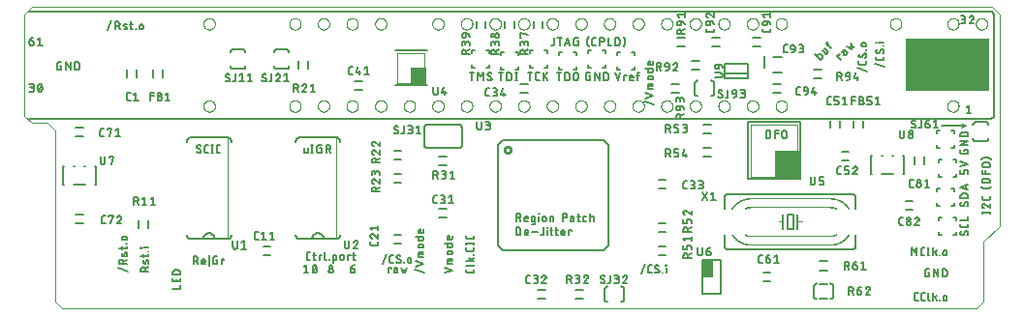
<source format=gto>
G75*
%MOIN*%
%OFA0B0*%
%FSLAX25Y25*%
%IPPOS*%
%LPD*%
%AMOC8*
5,1,8,0,0,1.08239X$1,22.5*
%
%ADD10C,0.00000*%
%ADD11C,0.00500*%
%ADD12C,0.00600*%
%ADD13R,0.05500X0.06000*%
%ADD14R,0.09000X0.10000*%
%ADD15R,0.29000X0.18000*%
%ADD16C,0.00200*%
%ADD17C,0.00800*%
%ADD18C,0.01000*%
%ADD19C,0.00020*%
%ADD20C,0.00250*%
D10*
X0013050Y0005500D02*
X0015550Y0003000D01*
X0330050Y0003000D01*
X0332550Y0005500D01*
X0332550Y0026000D01*
X0338050Y0031500D01*
X0338050Y0104500D01*
X0335550Y0107000D01*
X0005050Y0107000D01*
X0002550Y0104500D01*
X0002550Y0069500D01*
X0005050Y0067000D01*
X0010550Y0067000D01*
X0013050Y0064500D01*
X0013050Y0005500D01*
X0064156Y0072827D02*
X0064158Y0072915D01*
X0064164Y0073003D01*
X0064174Y0073091D01*
X0064188Y0073179D01*
X0064205Y0073265D01*
X0064227Y0073351D01*
X0064252Y0073435D01*
X0064282Y0073519D01*
X0064314Y0073601D01*
X0064351Y0073681D01*
X0064391Y0073760D01*
X0064435Y0073837D01*
X0064482Y0073912D01*
X0064532Y0073984D01*
X0064586Y0074055D01*
X0064642Y0074122D01*
X0064702Y0074188D01*
X0064764Y0074250D01*
X0064830Y0074310D01*
X0064897Y0074366D01*
X0064968Y0074420D01*
X0065040Y0074470D01*
X0065115Y0074517D01*
X0065192Y0074561D01*
X0065271Y0074601D01*
X0065351Y0074638D01*
X0065433Y0074670D01*
X0065517Y0074700D01*
X0065601Y0074725D01*
X0065687Y0074747D01*
X0065773Y0074764D01*
X0065861Y0074778D01*
X0065949Y0074788D01*
X0066037Y0074794D01*
X0066125Y0074796D01*
X0066213Y0074794D01*
X0066301Y0074788D01*
X0066389Y0074778D01*
X0066477Y0074764D01*
X0066563Y0074747D01*
X0066649Y0074725D01*
X0066733Y0074700D01*
X0066817Y0074670D01*
X0066899Y0074638D01*
X0066979Y0074601D01*
X0067058Y0074561D01*
X0067135Y0074517D01*
X0067210Y0074470D01*
X0067282Y0074420D01*
X0067353Y0074366D01*
X0067420Y0074310D01*
X0067486Y0074250D01*
X0067548Y0074188D01*
X0067608Y0074122D01*
X0067664Y0074055D01*
X0067718Y0073984D01*
X0067768Y0073912D01*
X0067815Y0073837D01*
X0067859Y0073760D01*
X0067899Y0073681D01*
X0067936Y0073601D01*
X0067968Y0073519D01*
X0067998Y0073435D01*
X0068023Y0073351D01*
X0068045Y0073265D01*
X0068062Y0073179D01*
X0068076Y0073091D01*
X0068086Y0073003D01*
X0068092Y0072915D01*
X0068094Y0072827D01*
X0068092Y0072739D01*
X0068086Y0072651D01*
X0068076Y0072563D01*
X0068062Y0072475D01*
X0068045Y0072389D01*
X0068023Y0072303D01*
X0067998Y0072219D01*
X0067968Y0072135D01*
X0067936Y0072053D01*
X0067899Y0071973D01*
X0067859Y0071894D01*
X0067815Y0071817D01*
X0067768Y0071742D01*
X0067718Y0071670D01*
X0067664Y0071599D01*
X0067608Y0071532D01*
X0067548Y0071466D01*
X0067486Y0071404D01*
X0067420Y0071344D01*
X0067353Y0071288D01*
X0067282Y0071234D01*
X0067210Y0071184D01*
X0067135Y0071137D01*
X0067058Y0071093D01*
X0066979Y0071053D01*
X0066899Y0071016D01*
X0066817Y0070984D01*
X0066733Y0070954D01*
X0066649Y0070929D01*
X0066563Y0070907D01*
X0066477Y0070890D01*
X0066389Y0070876D01*
X0066301Y0070866D01*
X0066213Y0070860D01*
X0066125Y0070858D01*
X0066037Y0070860D01*
X0065949Y0070866D01*
X0065861Y0070876D01*
X0065773Y0070890D01*
X0065687Y0070907D01*
X0065601Y0070929D01*
X0065517Y0070954D01*
X0065433Y0070984D01*
X0065351Y0071016D01*
X0065271Y0071053D01*
X0065192Y0071093D01*
X0065115Y0071137D01*
X0065040Y0071184D01*
X0064968Y0071234D01*
X0064897Y0071288D01*
X0064830Y0071344D01*
X0064764Y0071404D01*
X0064702Y0071466D01*
X0064642Y0071532D01*
X0064586Y0071599D01*
X0064532Y0071670D01*
X0064482Y0071742D01*
X0064435Y0071817D01*
X0064391Y0071894D01*
X0064351Y0071973D01*
X0064314Y0072053D01*
X0064282Y0072135D01*
X0064252Y0072219D01*
X0064227Y0072303D01*
X0064205Y0072389D01*
X0064188Y0072475D01*
X0064174Y0072563D01*
X0064164Y0072651D01*
X0064158Y0072739D01*
X0064156Y0072827D01*
X0093683Y0072827D02*
X0093685Y0072915D01*
X0093691Y0073003D01*
X0093701Y0073091D01*
X0093715Y0073179D01*
X0093732Y0073265D01*
X0093754Y0073351D01*
X0093779Y0073435D01*
X0093809Y0073519D01*
X0093841Y0073601D01*
X0093878Y0073681D01*
X0093918Y0073760D01*
X0093962Y0073837D01*
X0094009Y0073912D01*
X0094059Y0073984D01*
X0094113Y0074055D01*
X0094169Y0074122D01*
X0094229Y0074188D01*
X0094291Y0074250D01*
X0094357Y0074310D01*
X0094424Y0074366D01*
X0094495Y0074420D01*
X0094567Y0074470D01*
X0094642Y0074517D01*
X0094719Y0074561D01*
X0094798Y0074601D01*
X0094878Y0074638D01*
X0094960Y0074670D01*
X0095044Y0074700D01*
X0095128Y0074725D01*
X0095214Y0074747D01*
X0095300Y0074764D01*
X0095388Y0074778D01*
X0095476Y0074788D01*
X0095564Y0074794D01*
X0095652Y0074796D01*
X0095740Y0074794D01*
X0095828Y0074788D01*
X0095916Y0074778D01*
X0096004Y0074764D01*
X0096090Y0074747D01*
X0096176Y0074725D01*
X0096260Y0074700D01*
X0096344Y0074670D01*
X0096426Y0074638D01*
X0096506Y0074601D01*
X0096585Y0074561D01*
X0096662Y0074517D01*
X0096737Y0074470D01*
X0096809Y0074420D01*
X0096880Y0074366D01*
X0096947Y0074310D01*
X0097013Y0074250D01*
X0097075Y0074188D01*
X0097135Y0074122D01*
X0097191Y0074055D01*
X0097245Y0073984D01*
X0097295Y0073912D01*
X0097342Y0073837D01*
X0097386Y0073760D01*
X0097426Y0073681D01*
X0097463Y0073601D01*
X0097495Y0073519D01*
X0097525Y0073435D01*
X0097550Y0073351D01*
X0097572Y0073265D01*
X0097589Y0073179D01*
X0097603Y0073091D01*
X0097613Y0073003D01*
X0097619Y0072915D01*
X0097621Y0072827D01*
X0097619Y0072739D01*
X0097613Y0072651D01*
X0097603Y0072563D01*
X0097589Y0072475D01*
X0097572Y0072389D01*
X0097550Y0072303D01*
X0097525Y0072219D01*
X0097495Y0072135D01*
X0097463Y0072053D01*
X0097426Y0071973D01*
X0097386Y0071894D01*
X0097342Y0071817D01*
X0097295Y0071742D01*
X0097245Y0071670D01*
X0097191Y0071599D01*
X0097135Y0071532D01*
X0097075Y0071466D01*
X0097013Y0071404D01*
X0096947Y0071344D01*
X0096880Y0071288D01*
X0096809Y0071234D01*
X0096737Y0071184D01*
X0096662Y0071137D01*
X0096585Y0071093D01*
X0096506Y0071053D01*
X0096426Y0071016D01*
X0096344Y0070984D01*
X0096260Y0070954D01*
X0096176Y0070929D01*
X0096090Y0070907D01*
X0096004Y0070890D01*
X0095916Y0070876D01*
X0095828Y0070866D01*
X0095740Y0070860D01*
X0095652Y0070858D01*
X0095564Y0070860D01*
X0095476Y0070866D01*
X0095388Y0070876D01*
X0095300Y0070890D01*
X0095214Y0070907D01*
X0095128Y0070929D01*
X0095044Y0070954D01*
X0094960Y0070984D01*
X0094878Y0071016D01*
X0094798Y0071053D01*
X0094719Y0071093D01*
X0094642Y0071137D01*
X0094567Y0071184D01*
X0094495Y0071234D01*
X0094424Y0071288D01*
X0094357Y0071344D01*
X0094291Y0071404D01*
X0094229Y0071466D01*
X0094169Y0071532D01*
X0094113Y0071599D01*
X0094059Y0071670D01*
X0094009Y0071742D01*
X0093962Y0071817D01*
X0093918Y0071894D01*
X0093878Y0071973D01*
X0093841Y0072053D01*
X0093809Y0072135D01*
X0093779Y0072219D01*
X0093754Y0072303D01*
X0093732Y0072389D01*
X0093715Y0072475D01*
X0093701Y0072563D01*
X0093691Y0072651D01*
X0093685Y0072739D01*
X0093683Y0072827D01*
X0103526Y0072827D02*
X0103528Y0072915D01*
X0103534Y0073003D01*
X0103544Y0073091D01*
X0103558Y0073179D01*
X0103575Y0073265D01*
X0103597Y0073351D01*
X0103622Y0073435D01*
X0103652Y0073519D01*
X0103684Y0073601D01*
X0103721Y0073681D01*
X0103761Y0073760D01*
X0103805Y0073837D01*
X0103852Y0073912D01*
X0103902Y0073984D01*
X0103956Y0074055D01*
X0104012Y0074122D01*
X0104072Y0074188D01*
X0104134Y0074250D01*
X0104200Y0074310D01*
X0104267Y0074366D01*
X0104338Y0074420D01*
X0104410Y0074470D01*
X0104485Y0074517D01*
X0104562Y0074561D01*
X0104641Y0074601D01*
X0104721Y0074638D01*
X0104803Y0074670D01*
X0104887Y0074700D01*
X0104971Y0074725D01*
X0105057Y0074747D01*
X0105143Y0074764D01*
X0105231Y0074778D01*
X0105319Y0074788D01*
X0105407Y0074794D01*
X0105495Y0074796D01*
X0105583Y0074794D01*
X0105671Y0074788D01*
X0105759Y0074778D01*
X0105847Y0074764D01*
X0105933Y0074747D01*
X0106019Y0074725D01*
X0106103Y0074700D01*
X0106187Y0074670D01*
X0106269Y0074638D01*
X0106349Y0074601D01*
X0106428Y0074561D01*
X0106505Y0074517D01*
X0106580Y0074470D01*
X0106652Y0074420D01*
X0106723Y0074366D01*
X0106790Y0074310D01*
X0106856Y0074250D01*
X0106918Y0074188D01*
X0106978Y0074122D01*
X0107034Y0074055D01*
X0107088Y0073984D01*
X0107138Y0073912D01*
X0107185Y0073837D01*
X0107229Y0073760D01*
X0107269Y0073681D01*
X0107306Y0073601D01*
X0107338Y0073519D01*
X0107368Y0073435D01*
X0107393Y0073351D01*
X0107415Y0073265D01*
X0107432Y0073179D01*
X0107446Y0073091D01*
X0107456Y0073003D01*
X0107462Y0072915D01*
X0107464Y0072827D01*
X0107462Y0072739D01*
X0107456Y0072651D01*
X0107446Y0072563D01*
X0107432Y0072475D01*
X0107415Y0072389D01*
X0107393Y0072303D01*
X0107368Y0072219D01*
X0107338Y0072135D01*
X0107306Y0072053D01*
X0107269Y0071973D01*
X0107229Y0071894D01*
X0107185Y0071817D01*
X0107138Y0071742D01*
X0107088Y0071670D01*
X0107034Y0071599D01*
X0106978Y0071532D01*
X0106918Y0071466D01*
X0106856Y0071404D01*
X0106790Y0071344D01*
X0106723Y0071288D01*
X0106652Y0071234D01*
X0106580Y0071184D01*
X0106505Y0071137D01*
X0106428Y0071093D01*
X0106349Y0071053D01*
X0106269Y0071016D01*
X0106187Y0070984D01*
X0106103Y0070954D01*
X0106019Y0070929D01*
X0105933Y0070907D01*
X0105847Y0070890D01*
X0105759Y0070876D01*
X0105671Y0070866D01*
X0105583Y0070860D01*
X0105495Y0070858D01*
X0105407Y0070860D01*
X0105319Y0070866D01*
X0105231Y0070876D01*
X0105143Y0070890D01*
X0105057Y0070907D01*
X0104971Y0070929D01*
X0104887Y0070954D01*
X0104803Y0070984D01*
X0104721Y0071016D01*
X0104641Y0071053D01*
X0104562Y0071093D01*
X0104485Y0071137D01*
X0104410Y0071184D01*
X0104338Y0071234D01*
X0104267Y0071288D01*
X0104200Y0071344D01*
X0104134Y0071404D01*
X0104072Y0071466D01*
X0104012Y0071532D01*
X0103956Y0071599D01*
X0103902Y0071670D01*
X0103852Y0071742D01*
X0103805Y0071817D01*
X0103761Y0071894D01*
X0103721Y0071973D01*
X0103684Y0072053D01*
X0103652Y0072135D01*
X0103622Y0072219D01*
X0103597Y0072303D01*
X0103575Y0072389D01*
X0103558Y0072475D01*
X0103544Y0072563D01*
X0103534Y0072651D01*
X0103528Y0072739D01*
X0103526Y0072827D01*
X0113368Y0072827D02*
X0113370Y0072915D01*
X0113376Y0073003D01*
X0113386Y0073091D01*
X0113400Y0073179D01*
X0113417Y0073265D01*
X0113439Y0073351D01*
X0113464Y0073435D01*
X0113494Y0073519D01*
X0113526Y0073601D01*
X0113563Y0073681D01*
X0113603Y0073760D01*
X0113647Y0073837D01*
X0113694Y0073912D01*
X0113744Y0073984D01*
X0113798Y0074055D01*
X0113854Y0074122D01*
X0113914Y0074188D01*
X0113976Y0074250D01*
X0114042Y0074310D01*
X0114109Y0074366D01*
X0114180Y0074420D01*
X0114252Y0074470D01*
X0114327Y0074517D01*
X0114404Y0074561D01*
X0114483Y0074601D01*
X0114563Y0074638D01*
X0114645Y0074670D01*
X0114729Y0074700D01*
X0114813Y0074725D01*
X0114899Y0074747D01*
X0114985Y0074764D01*
X0115073Y0074778D01*
X0115161Y0074788D01*
X0115249Y0074794D01*
X0115337Y0074796D01*
X0115425Y0074794D01*
X0115513Y0074788D01*
X0115601Y0074778D01*
X0115689Y0074764D01*
X0115775Y0074747D01*
X0115861Y0074725D01*
X0115945Y0074700D01*
X0116029Y0074670D01*
X0116111Y0074638D01*
X0116191Y0074601D01*
X0116270Y0074561D01*
X0116347Y0074517D01*
X0116422Y0074470D01*
X0116494Y0074420D01*
X0116565Y0074366D01*
X0116632Y0074310D01*
X0116698Y0074250D01*
X0116760Y0074188D01*
X0116820Y0074122D01*
X0116876Y0074055D01*
X0116930Y0073984D01*
X0116980Y0073912D01*
X0117027Y0073837D01*
X0117071Y0073760D01*
X0117111Y0073681D01*
X0117148Y0073601D01*
X0117180Y0073519D01*
X0117210Y0073435D01*
X0117235Y0073351D01*
X0117257Y0073265D01*
X0117274Y0073179D01*
X0117288Y0073091D01*
X0117298Y0073003D01*
X0117304Y0072915D01*
X0117306Y0072827D01*
X0117304Y0072739D01*
X0117298Y0072651D01*
X0117288Y0072563D01*
X0117274Y0072475D01*
X0117257Y0072389D01*
X0117235Y0072303D01*
X0117210Y0072219D01*
X0117180Y0072135D01*
X0117148Y0072053D01*
X0117111Y0071973D01*
X0117071Y0071894D01*
X0117027Y0071817D01*
X0116980Y0071742D01*
X0116930Y0071670D01*
X0116876Y0071599D01*
X0116820Y0071532D01*
X0116760Y0071466D01*
X0116698Y0071404D01*
X0116632Y0071344D01*
X0116565Y0071288D01*
X0116494Y0071234D01*
X0116422Y0071184D01*
X0116347Y0071137D01*
X0116270Y0071093D01*
X0116191Y0071053D01*
X0116111Y0071016D01*
X0116029Y0070984D01*
X0115945Y0070954D01*
X0115861Y0070929D01*
X0115775Y0070907D01*
X0115689Y0070890D01*
X0115601Y0070876D01*
X0115513Y0070866D01*
X0115425Y0070860D01*
X0115337Y0070858D01*
X0115249Y0070860D01*
X0115161Y0070866D01*
X0115073Y0070876D01*
X0114985Y0070890D01*
X0114899Y0070907D01*
X0114813Y0070929D01*
X0114729Y0070954D01*
X0114645Y0070984D01*
X0114563Y0071016D01*
X0114483Y0071053D01*
X0114404Y0071093D01*
X0114327Y0071137D01*
X0114252Y0071184D01*
X0114180Y0071234D01*
X0114109Y0071288D01*
X0114042Y0071344D01*
X0113976Y0071404D01*
X0113914Y0071466D01*
X0113854Y0071532D01*
X0113798Y0071599D01*
X0113744Y0071670D01*
X0113694Y0071742D01*
X0113647Y0071817D01*
X0113603Y0071894D01*
X0113563Y0071973D01*
X0113526Y0072053D01*
X0113494Y0072135D01*
X0113464Y0072219D01*
X0113439Y0072303D01*
X0113417Y0072389D01*
X0113400Y0072475D01*
X0113386Y0072563D01*
X0113376Y0072651D01*
X0113370Y0072739D01*
X0113368Y0072827D01*
X0123211Y0072827D02*
X0123213Y0072915D01*
X0123219Y0073003D01*
X0123229Y0073091D01*
X0123243Y0073179D01*
X0123260Y0073265D01*
X0123282Y0073351D01*
X0123307Y0073435D01*
X0123337Y0073519D01*
X0123369Y0073601D01*
X0123406Y0073681D01*
X0123446Y0073760D01*
X0123490Y0073837D01*
X0123537Y0073912D01*
X0123587Y0073984D01*
X0123641Y0074055D01*
X0123697Y0074122D01*
X0123757Y0074188D01*
X0123819Y0074250D01*
X0123885Y0074310D01*
X0123952Y0074366D01*
X0124023Y0074420D01*
X0124095Y0074470D01*
X0124170Y0074517D01*
X0124247Y0074561D01*
X0124326Y0074601D01*
X0124406Y0074638D01*
X0124488Y0074670D01*
X0124572Y0074700D01*
X0124656Y0074725D01*
X0124742Y0074747D01*
X0124828Y0074764D01*
X0124916Y0074778D01*
X0125004Y0074788D01*
X0125092Y0074794D01*
X0125180Y0074796D01*
X0125268Y0074794D01*
X0125356Y0074788D01*
X0125444Y0074778D01*
X0125532Y0074764D01*
X0125618Y0074747D01*
X0125704Y0074725D01*
X0125788Y0074700D01*
X0125872Y0074670D01*
X0125954Y0074638D01*
X0126034Y0074601D01*
X0126113Y0074561D01*
X0126190Y0074517D01*
X0126265Y0074470D01*
X0126337Y0074420D01*
X0126408Y0074366D01*
X0126475Y0074310D01*
X0126541Y0074250D01*
X0126603Y0074188D01*
X0126663Y0074122D01*
X0126719Y0074055D01*
X0126773Y0073984D01*
X0126823Y0073912D01*
X0126870Y0073837D01*
X0126914Y0073760D01*
X0126954Y0073681D01*
X0126991Y0073601D01*
X0127023Y0073519D01*
X0127053Y0073435D01*
X0127078Y0073351D01*
X0127100Y0073265D01*
X0127117Y0073179D01*
X0127131Y0073091D01*
X0127141Y0073003D01*
X0127147Y0072915D01*
X0127149Y0072827D01*
X0127147Y0072739D01*
X0127141Y0072651D01*
X0127131Y0072563D01*
X0127117Y0072475D01*
X0127100Y0072389D01*
X0127078Y0072303D01*
X0127053Y0072219D01*
X0127023Y0072135D01*
X0126991Y0072053D01*
X0126954Y0071973D01*
X0126914Y0071894D01*
X0126870Y0071817D01*
X0126823Y0071742D01*
X0126773Y0071670D01*
X0126719Y0071599D01*
X0126663Y0071532D01*
X0126603Y0071466D01*
X0126541Y0071404D01*
X0126475Y0071344D01*
X0126408Y0071288D01*
X0126337Y0071234D01*
X0126265Y0071184D01*
X0126190Y0071137D01*
X0126113Y0071093D01*
X0126034Y0071053D01*
X0125954Y0071016D01*
X0125872Y0070984D01*
X0125788Y0070954D01*
X0125704Y0070929D01*
X0125618Y0070907D01*
X0125532Y0070890D01*
X0125444Y0070876D01*
X0125356Y0070866D01*
X0125268Y0070860D01*
X0125180Y0070858D01*
X0125092Y0070860D01*
X0125004Y0070866D01*
X0124916Y0070876D01*
X0124828Y0070890D01*
X0124742Y0070907D01*
X0124656Y0070929D01*
X0124572Y0070954D01*
X0124488Y0070984D01*
X0124406Y0071016D01*
X0124326Y0071053D01*
X0124247Y0071093D01*
X0124170Y0071137D01*
X0124095Y0071184D01*
X0124023Y0071234D01*
X0123952Y0071288D01*
X0123885Y0071344D01*
X0123819Y0071404D01*
X0123757Y0071466D01*
X0123697Y0071532D01*
X0123641Y0071599D01*
X0123587Y0071670D01*
X0123537Y0071742D01*
X0123490Y0071817D01*
X0123446Y0071894D01*
X0123406Y0071973D01*
X0123369Y0072053D01*
X0123337Y0072135D01*
X0123307Y0072219D01*
X0123282Y0072303D01*
X0123260Y0072389D01*
X0123243Y0072475D01*
X0123229Y0072563D01*
X0123219Y0072651D01*
X0123213Y0072739D01*
X0123211Y0072827D01*
X0133053Y0072827D02*
X0133055Y0072915D01*
X0133061Y0073003D01*
X0133071Y0073091D01*
X0133085Y0073179D01*
X0133102Y0073265D01*
X0133124Y0073351D01*
X0133149Y0073435D01*
X0133179Y0073519D01*
X0133211Y0073601D01*
X0133248Y0073681D01*
X0133288Y0073760D01*
X0133332Y0073837D01*
X0133379Y0073912D01*
X0133429Y0073984D01*
X0133483Y0074055D01*
X0133539Y0074122D01*
X0133599Y0074188D01*
X0133661Y0074250D01*
X0133727Y0074310D01*
X0133794Y0074366D01*
X0133865Y0074420D01*
X0133937Y0074470D01*
X0134012Y0074517D01*
X0134089Y0074561D01*
X0134168Y0074601D01*
X0134248Y0074638D01*
X0134330Y0074670D01*
X0134414Y0074700D01*
X0134498Y0074725D01*
X0134584Y0074747D01*
X0134670Y0074764D01*
X0134758Y0074778D01*
X0134846Y0074788D01*
X0134934Y0074794D01*
X0135022Y0074796D01*
X0135110Y0074794D01*
X0135198Y0074788D01*
X0135286Y0074778D01*
X0135374Y0074764D01*
X0135460Y0074747D01*
X0135546Y0074725D01*
X0135630Y0074700D01*
X0135714Y0074670D01*
X0135796Y0074638D01*
X0135876Y0074601D01*
X0135955Y0074561D01*
X0136032Y0074517D01*
X0136107Y0074470D01*
X0136179Y0074420D01*
X0136250Y0074366D01*
X0136317Y0074310D01*
X0136383Y0074250D01*
X0136445Y0074188D01*
X0136505Y0074122D01*
X0136561Y0074055D01*
X0136615Y0073984D01*
X0136665Y0073912D01*
X0136712Y0073837D01*
X0136756Y0073760D01*
X0136796Y0073681D01*
X0136833Y0073601D01*
X0136865Y0073519D01*
X0136895Y0073435D01*
X0136920Y0073351D01*
X0136942Y0073265D01*
X0136959Y0073179D01*
X0136973Y0073091D01*
X0136983Y0073003D01*
X0136989Y0072915D01*
X0136991Y0072827D01*
X0136989Y0072739D01*
X0136983Y0072651D01*
X0136973Y0072563D01*
X0136959Y0072475D01*
X0136942Y0072389D01*
X0136920Y0072303D01*
X0136895Y0072219D01*
X0136865Y0072135D01*
X0136833Y0072053D01*
X0136796Y0071973D01*
X0136756Y0071894D01*
X0136712Y0071817D01*
X0136665Y0071742D01*
X0136615Y0071670D01*
X0136561Y0071599D01*
X0136505Y0071532D01*
X0136445Y0071466D01*
X0136383Y0071404D01*
X0136317Y0071344D01*
X0136250Y0071288D01*
X0136179Y0071234D01*
X0136107Y0071184D01*
X0136032Y0071137D01*
X0135955Y0071093D01*
X0135876Y0071053D01*
X0135796Y0071016D01*
X0135714Y0070984D01*
X0135630Y0070954D01*
X0135546Y0070929D01*
X0135460Y0070907D01*
X0135374Y0070890D01*
X0135286Y0070876D01*
X0135198Y0070866D01*
X0135110Y0070860D01*
X0135022Y0070858D01*
X0134934Y0070860D01*
X0134846Y0070866D01*
X0134758Y0070876D01*
X0134670Y0070890D01*
X0134584Y0070907D01*
X0134498Y0070929D01*
X0134414Y0070954D01*
X0134330Y0070984D01*
X0134248Y0071016D01*
X0134168Y0071053D01*
X0134089Y0071093D01*
X0134012Y0071137D01*
X0133937Y0071184D01*
X0133865Y0071234D01*
X0133794Y0071288D01*
X0133727Y0071344D01*
X0133661Y0071404D01*
X0133599Y0071466D01*
X0133539Y0071532D01*
X0133483Y0071599D01*
X0133429Y0071670D01*
X0133379Y0071742D01*
X0133332Y0071817D01*
X0133288Y0071894D01*
X0133248Y0071973D01*
X0133211Y0072053D01*
X0133179Y0072135D01*
X0133149Y0072219D01*
X0133124Y0072303D01*
X0133102Y0072389D01*
X0133085Y0072475D01*
X0133071Y0072563D01*
X0133061Y0072651D01*
X0133055Y0072739D01*
X0133053Y0072827D01*
X0142896Y0072827D02*
X0142898Y0072915D01*
X0142904Y0073003D01*
X0142914Y0073091D01*
X0142928Y0073179D01*
X0142945Y0073265D01*
X0142967Y0073351D01*
X0142992Y0073435D01*
X0143022Y0073519D01*
X0143054Y0073601D01*
X0143091Y0073681D01*
X0143131Y0073760D01*
X0143175Y0073837D01*
X0143222Y0073912D01*
X0143272Y0073984D01*
X0143326Y0074055D01*
X0143382Y0074122D01*
X0143442Y0074188D01*
X0143504Y0074250D01*
X0143570Y0074310D01*
X0143637Y0074366D01*
X0143708Y0074420D01*
X0143780Y0074470D01*
X0143855Y0074517D01*
X0143932Y0074561D01*
X0144011Y0074601D01*
X0144091Y0074638D01*
X0144173Y0074670D01*
X0144257Y0074700D01*
X0144341Y0074725D01*
X0144427Y0074747D01*
X0144513Y0074764D01*
X0144601Y0074778D01*
X0144689Y0074788D01*
X0144777Y0074794D01*
X0144865Y0074796D01*
X0144953Y0074794D01*
X0145041Y0074788D01*
X0145129Y0074778D01*
X0145217Y0074764D01*
X0145303Y0074747D01*
X0145389Y0074725D01*
X0145473Y0074700D01*
X0145557Y0074670D01*
X0145639Y0074638D01*
X0145719Y0074601D01*
X0145798Y0074561D01*
X0145875Y0074517D01*
X0145950Y0074470D01*
X0146022Y0074420D01*
X0146093Y0074366D01*
X0146160Y0074310D01*
X0146226Y0074250D01*
X0146288Y0074188D01*
X0146348Y0074122D01*
X0146404Y0074055D01*
X0146458Y0073984D01*
X0146508Y0073912D01*
X0146555Y0073837D01*
X0146599Y0073760D01*
X0146639Y0073681D01*
X0146676Y0073601D01*
X0146708Y0073519D01*
X0146738Y0073435D01*
X0146763Y0073351D01*
X0146785Y0073265D01*
X0146802Y0073179D01*
X0146816Y0073091D01*
X0146826Y0073003D01*
X0146832Y0072915D01*
X0146834Y0072827D01*
X0146832Y0072739D01*
X0146826Y0072651D01*
X0146816Y0072563D01*
X0146802Y0072475D01*
X0146785Y0072389D01*
X0146763Y0072303D01*
X0146738Y0072219D01*
X0146708Y0072135D01*
X0146676Y0072053D01*
X0146639Y0071973D01*
X0146599Y0071894D01*
X0146555Y0071817D01*
X0146508Y0071742D01*
X0146458Y0071670D01*
X0146404Y0071599D01*
X0146348Y0071532D01*
X0146288Y0071466D01*
X0146226Y0071404D01*
X0146160Y0071344D01*
X0146093Y0071288D01*
X0146022Y0071234D01*
X0145950Y0071184D01*
X0145875Y0071137D01*
X0145798Y0071093D01*
X0145719Y0071053D01*
X0145639Y0071016D01*
X0145557Y0070984D01*
X0145473Y0070954D01*
X0145389Y0070929D01*
X0145303Y0070907D01*
X0145217Y0070890D01*
X0145129Y0070876D01*
X0145041Y0070866D01*
X0144953Y0070860D01*
X0144865Y0070858D01*
X0144777Y0070860D01*
X0144689Y0070866D01*
X0144601Y0070876D01*
X0144513Y0070890D01*
X0144427Y0070907D01*
X0144341Y0070929D01*
X0144257Y0070954D01*
X0144173Y0070984D01*
X0144091Y0071016D01*
X0144011Y0071053D01*
X0143932Y0071093D01*
X0143855Y0071137D01*
X0143780Y0071184D01*
X0143708Y0071234D01*
X0143637Y0071288D01*
X0143570Y0071344D01*
X0143504Y0071404D01*
X0143442Y0071466D01*
X0143382Y0071532D01*
X0143326Y0071599D01*
X0143272Y0071670D01*
X0143222Y0071742D01*
X0143175Y0071817D01*
X0143131Y0071894D01*
X0143091Y0071973D01*
X0143054Y0072053D01*
X0143022Y0072135D01*
X0142992Y0072219D01*
X0142967Y0072303D01*
X0142945Y0072389D01*
X0142928Y0072475D01*
X0142914Y0072563D01*
X0142904Y0072651D01*
X0142898Y0072739D01*
X0142896Y0072827D01*
X0152738Y0072827D02*
X0152740Y0072915D01*
X0152746Y0073003D01*
X0152756Y0073091D01*
X0152770Y0073179D01*
X0152787Y0073265D01*
X0152809Y0073351D01*
X0152834Y0073435D01*
X0152864Y0073519D01*
X0152896Y0073601D01*
X0152933Y0073681D01*
X0152973Y0073760D01*
X0153017Y0073837D01*
X0153064Y0073912D01*
X0153114Y0073984D01*
X0153168Y0074055D01*
X0153224Y0074122D01*
X0153284Y0074188D01*
X0153346Y0074250D01*
X0153412Y0074310D01*
X0153479Y0074366D01*
X0153550Y0074420D01*
X0153622Y0074470D01*
X0153697Y0074517D01*
X0153774Y0074561D01*
X0153853Y0074601D01*
X0153933Y0074638D01*
X0154015Y0074670D01*
X0154099Y0074700D01*
X0154183Y0074725D01*
X0154269Y0074747D01*
X0154355Y0074764D01*
X0154443Y0074778D01*
X0154531Y0074788D01*
X0154619Y0074794D01*
X0154707Y0074796D01*
X0154795Y0074794D01*
X0154883Y0074788D01*
X0154971Y0074778D01*
X0155059Y0074764D01*
X0155145Y0074747D01*
X0155231Y0074725D01*
X0155315Y0074700D01*
X0155399Y0074670D01*
X0155481Y0074638D01*
X0155561Y0074601D01*
X0155640Y0074561D01*
X0155717Y0074517D01*
X0155792Y0074470D01*
X0155864Y0074420D01*
X0155935Y0074366D01*
X0156002Y0074310D01*
X0156068Y0074250D01*
X0156130Y0074188D01*
X0156190Y0074122D01*
X0156246Y0074055D01*
X0156300Y0073984D01*
X0156350Y0073912D01*
X0156397Y0073837D01*
X0156441Y0073760D01*
X0156481Y0073681D01*
X0156518Y0073601D01*
X0156550Y0073519D01*
X0156580Y0073435D01*
X0156605Y0073351D01*
X0156627Y0073265D01*
X0156644Y0073179D01*
X0156658Y0073091D01*
X0156668Y0073003D01*
X0156674Y0072915D01*
X0156676Y0072827D01*
X0156674Y0072739D01*
X0156668Y0072651D01*
X0156658Y0072563D01*
X0156644Y0072475D01*
X0156627Y0072389D01*
X0156605Y0072303D01*
X0156580Y0072219D01*
X0156550Y0072135D01*
X0156518Y0072053D01*
X0156481Y0071973D01*
X0156441Y0071894D01*
X0156397Y0071817D01*
X0156350Y0071742D01*
X0156300Y0071670D01*
X0156246Y0071599D01*
X0156190Y0071532D01*
X0156130Y0071466D01*
X0156068Y0071404D01*
X0156002Y0071344D01*
X0155935Y0071288D01*
X0155864Y0071234D01*
X0155792Y0071184D01*
X0155717Y0071137D01*
X0155640Y0071093D01*
X0155561Y0071053D01*
X0155481Y0071016D01*
X0155399Y0070984D01*
X0155315Y0070954D01*
X0155231Y0070929D01*
X0155145Y0070907D01*
X0155059Y0070890D01*
X0154971Y0070876D01*
X0154883Y0070866D01*
X0154795Y0070860D01*
X0154707Y0070858D01*
X0154619Y0070860D01*
X0154531Y0070866D01*
X0154443Y0070876D01*
X0154355Y0070890D01*
X0154269Y0070907D01*
X0154183Y0070929D01*
X0154099Y0070954D01*
X0154015Y0070984D01*
X0153933Y0071016D01*
X0153853Y0071053D01*
X0153774Y0071093D01*
X0153697Y0071137D01*
X0153622Y0071184D01*
X0153550Y0071234D01*
X0153479Y0071288D01*
X0153412Y0071344D01*
X0153346Y0071404D01*
X0153284Y0071466D01*
X0153224Y0071532D01*
X0153168Y0071599D01*
X0153114Y0071670D01*
X0153064Y0071742D01*
X0153017Y0071817D01*
X0152973Y0071894D01*
X0152933Y0071973D01*
X0152896Y0072053D01*
X0152864Y0072135D01*
X0152834Y0072219D01*
X0152809Y0072303D01*
X0152787Y0072389D01*
X0152770Y0072475D01*
X0152756Y0072563D01*
X0152746Y0072651D01*
X0152740Y0072739D01*
X0152738Y0072827D01*
X0162581Y0072827D02*
X0162583Y0072915D01*
X0162589Y0073003D01*
X0162599Y0073091D01*
X0162613Y0073179D01*
X0162630Y0073265D01*
X0162652Y0073351D01*
X0162677Y0073435D01*
X0162707Y0073519D01*
X0162739Y0073601D01*
X0162776Y0073681D01*
X0162816Y0073760D01*
X0162860Y0073837D01*
X0162907Y0073912D01*
X0162957Y0073984D01*
X0163011Y0074055D01*
X0163067Y0074122D01*
X0163127Y0074188D01*
X0163189Y0074250D01*
X0163255Y0074310D01*
X0163322Y0074366D01*
X0163393Y0074420D01*
X0163465Y0074470D01*
X0163540Y0074517D01*
X0163617Y0074561D01*
X0163696Y0074601D01*
X0163776Y0074638D01*
X0163858Y0074670D01*
X0163942Y0074700D01*
X0164026Y0074725D01*
X0164112Y0074747D01*
X0164198Y0074764D01*
X0164286Y0074778D01*
X0164374Y0074788D01*
X0164462Y0074794D01*
X0164550Y0074796D01*
X0164638Y0074794D01*
X0164726Y0074788D01*
X0164814Y0074778D01*
X0164902Y0074764D01*
X0164988Y0074747D01*
X0165074Y0074725D01*
X0165158Y0074700D01*
X0165242Y0074670D01*
X0165324Y0074638D01*
X0165404Y0074601D01*
X0165483Y0074561D01*
X0165560Y0074517D01*
X0165635Y0074470D01*
X0165707Y0074420D01*
X0165778Y0074366D01*
X0165845Y0074310D01*
X0165911Y0074250D01*
X0165973Y0074188D01*
X0166033Y0074122D01*
X0166089Y0074055D01*
X0166143Y0073984D01*
X0166193Y0073912D01*
X0166240Y0073837D01*
X0166284Y0073760D01*
X0166324Y0073681D01*
X0166361Y0073601D01*
X0166393Y0073519D01*
X0166423Y0073435D01*
X0166448Y0073351D01*
X0166470Y0073265D01*
X0166487Y0073179D01*
X0166501Y0073091D01*
X0166511Y0073003D01*
X0166517Y0072915D01*
X0166519Y0072827D01*
X0166517Y0072739D01*
X0166511Y0072651D01*
X0166501Y0072563D01*
X0166487Y0072475D01*
X0166470Y0072389D01*
X0166448Y0072303D01*
X0166423Y0072219D01*
X0166393Y0072135D01*
X0166361Y0072053D01*
X0166324Y0071973D01*
X0166284Y0071894D01*
X0166240Y0071817D01*
X0166193Y0071742D01*
X0166143Y0071670D01*
X0166089Y0071599D01*
X0166033Y0071532D01*
X0165973Y0071466D01*
X0165911Y0071404D01*
X0165845Y0071344D01*
X0165778Y0071288D01*
X0165707Y0071234D01*
X0165635Y0071184D01*
X0165560Y0071137D01*
X0165483Y0071093D01*
X0165404Y0071053D01*
X0165324Y0071016D01*
X0165242Y0070984D01*
X0165158Y0070954D01*
X0165074Y0070929D01*
X0164988Y0070907D01*
X0164902Y0070890D01*
X0164814Y0070876D01*
X0164726Y0070866D01*
X0164638Y0070860D01*
X0164550Y0070858D01*
X0164462Y0070860D01*
X0164374Y0070866D01*
X0164286Y0070876D01*
X0164198Y0070890D01*
X0164112Y0070907D01*
X0164026Y0070929D01*
X0163942Y0070954D01*
X0163858Y0070984D01*
X0163776Y0071016D01*
X0163696Y0071053D01*
X0163617Y0071093D01*
X0163540Y0071137D01*
X0163465Y0071184D01*
X0163393Y0071234D01*
X0163322Y0071288D01*
X0163255Y0071344D01*
X0163189Y0071404D01*
X0163127Y0071466D01*
X0163067Y0071532D01*
X0163011Y0071599D01*
X0162957Y0071670D01*
X0162907Y0071742D01*
X0162860Y0071817D01*
X0162816Y0071894D01*
X0162776Y0071973D01*
X0162739Y0072053D01*
X0162707Y0072135D01*
X0162677Y0072219D01*
X0162652Y0072303D01*
X0162630Y0072389D01*
X0162613Y0072475D01*
X0162599Y0072563D01*
X0162589Y0072651D01*
X0162583Y0072739D01*
X0162581Y0072827D01*
X0172424Y0072827D02*
X0172426Y0072915D01*
X0172432Y0073003D01*
X0172442Y0073091D01*
X0172456Y0073179D01*
X0172473Y0073265D01*
X0172495Y0073351D01*
X0172520Y0073435D01*
X0172550Y0073519D01*
X0172582Y0073601D01*
X0172619Y0073681D01*
X0172659Y0073760D01*
X0172703Y0073837D01*
X0172750Y0073912D01*
X0172800Y0073984D01*
X0172854Y0074055D01*
X0172910Y0074122D01*
X0172970Y0074188D01*
X0173032Y0074250D01*
X0173098Y0074310D01*
X0173165Y0074366D01*
X0173236Y0074420D01*
X0173308Y0074470D01*
X0173383Y0074517D01*
X0173460Y0074561D01*
X0173539Y0074601D01*
X0173619Y0074638D01*
X0173701Y0074670D01*
X0173785Y0074700D01*
X0173869Y0074725D01*
X0173955Y0074747D01*
X0174041Y0074764D01*
X0174129Y0074778D01*
X0174217Y0074788D01*
X0174305Y0074794D01*
X0174393Y0074796D01*
X0174481Y0074794D01*
X0174569Y0074788D01*
X0174657Y0074778D01*
X0174745Y0074764D01*
X0174831Y0074747D01*
X0174917Y0074725D01*
X0175001Y0074700D01*
X0175085Y0074670D01*
X0175167Y0074638D01*
X0175247Y0074601D01*
X0175326Y0074561D01*
X0175403Y0074517D01*
X0175478Y0074470D01*
X0175550Y0074420D01*
X0175621Y0074366D01*
X0175688Y0074310D01*
X0175754Y0074250D01*
X0175816Y0074188D01*
X0175876Y0074122D01*
X0175932Y0074055D01*
X0175986Y0073984D01*
X0176036Y0073912D01*
X0176083Y0073837D01*
X0176127Y0073760D01*
X0176167Y0073681D01*
X0176204Y0073601D01*
X0176236Y0073519D01*
X0176266Y0073435D01*
X0176291Y0073351D01*
X0176313Y0073265D01*
X0176330Y0073179D01*
X0176344Y0073091D01*
X0176354Y0073003D01*
X0176360Y0072915D01*
X0176362Y0072827D01*
X0176360Y0072739D01*
X0176354Y0072651D01*
X0176344Y0072563D01*
X0176330Y0072475D01*
X0176313Y0072389D01*
X0176291Y0072303D01*
X0176266Y0072219D01*
X0176236Y0072135D01*
X0176204Y0072053D01*
X0176167Y0071973D01*
X0176127Y0071894D01*
X0176083Y0071817D01*
X0176036Y0071742D01*
X0175986Y0071670D01*
X0175932Y0071599D01*
X0175876Y0071532D01*
X0175816Y0071466D01*
X0175754Y0071404D01*
X0175688Y0071344D01*
X0175621Y0071288D01*
X0175550Y0071234D01*
X0175478Y0071184D01*
X0175403Y0071137D01*
X0175326Y0071093D01*
X0175247Y0071053D01*
X0175167Y0071016D01*
X0175085Y0070984D01*
X0175001Y0070954D01*
X0174917Y0070929D01*
X0174831Y0070907D01*
X0174745Y0070890D01*
X0174657Y0070876D01*
X0174569Y0070866D01*
X0174481Y0070860D01*
X0174393Y0070858D01*
X0174305Y0070860D01*
X0174217Y0070866D01*
X0174129Y0070876D01*
X0174041Y0070890D01*
X0173955Y0070907D01*
X0173869Y0070929D01*
X0173785Y0070954D01*
X0173701Y0070984D01*
X0173619Y0071016D01*
X0173539Y0071053D01*
X0173460Y0071093D01*
X0173383Y0071137D01*
X0173308Y0071184D01*
X0173236Y0071234D01*
X0173165Y0071288D01*
X0173098Y0071344D01*
X0173032Y0071404D01*
X0172970Y0071466D01*
X0172910Y0071532D01*
X0172854Y0071599D01*
X0172800Y0071670D01*
X0172750Y0071742D01*
X0172703Y0071817D01*
X0172659Y0071894D01*
X0172619Y0071973D01*
X0172582Y0072053D01*
X0172550Y0072135D01*
X0172520Y0072219D01*
X0172495Y0072303D01*
X0172473Y0072389D01*
X0172456Y0072475D01*
X0172442Y0072563D01*
X0172432Y0072651D01*
X0172426Y0072739D01*
X0172424Y0072827D01*
X0182266Y0072827D02*
X0182268Y0072915D01*
X0182274Y0073003D01*
X0182284Y0073091D01*
X0182298Y0073179D01*
X0182315Y0073265D01*
X0182337Y0073351D01*
X0182362Y0073435D01*
X0182392Y0073519D01*
X0182424Y0073601D01*
X0182461Y0073681D01*
X0182501Y0073760D01*
X0182545Y0073837D01*
X0182592Y0073912D01*
X0182642Y0073984D01*
X0182696Y0074055D01*
X0182752Y0074122D01*
X0182812Y0074188D01*
X0182874Y0074250D01*
X0182940Y0074310D01*
X0183007Y0074366D01*
X0183078Y0074420D01*
X0183150Y0074470D01*
X0183225Y0074517D01*
X0183302Y0074561D01*
X0183381Y0074601D01*
X0183461Y0074638D01*
X0183543Y0074670D01*
X0183627Y0074700D01*
X0183711Y0074725D01*
X0183797Y0074747D01*
X0183883Y0074764D01*
X0183971Y0074778D01*
X0184059Y0074788D01*
X0184147Y0074794D01*
X0184235Y0074796D01*
X0184323Y0074794D01*
X0184411Y0074788D01*
X0184499Y0074778D01*
X0184587Y0074764D01*
X0184673Y0074747D01*
X0184759Y0074725D01*
X0184843Y0074700D01*
X0184927Y0074670D01*
X0185009Y0074638D01*
X0185089Y0074601D01*
X0185168Y0074561D01*
X0185245Y0074517D01*
X0185320Y0074470D01*
X0185392Y0074420D01*
X0185463Y0074366D01*
X0185530Y0074310D01*
X0185596Y0074250D01*
X0185658Y0074188D01*
X0185718Y0074122D01*
X0185774Y0074055D01*
X0185828Y0073984D01*
X0185878Y0073912D01*
X0185925Y0073837D01*
X0185969Y0073760D01*
X0186009Y0073681D01*
X0186046Y0073601D01*
X0186078Y0073519D01*
X0186108Y0073435D01*
X0186133Y0073351D01*
X0186155Y0073265D01*
X0186172Y0073179D01*
X0186186Y0073091D01*
X0186196Y0073003D01*
X0186202Y0072915D01*
X0186204Y0072827D01*
X0186202Y0072739D01*
X0186196Y0072651D01*
X0186186Y0072563D01*
X0186172Y0072475D01*
X0186155Y0072389D01*
X0186133Y0072303D01*
X0186108Y0072219D01*
X0186078Y0072135D01*
X0186046Y0072053D01*
X0186009Y0071973D01*
X0185969Y0071894D01*
X0185925Y0071817D01*
X0185878Y0071742D01*
X0185828Y0071670D01*
X0185774Y0071599D01*
X0185718Y0071532D01*
X0185658Y0071466D01*
X0185596Y0071404D01*
X0185530Y0071344D01*
X0185463Y0071288D01*
X0185392Y0071234D01*
X0185320Y0071184D01*
X0185245Y0071137D01*
X0185168Y0071093D01*
X0185089Y0071053D01*
X0185009Y0071016D01*
X0184927Y0070984D01*
X0184843Y0070954D01*
X0184759Y0070929D01*
X0184673Y0070907D01*
X0184587Y0070890D01*
X0184499Y0070876D01*
X0184411Y0070866D01*
X0184323Y0070860D01*
X0184235Y0070858D01*
X0184147Y0070860D01*
X0184059Y0070866D01*
X0183971Y0070876D01*
X0183883Y0070890D01*
X0183797Y0070907D01*
X0183711Y0070929D01*
X0183627Y0070954D01*
X0183543Y0070984D01*
X0183461Y0071016D01*
X0183381Y0071053D01*
X0183302Y0071093D01*
X0183225Y0071137D01*
X0183150Y0071184D01*
X0183078Y0071234D01*
X0183007Y0071288D01*
X0182940Y0071344D01*
X0182874Y0071404D01*
X0182812Y0071466D01*
X0182752Y0071532D01*
X0182696Y0071599D01*
X0182642Y0071670D01*
X0182592Y0071742D01*
X0182545Y0071817D01*
X0182501Y0071894D01*
X0182461Y0071973D01*
X0182424Y0072053D01*
X0182392Y0072135D01*
X0182362Y0072219D01*
X0182337Y0072303D01*
X0182315Y0072389D01*
X0182298Y0072475D01*
X0182284Y0072563D01*
X0182274Y0072651D01*
X0182268Y0072739D01*
X0182266Y0072827D01*
X0192109Y0072827D02*
X0192111Y0072915D01*
X0192117Y0073003D01*
X0192127Y0073091D01*
X0192141Y0073179D01*
X0192158Y0073265D01*
X0192180Y0073351D01*
X0192205Y0073435D01*
X0192235Y0073519D01*
X0192267Y0073601D01*
X0192304Y0073681D01*
X0192344Y0073760D01*
X0192388Y0073837D01*
X0192435Y0073912D01*
X0192485Y0073984D01*
X0192539Y0074055D01*
X0192595Y0074122D01*
X0192655Y0074188D01*
X0192717Y0074250D01*
X0192783Y0074310D01*
X0192850Y0074366D01*
X0192921Y0074420D01*
X0192993Y0074470D01*
X0193068Y0074517D01*
X0193145Y0074561D01*
X0193224Y0074601D01*
X0193304Y0074638D01*
X0193386Y0074670D01*
X0193470Y0074700D01*
X0193554Y0074725D01*
X0193640Y0074747D01*
X0193726Y0074764D01*
X0193814Y0074778D01*
X0193902Y0074788D01*
X0193990Y0074794D01*
X0194078Y0074796D01*
X0194166Y0074794D01*
X0194254Y0074788D01*
X0194342Y0074778D01*
X0194430Y0074764D01*
X0194516Y0074747D01*
X0194602Y0074725D01*
X0194686Y0074700D01*
X0194770Y0074670D01*
X0194852Y0074638D01*
X0194932Y0074601D01*
X0195011Y0074561D01*
X0195088Y0074517D01*
X0195163Y0074470D01*
X0195235Y0074420D01*
X0195306Y0074366D01*
X0195373Y0074310D01*
X0195439Y0074250D01*
X0195501Y0074188D01*
X0195561Y0074122D01*
X0195617Y0074055D01*
X0195671Y0073984D01*
X0195721Y0073912D01*
X0195768Y0073837D01*
X0195812Y0073760D01*
X0195852Y0073681D01*
X0195889Y0073601D01*
X0195921Y0073519D01*
X0195951Y0073435D01*
X0195976Y0073351D01*
X0195998Y0073265D01*
X0196015Y0073179D01*
X0196029Y0073091D01*
X0196039Y0073003D01*
X0196045Y0072915D01*
X0196047Y0072827D01*
X0196045Y0072739D01*
X0196039Y0072651D01*
X0196029Y0072563D01*
X0196015Y0072475D01*
X0195998Y0072389D01*
X0195976Y0072303D01*
X0195951Y0072219D01*
X0195921Y0072135D01*
X0195889Y0072053D01*
X0195852Y0071973D01*
X0195812Y0071894D01*
X0195768Y0071817D01*
X0195721Y0071742D01*
X0195671Y0071670D01*
X0195617Y0071599D01*
X0195561Y0071532D01*
X0195501Y0071466D01*
X0195439Y0071404D01*
X0195373Y0071344D01*
X0195306Y0071288D01*
X0195235Y0071234D01*
X0195163Y0071184D01*
X0195088Y0071137D01*
X0195011Y0071093D01*
X0194932Y0071053D01*
X0194852Y0071016D01*
X0194770Y0070984D01*
X0194686Y0070954D01*
X0194602Y0070929D01*
X0194516Y0070907D01*
X0194430Y0070890D01*
X0194342Y0070876D01*
X0194254Y0070866D01*
X0194166Y0070860D01*
X0194078Y0070858D01*
X0193990Y0070860D01*
X0193902Y0070866D01*
X0193814Y0070876D01*
X0193726Y0070890D01*
X0193640Y0070907D01*
X0193554Y0070929D01*
X0193470Y0070954D01*
X0193386Y0070984D01*
X0193304Y0071016D01*
X0193224Y0071053D01*
X0193145Y0071093D01*
X0193068Y0071137D01*
X0192993Y0071184D01*
X0192921Y0071234D01*
X0192850Y0071288D01*
X0192783Y0071344D01*
X0192717Y0071404D01*
X0192655Y0071466D01*
X0192595Y0071532D01*
X0192539Y0071599D01*
X0192485Y0071670D01*
X0192435Y0071742D01*
X0192388Y0071817D01*
X0192344Y0071894D01*
X0192304Y0071973D01*
X0192267Y0072053D01*
X0192235Y0072135D01*
X0192205Y0072219D01*
X0192180Y0072303D01*
X0192158Y0072389D01*
X0192141Y0072475D01*
X0192127Y0072563D01*
X0192117Y0072651D01*
X0192111Y0072739D01*
X0192109Y0072827D01*
X0201951Y0072827D02*
X0201953Y0072915D01*
X0201959Y0073003D01*
X0201969Y0073091D01*
X0201983Y0073179D01*
X0202000Y0073265D01*
X0202022Y0073351D01*
X0202047Y0073435D01*
X0202077Y0073519D01*
X0202109Y0073601D01*
X0202146Y0073681D01*
X0202186Y0073760D01*
X0202230Y0073837D01*
X0202277Y0073912D01*
X0202327Y0073984D01*
X0202381Y0074055D01*
X0202437Y0074122D01*
X0202497Y0074188D01*
X0202559Y0074250D01*
X0202625Y0074310D01*
X0202692Y0074366D01*
X0202763Y0074420D01*
X0202835Y0074470D01*
X0202910Y0074517D01*
X0202987Y0074561D01*
X0203066Y0074601D01*
X0203146Y0074638D01*
X0203228Y0074670D01*
X0203312Y0074700D01*
X0203396Y0074725D01*
X0203482Y0074747D01*
X0203568Y0074764D01*
X0203656Y0074778D01*
X0203744Y0074788D01*
X0203832Y0074794D01*
X0203920Y0074796D01*
X0204008Y0074794D01*
X0204096Y0074788D01*
X0204184Y0074778D01*
X0204272Y0074764D01*
X0204358Y0074747D01*
X0204444Y0074725D01*
X0204528Y0074700D01*
X0204612Y0074670D01*
X0204694Y0074638D01*
X0204774Y0074601D01*
X0204853Y0074561D01*
X0204930Y0074517D01*
X0205005Y0074470D01*
X0205077Y0074420D01*
X0205148Y0074366D01*
X0205215Y0074310D01*
X0205281Y0074250D01*
X0205343Y0074188D01*
X0205403Y0074122D01*
X0205459Y0074055D01*
X0205513Y0073984D01*
X0205563Y0073912D01*
X0205610Y0073837D01*
X0205654Y0073760D01*
X0205694Y0073681D01*
X0205731Y0073601D01*
X0205763Y0073519D01*
X0205793Y0073435D01*
X0205818Y0073351D01*
X0205840Y0073265D01*
X0205857Y0073179D01*
X0205871Y0073091D01*
X0205881Y0073003D01*
X0205887Y0072915D01*
X0205889Y0072827D01*
X0205887Y0072739D01*
X0205881Y0072651D01*
X0205871Y0072563D01*
X0205857Y0072475D01*
X0205840Y0072389D01*
X0205818Y0072303D01*
X0205793Y0072219D01*
X0205763Y0072135D01*
X0205731Y0072053D01*
X0205694Y0071973D01*
X0205654Y0071894D01*
X0205610Y0071817D01*
X0205563Y0071742D01*
X0205513Y0071670D01*
X0205459Y0071599D01*
X0205403Y0071532D01*
X0205343Y0071466D01*
X0205281Y0071404D01*
X0205215Y0071344D01*
X0205148Y0071288D01*
X0205077Y0071234D01*
X0205005Y0071184D01*
X0204930Y0071137D01*
X0204853Y0071093D01*
X0204774Y0071053D01*
X0204694Y0071016D01*
X0204612Y0070984D01*
X0204528Y0070954D01*
X0204444Y0070929D01*
X0204358Y0070907D01*
X0204272Y0070890D01*
X0204184Y0070876D01*
X0204096Y0070866D01*
X0204008Y0070860D01*
X0203920Y0070858D01*
X0203832Y0070860D01*
X0203744Y0070866D01*
X0203656Y0070876D01*
X0203568Y0070890D01*
X0203482Y0070907D01*
X0203396Y0070929D01*
X0203312Y0070954D01*
X0203228Y0070984D01*
X0203146Y0071016D01*
X0203066Y0071053D01*
X0202987Y0071093D01*
X0202910Y0071137D01*
X0202835Y0071184D01*
X0202763Y0071234D01*
X0202692Y0071288D01*
X0202625Y0071344D01*
X0202559Y0071404D01*
X0202497Y0071466D01*
X0202437Y0071532D01*
X0202381Y0071599D01*
X0202327Y0071670D01*
X0202277Y0071742D01*
X0202230Y0071817D01*
X0202186Y0071894D01*
X0202146Y0071973D01*
X0202109Y0072053D01*
X0202077Y0072135D01*
X0202047Y0072219D01*
X0202022Y0072303D01*
X0202000Y0072389D01*
X0201983Y0072475D01*
X0201969Y0072563D01*
X0201959Y0072651D01*
X0201953Y0072739D01*
X0201951Y0072827D01*
X0211794Y0072827D02*
X0211796Y0072915D01*
X0211802Y0073003D01*
X0211812Y0073091D01*
X0211826Y0073179D01*
X0211843Y0073265D01*
X0211865Y0073351D01*
X0211890Y0073435D01*
X0211920Y0073519D01*
X0211952Y0073601D01*
X0211989Y0073681D01*
X0212029Y0073760D01*
X0212073Y0073837D01*
X0212120Y0073912D01*
X0212170Y0073984D01*
X0212224Y0074055D01*
X0212280Y0074122D01*
X0212340Y0074188D01*
X0212402Y0074250D01*
X0212468Y0074310D01*
X0212535Y0074366D01*
X0212606Y0074420D01*
X0212678Y0074470D01*
X0212753Y0074517D01*
X0212830Y0074561D01*
X0212909Y0074601D01*
X0212989Y0074638D01*
X0213071Y0074670D01*
X0213155Y0074700D01*
X0213239Y0074725D01*
X0213325Y0074747D01*
X0213411Y0074764D01*
X0213499Y0074778D01*
X0213587Y0074788D01*
X0213675Y0074794D01*
X0213763Y0074796D01*
X0213851Y0074794D01*
X0213939Y0074788D01*
X0214027Y0074778D01*
X0214115Y0074764D01*
X0214201Y0074747D01*
X0214287Y0074725D01*
X0214371Y0074700D01*
X0214455Y0074670D01*
X0214537Y0074638D01*
X0214617Y0074601D01*
X0214696Y0074561D01*
X0214773Y0074517D01*
X0214848Y0074470D01*
X0214920Y0074420D01*
X0214991Y0074366D01*
X0215058Y0074310D01*
X0215124Y0074250D01*
X0215186Y0074188D01*
X0215246Y0074122D01*
X0215302Y0074055D01*
X0215356Y0073984D01*
X0215406Y0073912D01*
X0215453Y0073837D01*
X0215497Y0073760D01*
X0215537Y0073681D01*
X0215574Y0073601D01*
X0215606Y0073519D01*
X0215636Y0073435D01*
X0215661Y0073351D01*
X0215683Y0073265D01*
X0215700Y0073179D01*
X0215714Y0073091D01*
X0215724Y0073003D01*
X0215730Y0072915D01*
X0215732Y0072827D01*
X0215730Y0072739D01*
X0215724Y0072651D01*
X0215714Y0072563D01*
X0215700Y0072475D01*
X0215683Y0072389D01*
X0215661Y0072303D01*
X0215636Y0072219D01*
X0215606Y0072135D01*
X0215574Y0072053D01*
X0215537Y0071973D01*
X0215497Y0071894D01*
X0215453Y0071817D01*
X0215406Y0071742D01*
X0215356Y0071670D01*
X0215302Y0071599D01*
X0215246Y0071532D01*
X0215186Y0071466D01*
X0215124Y0071404D01*
X0215058Y0071344D01*
X0214991Y0071288D01*
X0214920Y0071234D01*
X0214848Y0071184D01*
X0214773Y0071137D01*
X0214696Y0071093D01*
X0214617Y0071053D01*
X0214537Y0071016D01*
X0214455Y0070984D01*
X0214371Y0070954D01*
X0214287Y0070929D01*
X0214201Y0070907D01*
X0214115Y0070890D01*
X0214027Y0070876D01*
X0213939Y0070866D01*
X0213851Y0070860D01*
X0213763Y0070858D01*
X0213675Y0070860D01*
X0213587Y0070866D01*
X0213499Y0070876D01*
X0213411Y0070890D01*
X0213325Y0070907D01*
X0213239Y0070929D01*
X0213155Y0070954D01*
X0213071Y0070984D01*
X0212989Y0071016D01*
X0212909Y0071053D01*
X0212830Y0071093D01*
X0212753Y0071137D01*
X0212678Y0071184D01*
X0212606Y0071234D01*
X0212535Y0071288D01*
X0212468Y0071344D01*
X0212402Y0071404D01*
X0212340Y0071466D01*
X0212280Y0071532D01*
X0212224Y0071599D01*
X0212170Y0071670D01*
X0212120Y0071742D01*
X0212073Y0071817D01*
X0212029Y0071894D01*
X0211989Y0071973D01*
X0211952Y0072053D01*
X0211920Y0072135D01*
X0211890Y0072219D01*
X0211865Y0072303D01*
X0211843Y0072389D01*
X0211826Y0072475D01*
X0211812Y0072563D01*
X0211802Y0072651D01*
X0211796Y0072739D01*
X0211794Y0072827D01*
X0221636Y0072827D02*
X0221638Y0072915D01*
X0221644Y0073003D01*
X0221654Y0073091D01*
X0221668Y0073179D01*
X0221685Y0073265D01*
X0221707Y0073351D01*
X0221732Y0073435D01*
X0221762Y0073519D01*
X0221794Y0073601D01*
X0221831Y0073681D01*
X0221871Y0073760D01*
X0221915Y0073837D01*
X0221962Y0073912D01*
X0222012Y0073984D01*
X0222066Y0074055D01*
X0222122Y0074122D01*
X0222182Y0074188D01*
X0222244Y0074250D01*
X0222310Y0074310D01*
X0222377Y0074366D01*
X0222448Y0074420D01*
X0222520Y0074470D01*
X0222595Y0074517D01*
X0222672Y0074561D01*
X0222751Y0074601D01*
X0222831Y0074638D01*
X0222913Y0074670D01*
X0222997Y0074700D01*
X0223081Y0074725D01*
X0223167Y0074747D01*
X0223253Y0074764D01*
X0223341Y0074778D01*
X0223429Y0074788D01*
X0223517Y0074794D01*
X0223605Y0074796D01*
X0223693Y0074794D01*
X0223781Y0074788D01*
X0223869Y0074778D01*
X0223957Y0074764D01*
X0224043Y0074747D01*
X0224129Y0074725D01*
X0224213Y0074700D01*
X0224297Y0074670D01*
X0224379Y0074638D01*
X0224459Y0074601D01*
X0224538Y0074561D01*
X0224615Y0074517D01*
X0224690Y0074470D01*
X0224762Y0074420D01*
X0224833Y0074366D01*
X0224900Y0074310D01*
X0224966Y0074250D01*
X0225028Y0074188D01*
X0225088Y0074122D01*
X0225144Y0074055D01*
X0225198Y0073984D01*
X0225248Y0073912D01*
X0225295Y0073837D01*
X0225339Y0073760D01*
X0225379Y0073681D01*
X0225416Y0073601D01*
X0225448Y0073519D01*
X0225478Y0073435D01*
X0225503Y0073351D01*
X0225525Y0073265D01*
X0225542Y0073179D01*
X0225556Y0073091D01*
X0225566Y0073003D01*
X0225572Y0072915D01*
X0225574Y0072827D01*
X0225572Y0072739D01*
X0225566Y0072651D01*
X0225556Y0072563D01*
X0225542Y0072475D01*
X0225525Y0072389D01*
X0225503Y0072303D01*
X0225478Y0072219D01*
X0225448Y0072135D01*
X0225416Y0072053D01*
X0225379Y0071973D01*
X0225339Y0071894D01*
X0225295Y0071817D01*
X0225248Y0071742D01*
X0225198Y0071670D01*
X0225144Y0071599D01*
X0225088Y0071532D01*
X0225028Y0071466D01*
X0224966Y0071404D01*
X0224900Y0071344D01*
X0224833Y0071288D01*
X0224762Y0071234D01*
X0224690Y0071184D01*
X0224615Y0071137D01*
X0224538Y0071093D01*
X0224459Y0071053D01*
X0224379Y0071016D01*
X0224297Y0070984D01*
X0224213Y0070954D01*
X0224129Y0070929D01*
X0224043Y0070907D01*
X0223957Y0070890D01*
X0223869Y0070876D01*
X0223781Y0070866D01*
X0223693Y0070860D01*
X0223605Y0070858D01*
X0223517Y0070860D01*
X0223429Y0070866D01*
X0223341Y0070876D01*
X0223253Y0070890D01*
X0223167Y0070907D01*
X0223081Y0070929D01*
X0222997Y0070954D01*
X0222913Y0070984D01*
X0222831Y0071016D01*
X0222751Y0071053D01*
X0222672Y0071093D01*
X0222595Y0071137D01*
X0222520Y0071184D01*
X0222448Y0071234D01*
X0222377Y0071288D01*
X0222310Y0071344D01*
X0222244Y0071404D01*
X0222182Y0071466D01*
X0222122Y0071532D01*
X0222066Y0071599D01*
X0222012Y0071670D01*
X0221962Y0071742D01*
X0221915Y0071817D01*
X0221871Y0071894D01*
X0221831Y0071973D01*
X0221794Y0072053D01*
X0221762Y0072135D01*
X0221732Y0072219D01*
X0221707Y0072303D01*
X0221685Y0072389D01*
X0221668Y0072475D01*
X0221654Y0072563D01*
X0221644Y0072651D01*
X0221638Y0072739D01*
X0221636Y0072827D01*
X0231479Y0072827D02*
X0231481Y0072915D01*
X0231487Y0073003D01*
X0231497Y0073091D01*
X0231511Y0073179D01*
X0231528Y0073265D01*
X0231550Y0073351D01*
X0231575Y0073435D01*
X0231605Y0073519D01*
X0231637Y0073601D01*
X0231674Y0073681D01*
X0231714Y0073760D01*
X0231758Y0073837D01*
X0231805Y0073912D01*
X0231855Y0073984D01*
X0231909Y0074055D01*
X0231965Y0074122D01*
X0232025Y0074188D01*
X0232087Y0074250D01*
X0232153Y0074310D01*
X0232220Y0074366D01*
X0232291Y0074420D01*
X0232363Y0074470D01*
X0232438Y0074517D01*
X0232515Y0074561D01*
X0232594Y0074601D01*
X0232674Y0074638D01*
X0232756Y0074670D01*
X0232840Y0074700D01*
X0232924Y0074725D01*
X0233010Y0074747D01*
X0233096Y0074764D01*
X0233184Y0074778D01*
X0233272Y0074788D01*
X0233360Y0074794D01*
X0233448Y0074796D01*
X0233536Y0074794D01*
X0233624Y0074788D01*
X0233712Y0074778D01*
X0233800Y0074764D01*
X0233886Y0074747D01*
X0233972Y0074725D01*
X0234056Y0074700D01*
X0234140Y0074670D01*
X0234222Y0074638D01*
X0234302Y0074601D01*
X0234381Y0074561D01*
X0234458Y0074517D01*
X0234533Y0074470D01*
X0234605Y0074420D01*
X0234676Y0074366D01*
X0234743Y0074310D01*
X0234809Y0074250D01*
X0234871Y0074188D01*
X0234931Y0074122D01*
X0234987Y0074055D01*
X0235041Y0073984D01*
X0235091Y0073912D01*
X0235138Y0073837D01*
X0235182Y0073760D01*
X0235222Y0073681D01*
X0235259Y0073601D01*
X0235291Y0073519D01*
X0235321Y0073435D01*
X0235346Y0073351D01*
X0235368Y0073265D01*
X0235385Y0073179D01*
X0235399Y0073091D01*
X0235409Y0073003D01*
X0235415Y0072915D01*
X0235417Y0072827D01*
X0235415Y0072739D01*
X0235409Y0072651D01*
X0235399Y0072563D01*
X0235385Y0072475D01*
X0235368Y0072389D01*
X0235346Y0072303D01*
X0235321Y0072219D01*
X0235291Y0072135D01*
X0235259Y0072053D01*
X0235222Y0071973D01*
X0235182Y0071894D01*
X0235138Y0071817D01*
X0235091Y0071742D01*
X0235041Y0071670D01*
X0234987Y0071599D01*
X0234931Y0071532D01*
X0234871Y0071466D01*
X0234809Y0071404D01*
X0234743Y0071344D01*
X0234676Y0071288D01*
X0234605Y0071234D01*
X0234533Y0071184D01*
X0234458Y0071137D01*
X0234381Y0071093D01*
X0234302Y0071053D01*
X0234222Y0071016D01*
X0234140Y0070984D01*
X0234056Y0070954D01*
X0233972Y0070929D01*
X0233886Y0070907D01*
X0233800Y0070890D01*
X0233712Y0070876D01*
X0233624Y0070866D01*
X0233536Y0070860D01*
X0233448Y0070858D01*
X0233360Y0070860D01*
X0233272Y0070866D01*
X0233184Y0070876D01*
X0233096Y0070890D01*
X0233010Y0070907D01*
X0232924Y0070929D01*
X0232840Y0070954D01*
X0232756Y0070984D01*
X0232674Y0071016D01*
X0232594Y0071053D01*
X0232515Y0071093D01*
X0232438Y0071137D01*
X0232363Y0071184D01*
X0232291Y0071234D01*
X0232220Y0071288D01*
X0232153Y0071344D01*
X0232087Y0071404D01*
X0232025Y0071466D01*
X0231965Y0071532D01*
X0231909Y0071599D01*
X0231855Y0071670D01*
X0231805Y0071742D01*
X0231758Y0071817D01*
X0231714Y0071894D01*
X0231674Y0071973D01*
X0231637Y0072053D01*
X0231605Y0072135D01*
X0231575Y0072219D01*
X0231550Y0072303D01*
X0231528Y0072389D01*
X0231511Y0072475D01*
X0231497Y0072563D01*
X0231487Y0072651D01*
X0231481Y0072739D01*
X0231479Y0072827D01*
X0241321Y0072827D02*
X0241323Y0072915D01*
X0241329Y0073003D01*
X0241339Y0073091D01*
X0241353Y0073179D01*
X0241370Y0073265D01*
X0241392Y0073351D01*
X0241417Y0073435D01*
X0241447Y0073519D01*
X0241479Y0073601D01*
X0241516Y0073681D01*
X0241556Y0073760D01*
X0241600Y0073837D01*
X0241647Y0073912D01*
X0241697Y0073984D01*
X0241751Y0074055D01*
X0241807Y0074122D01*
X0241867Y0074188D01*
X0241929Y0074250D01*
X0241995Y0074310D01*
X0242062Y0074366D01*
X0242133Y0074420D01*
X0242205Y0074470D01*
X0242280Y0074517D01*
X0242357Y0074561D01*
X0242436Y0074601D01*
X0242516Y0074638D01*
X0242598Y0074670D01*
X0242682Y0074700D01*
X0242766Y0074725D01*
X0242852Y0074747D01*
X0242938Y0074764D01*
X0243026Y0074778D01*
X0243114Y0074788D01*
X0243202Y0074794D01*
X0243290Y0074796D01*
X0243378Y0074794D01*
X0243466Y0074788D01*
X0243554Y0074778D01*
X0243642Y0074764D01*
X0243728Y0074747D01*
X0243814Y0074725D01*
X0243898Y0074700D01*
X0243982Y0074670D01*
X0244064Y0074638D01*
X0244144Y0074601D01*
X0244223Y0074561D01*
X0244300Y0074517D01*
X0244375Y0074470D01*
X0244447Y0074420D01*
X0244518Y0074366D01*
X0244585Y0074310D01*
X0244651Y0074250D01*
X0244713Y0074188D01*
X0244773Y0074122D01*
X0244829Y0074055D01*
X0244883Y0073984D01*
X0244933Y0073912D01*
X0244980Y0073837D01*
X0245024Y0073760D01*
X0245064Y0073681D01*
X0245101Y0073601D01*
X0245133Y0073519D01*
X0245163Y0073435D01*
X0245188Y0073351D01*
X0245210Y0073265D01*
X0245227Y0073179D01*
X0245241Y0073091D01*
X0245251Y0073003D01*
X0245257Y0072915D01*
X0245259Y0072827D01*
X0245257Y0072739D01*
X0245251Y0072651D01*
X0245241Y0072563D01*
X0245227Y0072475D01*
X0245210Y0072389D01*
X0245188Y0072303D01*
X0245163Y0072219D01*
X0245133Y0072135D01*
X0245101Y0072053D01*
X0245064Y0071973D01*
X0245024Y0071894D01*
X0244980Y0071817D01*
X0244933Y0071742D01*
X0244883Y0071670D01*
X0244829Y0071599D01*
X0244773Y0071532D01*
X0244713Y0071466D01*
X0244651Y0071404D01*
X0244585Y0071344D01*
X0244518Y0071288D01*
X0244447Y0071234D01*
X0244375Y0071184D01*
X0244300Y0071137D01*
X0244223Y0071093D01*
X0244144Y0071053D01*
X0244064Y0071016D01*
X0243982Y0070984D01*
X0243898Y0070954D01*
X0243814Y0070929D01*
X0243728Y0070907D01*
X0243642Y0070890D01*
X0243554Y0070876D01*
X0243466Y0070866D01*
X0243378Y0070860D01*
X0243290Y0070858D01*
X0243202Y0070860D01*
X0243114Y0070866D01*
X0243026Y0070876D01*
X0242938Y0070890D01*
X0242852Y0070907D01*
X0242766Y0070929D01*
X0242682Y0070954D01*
X0242598Y0070984D01*
X0242516Y0071016D01*
X0242436Y0071053D01*
X0242357Y0071093D01*
X0242280Y0071137D01*
X0242205Y0071184D01*
X0242133Y0071234D01*
X0242062Y0071288D01*
X0241995Y0071344D01*
X0241929Y0071404D01*
X0241867Y0071466D01*
X0241807Y0071532D01*
X0241751Y0071599D01*
X0241697Y0071670D01*
X0241647Y0071742D01*
X0241600Y0071817D01*
X0241556Y0071894D01*
X0241516Y0071973D01*
X0241479Y0072053D01*
X0241447Y0072135D01*
X0241417Y0072219D01*
X0241392Y0072303D01*
X0241370Y0072389D01*
X0241353Y0072475D01*
X0241339Y0072563D01*
X0241329Y0072651D01*
X0241323Y0072739D01*
X0241321Y0072827D01*
X0251164Y0072827D02*
X0251166Y0072915D01*
X0251172Y0073003D01*
X0251182Y0073091D01*
X0251196Y0073179D01*
X0251213Y0073265D01*
X0251235Y0073351D01*
X0251260Y0073435D01*
X0251290Y0073519D01*
X0251322Y0073601D01*
X0251359Y0073681D01*
X0251399Y0073760D01*
X0251443Y0073837D01*
X0251490Y0073912D01*
X0251540Y0073984D01*
X0251594Y0074055D01*
X0251650Y0074122D01*
X0251710Y0074188D01*
X0251772Y0074250D01*
X0251838Y0074310D01*
X0251905Y0074366D01*
X0251976Y0074420D01*
X0252048Y0074470D01*
X0252123Y0074517D01*
X0252200Y0074561D01*
X0252279Y0074601D01*
X0252359Y0074638D01*
X0252441Y0074670D01*
X0252525Y0074700D01*
X0252609Y0074725D01*
X0252695Y0074747D01*
X0252781Y0074764D01*
X0252869Y0074778D01*
X0252957Y0074788D01*
X0253045Y0074794D01*
X0253133Y0074796D01*
X0253221Y0074794D01*
X0253309Y0074788D01*
X0253397Y0074778D01*
X0253485Y0074764D01*
X0253571Y0074747D01*
X0253657Y0074725D01*
X0253741Y0074700D01*
X0253825Y0074670D01*
X0253907Y0074638D01*
X0253987Y0074601D01*
X0254066Y0074561D01*
X0254143Y0074517D01*
X0254218Y0074470D01*
X0254290Y0074420D01*
X0254361Y0074366D01*
X0254428Y0074310D01*
X0254494Y0074250D01*
X0254556Y0074188D01*
X0254616Y0074122D01*
X0254672Y0074055D01*
X0254726Y0073984D01*
X0254776Y0073912D01*
X0254823Y0073837D01*
X0254867Y0073760D01*
X0254907Y0073681D01*
X0254944Y0073601D01*
X0254976Y0073519D01*
X0255006Y0073435D01*
X0255031Y0073351D01*
X0255053Y0073265D01*
X0255070Y0073179D01*
X0255084Y0073091D01*
X0255094Y0073003D01*
X0255100Y0072915D01*
X0255102Y0072827D01*
X0255100Y0072739D01*
X0255094Y0072651D01*
X0255084Y0072563D01*
X0255070Y0072475D01*
X0255053Y0072389D01*
X0255031Y0072303D01*
X0255006Y0072219D01*
X0254976Y0072135D01*
X0254944Y0072053D01*
X0254907Y0071973D01*
X0254867Y0071894D01*
X0254823Y0071817D01*
X0254776Y0071742D01*
X0254726Y0071670D01*
X0254672Y0071599D01*
X0254616Y0071532D01*
X0254556Y0071466D01*
X0254494Y0071404D01*
X0254428Y0071344D01*
X0254361Y0071288D01*
X0254290Y0071234D01*
X0254218Y0071184D01*
X0254143Y0071137D01*
X0254066Y0071093D01*
X0253987Y0071053D01*
X0253907Y0071016D01*
X0253825Y0070984D01*
X0253741Y0070954D01*
X0253657Y0070929D01*
X0253571Y0070907D01*
X0253485Y0070890D01*
X0253397Y0070876D01*
X0253309Y0070866D01*
X0253221Y0070860D01*
X0253133Y0070858D01*
X0253045Y0070860D01*
X0252957Y0070866D01*
X0252869Y0070876D01*
X0252781Y0070890D01*
X0252695Y0070907D01*
X0252609Y0070929D01*
X0252525Y0070954D01*
X0252441Y0070984D01*
X0252359Y0071016D01*
X0252279Y0071053D01*
X0252200Y0071093D01*
X0252123Y0071137D01*
X0252048Y0071184D01*
X0251976Y0071234D01*
X0251905Y0071288D01*
X0251838Y0071344D01*
X0251772Y0071404D01*
X0251710Y0071466D01*
X0251650Y0071532D01*
X0251594Y0071599D01*
X0251540Y0071670D01*
X0251490Y0071742D01*
X0251443Y0071817D01*
X0251399Y0071894D01*
X0251359Y0071973D01*
X0251322Y0072053D01*
X0251290Y0072135D01*
X0251260Y0072219D01*
X0251235Y0072303D01*
X0251213Y0072389D01*
X0251196Y0072475D01*
X0251182Y0072563D01*
X0251172Y0072651D01*
X0251166Y0072739D01*
X0251164Y0072827D01*
X0261006Y0072827D02*
X0261008Y0072915D01*
X0261014Y0073003D01*
X0261024Y0073091D01*
X0261038Y0073179D01*
X0261055Y0073265D01*
X0261077Y0073351D01*
X0261102Y0073435D01*
X0261132Y0073519D01*
X0261164Y0073601D01*
X0261201Y0073681D01*
X0261241Y0073760D01*
X0261285Y0073837D01*
X0261332Y0073912D01*
X0261382Y0073984D01*
X0261436Y0074055D01*
X0261492Y0074122D01*
X0261552Y0074188D01*
X0261614Y0074250D01*
X0261680Y0074310D01*
X0261747Y0074366D01*
X0261818Y0074420D01*
X0261890Y0074470D01*
X0261965Y0074517D01*
X0262042Y0074561D01*
X0262121Y0074601D01*
X0262201Y0074638D01*
X0262283Y0074670D01*
X0262367Y0074700D01*
X0262451Y0074725D01*
X0262537Y0074747D01*
X0262623Y0074764D01*
X0262711Y0074778D01*
X0262799Y0074788D01*
X0262887Y0074794D01*
X0262975Y0074796D01*
X0263063Y0074794D01*
X0263151Y0074788D01*
X0263239Y0074778D01*
X0263327Y0074764D01*
X0263413Y0074747D01*
X0263499Y0074725D01*
X0263583Y0074700D01*
X0263667Y0074670D01*
X0263749Y0074638D01*
X0263829Y0074601D01*
X0263908Y0074561D01*
X0263985Y0074517D01*
X0264060Y0074470D01*
X0264132Y0074420D01*
X0264203Y0074366D01*
X0264270Y0074310D01*
X0264336Y0074250D01*
X0264398Y0074188D01*
X0264458Y0074122D01*
X0264514Y0074055D01*
X0264568Y0073984D01*
X0264618Y0073912D01*
X0264665Y0073837D01*
X0264709Y0073760D01*
X0264749Y0073681D01*
X0264786Y0073601D01*
X0264818Y0073519D01*
X0264848Y0073435D01*
X0264873Y0073351D01*
X0264895Y0073265D01*
X0264912Y0073179D01*
X0264926Y0073091D01*
X0264936Y0073003D01*
X0264942Y0072915D01*
X0264944Y0072827D01*
X0264942Y0072739D01*
X0264936Y0072651D01*
X0264926Y0072563D01*
X0264912Y0072475D01*
X0264895Y0072389D01*
X0264873Y0072303D01*
X0264848Y0072219D01*
X0264818Y0072135D01*
X0264786Y0072053D01*
X0264749Y0071973D01*
X0264709Y0071894D01*
X0264665Y0071817D01*
X0264618Y0071742D01*
X0264568Y0071670D01*
X0264514Y0071599D01*
X0264458Y0071532D01*
X0264398Y0071466D01*
X0264336Y0071404D01*
X0264270Y0071344D01*
X0264203Y0071288D01*
X0264132Y0071234D01*
X0264060Y0071184D01*
X0263985Y0071137D01*
X0263908Y0071093D01*
X0263829Y0071053D01*
X0263749Y0071016D01*
X0263667Y0070984D01*
X0263583Y0070954D01*
X0263499Y0070929D01*
X0263413Y0070907D01*
X0263327Y0070890D01*
X0263239Y0070876D01*
X0263151Y0070866D01*
X0263063Y0070860D01*
X0262975Y0070858D01*
X0262887Y0070860D01*
X0262799Y0070866D01*
X0262711Y0070876D01*
X0262623Y0070890D01*
X0262537Y0070907D01*
X0262451Y0070929D01*
X0262367Y0070954D01*
X0262283Y0070984D01*
X0262201Y0071016D01*
X0262121Y0071053D01*
X0262042Y0071093D01*
X0261965Y0071137D01*
X0261890Y0071184D01*
X0261818Y0071234D01*
X0261747Y0071288D01*
X0261680Y0071344D01*
X0261614Y0071404D01*
X0261552Y0071466D01*
X0261492Y0071532D01*
X0261436Y0071599D01*
X0261382Y0071670D01*
X0261332Y0071742D01*
X0261285Y0071817D01*
X0261241Y0071894D01*
X0261201Y0071973D01*
X0261164Y0072053D01*
X0261132Y0072135D01*
X0261102Y0072219D01*
X0261077Y0072303D01*
X0261055Y0072389D01*
X0261038Y0072475D01*
X0261024Y0072563D01*
X0261014Y0072651D01*
X0261008Y0072739D01*
X0261006Y0072827D01*
X0320061Y0072827D02*
X0320063Y0072915D01*
X0320069Y0073003D01*
X0320079Y0073091D01*
X0320093Y0073179D01*
X0320110Y0073265D01*
X0320132Y0073351D01*
X0320157Y0073435D01*
X0320187Y0073519D01*
X0320219Y0073601D01*
X0320256Y0073681D01*
X0320296Y0073760D01*
X0320340Y0073837D01*
X0320387Y0073912D01*
X0320437Y0073984D01*
X0320491Y0074055D01*
X0320547Y0074122D01*
X0320607Y0074188D01*
X0320669Y0074250D01*
X0320735Y0074310D01*
X0320802Y0074366D01*
X0320873Y0074420D01*
X0320945Y0074470D01*
X0321020Y0074517D01*
X0321097Y0074561D01*
X0321176Y0074601D01*
X0321256Y0074638D01*
X0321338Y0074670D01*
X0321422Y0074700D01*
X0321506Y0074725D01*
X0321592Y0074747D01*
X0321678Y0074764D01*
X0321766Y0074778D01*
X0321854Y0074788D01*
X0321942Y0074794D01*
X0322030Y0074796D01*
X0322118Y0074794D01*
X0322206Y0074788D01*
X0322294Y0074778D01*
X0322382Y0074764D01*
X0322468Y0074747D01*
X0322554Y0074725D01*
X0322638Y0074700D01*
X0322722Y0074670D01*
X0322804Y0074638D01*
X0322884Y0074601D01*
X0322963Y0074561D01*
X0323040Y0074517D01*
X0323115Y0074470D01*
X0323187Y0074420D01*
X0323258Y0074366D01*
X0323325Y0074310D01*
X0323391Y0074250D01*
X0323453Y0074188D01*
X0323513Y0074122D01*
X0323569Y0074055D01*
X0323623Y0073984D01*
X0323673Y0073912D01*
X0323720Y0073837D01*
X0323764Y0073760D01*
X0323804Y0073681D01*
X0323841Y0073601D01*
X0323873Y0073519D01*
X0323903Y0073435D01*
X0323928Y0073351D01*
X0323950Y0073265D01*
X0323967Y0073179D01*
X0323981Y0073091D01*
X0323991Y0073003D01*
X0323997Y0072915D01*
X0323999Y0072827D01*
X0323997Y0072739D01*
X0323991Y0072651D01*
X0323981Y0072563D01*
X0323967Y0072475D01*
X0323950Y0072389D01*
X0323928Y0072303D01*
X0323903Y0072219D01*
X0323873Y0072135D01*
X0323841Y0072053D01*
X0323804Y0071973D01*
X0323764Y0071894D01*
X0323720Y0071817D01*
X0323673Y0071742D01*
X0323623Y0071670D01*
X0323569Y0071599D01*
X0323513Y0071532D01*
X0323453Y0071466D01*
X0323391Y0071404D01*
X0323325Y0071344D01*
X0323258Y0071288D01*
X0323187Y0071234D01*
X0323115Y0071184D01*
X0323040Y0071137D01*
X0322963Y0071093D01*
X0322884Y0071053D01*
X0322804Y0071016D01*
X0322722Y0070984D01*
X0322638Y0070954D01*
X0322554Y0070929D01*
X0322468Y0070907D01*
X0322382Y0070890D01*
X0322294Y0070876D01*
X0322206Y0070866D01*
X0322118Y0070860D01*
X0322030Y0070858D01*
X0321942Y0070860D01*
X0321854Y0070866D01*
X0321766Y0070876D01*
X0321678Y0070890D01*
X0321592Y0070907D01*
X0321506Y0070929D01*
X0321422Y0070954D01*
X0321338Y0070984D01*
X0321256Y0071016D01*
X0321176Y0071053D01*
X0321097Y0071093D01*
X0321020Y0071137D01*
X0320945Y0071184D01*
X0320873Y0071234D01*
X0320802Y0071288D01*
X0320735Y0071344D01*
X0320669Y0071404D01*
X0320607Y0071466D01*
X0320547Y0071532D01*
X0320491Y0071599D01*
X0320437Y0071670D01*
X0320387Y0071742D01*
X0320340Y0071817D01*
X0320296Y0071894D01*
X0320256Y0071973D01*
X0320219Y0072053D01*
X0320187Y0072135D01*
X0320157Y0072219D01*
X0320132Y0072303D01*
X0320110Y0072389D01*
X0320093Y0072475D01*
X0320079Y0072563D01*
X0320069Y0072651D01*
X0320063Y0072739D01*
X0320061Y0072827D01*
X0320061Y0101173D02*
X0320063Y0101261D01*
X0320069Y0101349D01*
X0320079Y0101437D01*
X0320093Y0101525D01*
X0320110Y0101611D01*
X0320132Y0101697D01*
X0320157Y0101781D01*
X0320187Y0101865D01*
X0320219Y0101947D01*
X0320256Y0102027D01*
X0320296Y0102106D01*
X0320340Y0102183D01*
X0320387Y0102258D01*
X0320437Y0102330D01*
X0320491Y0102401D01*
X0320547Y0102468D01*
X0320607Y0102534D01*
X0320669Y0102596D01*
X0320735Y0102656D01*
X0320802Y0102712D01*
X0320873Y0102766D01*
X0320945Y0102816D01*
X0321020Y0102863D01*
X0321097Y0102907D01*
X0321176Y0102947D01*
X0321256Y0102984D01*
X0321338Y0103016D01*
X0321422Y0103046D01*
X0321506Y0103071D01*
X0321592Y0103093D01*
X0321678Y0103110D01*
X0321766Y0103124D01*
X0321854Y0103134D01*
X0321942Y0103140D01*
X0322030Y0103142D01*
X0322118Y0103140D01*
X0322206Y0103134D01*
X0322294Y0103124D01*
X0322382Y0103110D01*
X0322468Y0103093D01*
X0322554Y0103071D01*
X0322638Y0103046D01*
X0322722Y0103016D01*
X0322804Y0102984D01*
X0322884Y0102947D01*
X0322963Y0102907D01*
X0323040Y0102863D01*
X0323115Y0102816D01*
X0323187Y0102766D01*
X0323258Y0102712D01*
X0323325Y0102656D01*
X0323391Y0102596D01*
X0323453Y0102534D01*
X0323513Y0102468D01*
X0323569Y0102401D01*
X0323623Y0102330D01*
X0323673Y0102258D01*
X0323720Y0102183D01*
X0323764Y0102106D01*
X0323804Y0102027D01*
X0323841Y0101947D01*
X0323873Y0101865D01*
X0323903Y0101781D01*
X0323928Y0101697D01*
X0323950Y0101611D01*
X0323967Y0101525D01*
X0323981Y0101437D01*
X0323991Y0101349D01*
X0323997Y0101261D01*
X0323999Y0101173D01*
X0323997Y0101085D01*
X0323991Y0100997D01*
X0323981Y0100909D01*
X0323967Y0100821D01*
X0323950Y0100735D01*
X0323928Y0100649D01*
X0323903Y0100565D01*
X0323873Y0100481D01*
X0323841Y0100399D01*
X0323804Y0100319D01*
X0323764Y0100240D01*
X0323720Y0100163D01*
X0323673Y0100088D01*
X0323623Y0100016D01*
X0323569Y0099945D01*
X0323513Y0099878D01*
X0323453Y0099812D01*
X0323391Y0099750D01*
X0323325Y0099690D01*
X0323258Y0099634D01*
X0323187Y0099580D01*
X0323115Y0099530D01*
X0323040Y0099483D01*
X0322963Y0099439D01*
X0322884Y0099399D01*
X0322804Y0099362D01*
X0322722Y0099330D01*
X0322638Y0099300D01*
X0322554Y0099275D01*
X0322468Y0099253D01*
X0322382Y0099236D01*
X0322294Y0099222D01*
X0322206Y0099212D01*
X0322118Y0099206D01*
X0322030Y0099204D01*
X0321942Y0099206D01*
X0321854Y0099212D01*
X0321766Y0099222D01*
X0321678Y0099236D01*
X0321592Y0099253D01*
X0321506Y0099275D01*
X0321422Y0099300D01*
X0321338Y0099330D01*
X0321256Y0099362D01*
X0321176Y0099399D01*
X0321097Y0099439D01*
X0321020Y0099483D01*
X0320945Y0099530D01*
X0320873Y0099580D01*
X0320802Y0099634D01*
X0320735Y0099690D01*
X0320669Y0099750D01*
X0320607Y0099812D01*
X0320547Y0099878D01*
X0320491Y0099945D01*
X0320437Y0100016D01*
X0320387Y0100088D01*
X0320340Y0100163D01*
X0320296Y0100240D01*
X0320256Y0100319D01*
X0320219Y0100399D01*
X0320187Y0100481D01*
X0320157Y0100565D01*
X0320132Y0100649D01*
X0320110Y0100735D01*
X0320093Y0100821D01*
X0320079Y0100909D01*
X0320069Y0100997D01*
X0320063Y0101085D01*
X0320061Y0101173D01*
X0329904Y0101173D02*
X0329906Y0101261D01*
X0329912Y0101349D01*
X0329922Y0101437D01*
X0329936Y0101525D01*
X0329953Y0101611D01*
X0329975Y0101697D01*
X0330000Y0101781D01*
X0330030Y0101865D01*
X0330062Y0101947D01*
X0330099Y0102027D01*
X0330139Y0102106D01*
X0330183Y0102183D01*
X0330230Y0102258D01*
X0330280Y0102330D01*
X0330334Y0102401D01*
X0330390Y0102468D01*
X0330450Y0102534D01*
X0330512Y0102596D01*
X0330578Y0102656D01*
X0330645Y0102712D01*
X0330716Y0102766D01*
X0330788Y0102816D01*
X0330863Y0102863D01*
X0330940Y0102907D01*
X0331019Y0102947D01*
X0331099Y0102984D01*
X0331181Y0103016D01*
X0331265Y0103046D01*
X0331349Y0103071D01*
X0331435Y0103093D01*
X0331521Y0103110D01*
X0331609Y0103124D01*
X0331697Y0103134D01*
X0331785Y0103140D01*
X0331873Y0103142D01*
X0331961Y0103140D01*
X0332049Y0103134D01*
X0332137Y0103124D01*
X0332225Y0103110D01*
X0332311Y0103093D01*
X0332397Y0103071D01*
X0332481Y0103046D01*
X0332565Y0103016D01*
X0332647Y0102984D01*
X0332727Y0102947D01*
X0332806Y0102907D01*
X0332883Y0102863D01*
X0332958Y0102816D01*
X0333030Y0102766D01*
X0333101Y0102712D01*
X0333168Y0102656D01*
X0333234Y0102596D01*
X0333296Y0102534D01*
X0333356Y0102468D01*
X0333412Y0102401D01*
X0333466Y0102330D01*
X0333516Y0102258D01*
X0333563Y0102183D01*
X0333607Y0102106D01*
X0333647Y0102027D01*
X0333684Y0101947D01*
X0333716Y0101865D01*
X0333746Y0101781D01*
X0333771Y0101697D01*
X0333793Y0101611D01*
X0333810Y0101525D01*
X0333824Y0101437D01*
X0333834Y0101349D01*
X0333840Y0101261D01*
X0333842Y0101173D01*
X0333840Y0101085D01*
X0333834Y0100997D01*
X0333824Y0100909D01*
X0333810Y0100821D01*
X0333793Y0100735D01*
X0333771Y0100649D01*
X0333746Y0100565D01*
X0333716Y0100481D01*
X0333684Y0100399D01*
X0333647Y0100319D01*
X0333607Y0100240D01*
X0333563Y0100163D01*
X0333516Y0100088D01*
X0333466Y0100016D01*
X0333412Y0099945D01*
X0333356Y0099878D01*
X0333296Y0099812D01*
X0333234Y0099750D01*
X0333168Y0099690D01*
X0333101Y0099634D01*
X0333030Y0099580D01*
X0332958Y0099530D01*
X0332883Y0099483D01*
X0332806Y0099439D01*
X0332727Y0099399D01*
X0332647Y0099362D01*
X0332565Y0099330D01*
X0332481Y0099300D01*
X0332397Y0099275D01*
X0332311Y0099253D01*
X0332225Y0099236D01*
X0332137Y0099222D01*
X0332049Y0099212D01*
X0331961Y0099206D01*
X0331873Y0099204D01*
X0331785Y0099206D01*
X0331697Y0099212D01*
X0331609Y0099222D01*
X0331521Y0099236D01*
X0331435Y0099253D01*
X0331349Y0099275D01*
X0331265Y0099300D01*
X0331181Y0099330D01*
X0331099Y0099362D01*
X0331019Y0099399D01*
X0330940Y0099439D01*
X0330863Y0099483D01*
X0330788Y0099530D01*
X0330716Y0099580D01*
X0330645Y0099634D01*
X0330578Y0099690D01*
X0330512Y0099750D01*
X0330450Y0099812D01*
X0330390Y0099878D01*
X0330334Y0099945D01*
X0330280Y0100016D01*
X0330230Y0100088D01*
X0330183Y0100163D01*
X0330139Y0100240D01*
X0330099Y0100319D01*
X0330062Y0100399D01*
X0330030Y0100481D01*
X0330000Y0100565D01*
X0329975Y0100649D01*
X0329953Y0100735D01*
X0329936Y0100821D01*
X0329922Y0100909D01*
X0329912Y0100997D01*
X0329906Y0101085D01*
X0329904Y0101173D01*
X0300376Y0101173D02*
X0300378Y0101261D01*
X0300384Y0101349D01*
X0300394Y0101437D01*
X0300408Y0101525D01*
X0300425Y0101611D01*
X0300447Y0101697D01*
X0300472Y0101781D01*
X0300502Y0101865D01*
X0300534Y0101947D01*
X0300571Y0102027D01*
X0300611Y0102106D01*
X0300655Y0102183D01*
X0300702Y0102258D01*
X0300752Y0102330D01*
X0300806Y0102401D01*
X0300862Y0102468D01*
X0300922Y0102534D01*
X0300984Y0102596D01*
X0301050Y0102656D01*
X0301117Y0102712D01*
X0301188Y0102766D01*
X0301260Y0102816D01*
X0301335Y0102863D01*
X0301412Y0102907D01*
X0301491Y0102947D01*
X0301571Y0102984D01*
X0301653Y0103016D01*
X0301737Y0103046D01*
X0301821Y0103071D01*
X0301907Y0103093D01*
X0301993Y0103110D01*
X0302081Y0103124D01*
X0302169Y0103134D01*
X0302257Y0103140D01*
X0302345Y0103142D01*
X0302433Y0103140D01*
X0302521Y0103134D01*
X0302609Y0103124D01*
X0302697Y0103110D01*
X0302783Y0103093D01*
X0302869Y0103071D01*
X0302953Y0103046D01*
X0303037Y0103016D01*
X0303119Y0102984D01*
X0303199Y0102947D01*
X0303278Y0102907D01*
X0303355Y0102863D01*
X0303430Y0102816D01*
X0303502Y0102766D01*
X0303573Y0102712D01*
X0303640Y0102656D01*
X0303706Y0102596D01*
X0303768Y0102534D01*
X0303828Y0102468D01*
X0303884Y0102401D01*
X0303938Y0102330D01*
X0303988Y0102258D01*
X0304035Y0102183D01*
X0304079Y0102106D01*
X0304119Y0102027D01*
X0304156Y0101947D01*
X0304188Y0101865D01*
X0304218Y0101781D01*
X0304243Y0101697D01*
X0304265Y0101611D01*
X0304282Y0101525D01*
X0304296Y0101437D01*
X0304306Y0101349D01*
X0304312Y0101261D01*
X0304314Y0101173D01*
X0304312Y0101085D01*
X0304306Y0100997D01*
X0304296Y0100909D01*
X0304282Y0100821D01*
X0304265Y0100735D01*
X0304243Y0100649D01*
X0304218Y0100565D01*
X0304188Y0100481D01*
X0304156Y0100399D01*
X0304119Y0100319D01*
X0304079Y0100240D01*
X0304035Y0100163D01*
X0303988Y0100088D01*
X0303938Y0100016D01*
X0303884Y0099945D01*
X0303828Y0099878D01*
X0303768Y0099812D01*
X0303706Y0099750D01*
X0303640Y0099690D01*
X0303573Y0099634D01*
X0303502Y0099580D01*
X0303430Y0099530D01*
X0303355Y0099483D01*
X0303278Y0099439D01*
X0303199Y0099399D01*
X0303119Y0099362D01*
X0303037Y0099330D01*
X0302953Y0099300D01*
X0302869Y0099275D01*
X0302783Y0099253D01*
X0302697Y0099236D01*
X0302609Y0099222D01*
X0302521Y0099212D01*
X0302433Y0099206D01*
X0302345Y0099204D01*
X0302257Y0099206D01*
X0302169Y0099212D01*
X0302081Y0099222D01*
X0301993Y0099236D01*
X0301907Y0099253D01*
X0301821Y0099275D01*
X0301737Y0099300D01*
X0301653Y0099330D01*
X0301571Y0099362D01*
X0301491Y0099399D01*
X0301412Y0099439D01*
X0301335Y0099483D01*
X0301260Y0099530D01*
X0301188Y0099580D01*
X0301117Y0099634D01*
X0301050Y0099690D01*
X0300984Y0099750D01*
X0300922Y0099812D01*
X0300862Y0099878D01*
X0300806Y0099945D01*
X0300752Y0100016D01*
X0300702Y0100088D01*
X0300655Y0100163D01*
X0300611Y0100240D01*
X0300571Y0100319D01*
X0300534Y0100399D01*
X0300502Y0100481D01*
X0300472Y0100565D01*
X0300447Y0100649D01*
X0300425Y0100735D01*
X0300408Y0100821D01*
X0300394Y0100909D01*
X0300384Y0100997D01*
X0300378Y0101085D01*
X0300376Y0101173D01*
X0261006Y0101173D02*
X0261008Y0101261D01*
X0261014Y0101349D01*
X0261024Y0101437D01*
X0261038Y0101525D01*
X0261055Y0101611D01*
X0261077Y0101697D01*
X0261102Y0101781D01*
X0261132Y0101865D01*
X0261164Y0101947D01*
X0261201Y0102027D01*
X0261241Y0102106D01*
X0261285Y0102183D01*
X0261332Y0102258D01*
X0261382Y0102330D01*
X0261436Y0102401D01*
X0261492Y0102468D01*
X0261552Y0102534D01*
X0261614Y0102596D01*
X0261680Y0102656D01*
X0261747Y0102712D01*
X0261818Y0102766D01*
X0261890Y0102816D01*
X0261965Y0102863D01*
X0262042Y0102907D01*
X0262121Y0102947D01*
X0262201Y0102984D01*
X0262283Y0103016D01*
X0262367Y0103046D01*
X0262451Y0103071D01*
X0262537Y0103093D01*
X0262623Y0103110D01*
X0262711Y0103124D01*
X0262799Y0103134D01*
X0262887Y0103140D01*
X0262975Y0103142D01*
X0263063Y0103140D01*
X0263151Y0103134D01*
X0263239Y0103124D01*
X0263327Y0103110D01*
X0263413Y0103093D01*
X0263499Y0103071D01*
X0263583Y0103046D01*
X0263667Y0103016D01*
X0263749Y0102984D01*
X0263829Y0102947D01*
X0263908Y0102907D01*
X0263985Y0102863D01*
X0264060Y0102816D01*
X0264132Y0102766D01*
X0264203Y0102712D01*
X0264270Y0102656D01*
X0264336Y0102596D01*
X0264398Y0102534D01*
X0264458Y0102468D01*
X0264514Y0102401D01*
X0264568Y0102330D01*
X0264618Y0102258D01*
X0264665Y0102183D01*
X0264709Y0102106D01*
X0264749Y0102027D01*
X0264786Y0101947D01*
X0264818Y0101865D01*
X0264848Y0101781D01*
X0264873Y0101697D01*
X0264895Y0101611D01*
X0264912Y0101525D01*
X0264926Y0101437D01*
X0264936Y0101349D01*
X0264942Y0101261D01*
X0264944Y0101173D01*
X0264942Y0101085D01*
X0264936Y0100997D01*
X0264926Y0100909D01*
X0264912Y0100821D01*
X0264895Y0100735D01*
X0264873Y0100649D01*
X0264848Y0100565D01*
X0264818Y0100481D01*
X0264786Y0100399D01*
X0264749Y0100319D01*
X0264709Y0100240D01*
X0264665Y0100163D01*
X0264618Y0100088D01*
X0264568Y0100016D01*
X0264514Y0099945D01*
X0264458Y0099878D01*
X0264398Y0099812D01*
X0264336Y0099750D01*
X0264270Y0099690D01*
X0264203Y0099634D01*
X0264132Y0099580D01*
X0264060Y0099530D01*
X0263985Y0099483D01*
X0263908Y0099439D01*
X0263829Y0099399D01*
X0263749Y0099362D01*
X0263667Y0099330D01*
X0263583Y0099300D01*
X0263499Y0099275D01*
X0263413Y0099253D01*
X0263327Y0099236D01*
X0263239Y0099222D01*
X0263151Y0099212D01*
X0263063Y0099206D01*
X0262975Y0099204D01*
X0262887Y0099206D01*
X0262799Y0099212D01*
X0262711Y0099222D01*
X0262623Y0099236D01*
X0262537Y0099253D01*
X0262451Y0099275D01*
X0262367Y0099300D01*
X0262283Y0099330D01*
X0262201Y0099362D01*
X0262121Y0099399D01*
X0262042Y0099439D01*
X0261965Y0099483D01*
X0261890Y0099530D01*
X0261818Y0099580D01*
X0261747Y0099634D01*
X0261680Y0099690D01*
X0261614Y0099750D01*
X0261552Y0099812D01*
X0261492Y0099878D01*
X0261436Y0099945D01*
X0261382Y0100016D01*
X0261332Y0100088D01*
X0261285Y0100163D01*
X0261241Y0100240D01*
X0261201Y0100319D01*
X0261164Y0100399D01*
X0261132Y0100481D01*
X0261102Y0100565D01*
X0261077Y0100649D01*
X0261055Y0100735D01*
X0261038Y0100821D01*
X0261024Y0100909D01*
X0261014Y0100997D01*
X0261008Y0101085D01*
X0261006Y0101173D01*
X0251164Y0101173D02*
X0251166Y0101261D01*
X0251172Y0101349D01*
X0251182Y0101437D01*
X0251196Y0101525D01*
X0251213Y0101611D01*
X0251235Y0101697D01*
X0251260Y0101781D01*
X0251290Y0101865D01*
X0251322Y0101947D01*
X0251359Y0102027D01*
X0251399Y0102106D01*
X0251443Y0102183D01*
X0251490Y0102258D01*
X0251540Y0102330D01*
X0251594Y0102401D01*
X0251650Y0102468D01*
X0251710Y0102534D01*
X0251772Y0102596D01*
X0251838Y0102656D01*
X0251905Y0102712D01*
X0251976Y0102766D01*
X0252048Y0102816D01*
X0252123Y0102863D01*
X0252200Y0102907D01*
X0252279Y0102947D01*
X0252359Y0102984D01*
X0252441Y0103016D01*
X0252525Y0103046D01*
X0252609Y0103071D01*
X0252695Y0103093D01*
X0252781Y0103110D01*
X0252869Y0103124D01*
X0252957Y0103134D01*
X0253045Y0103140D01*
X0253133Y0103142D01*
X0253221Y0103140D01*
X0253309Y0103134D01*
X0253397Y0103124D01*
X0253485Y0103110D01*
X0253571Y0103093D01*
X0253657Y0103071D01*
X0253741Y0103046D01*
X0253825Y0103016D01*
X0253907Y0102984D01*
X0253987Y0102947D01*
X0254066Y0102907D01*
X0254143Y0102863D01*
X0254218Y0102816D01*
X0254290Y0102766D01*
X0254361Y0102712D01*
X0254428Y0102656D01*
X0254494Y0102596D01*
X0254556Y0102534D01*
X0254616Y0102468D01*
X0254672Y0102401D01*
X0254726Y0102330D01*
X0254776Y0102258D01*
X0254823Y0102183D01*
X0254867Y0102106D01*
X0254907Y0102027D01*
X0254944Y0101947D01*
X0254976Y0101865D01*
X0255006Y0101781D01*
X0255031Y0101697D01*
X0255053Y0101611D01*
X0255070Y0101525D01*
X0255084Y0101437D01*
X0255094Y0101349D01*
X0255100Y0101261D01*
X0255102Y0101173D01*
X0255100Y0101085D01*
X0255094Y0100997D01*
X0255084Y0100909D01*
X0255070Y0100821D01*
X0255053Y0100735D01*
X0255031Y0100649D01*
X0255006Y0100565D01*
X0254976Y0100481D01*
X0254944Y0100399D01*
X0254907Y0100319D01*
X0254867Y0100240D01*
X0254823Y0100163D01*
X0254776Y0100088D01*
X0254726Y0100016D01*
X0254672Y0099945D01*
X0254616Y0099878D01*
X0254556Y0099812D01*
X0254494Y0099750D01*
X0254428Y0099690D01*
X0254361Y0099634D01*
X0254290Y0099580D01*
X0254218Y0099530D01*
X0254143Y0099483D01*
X0254066Y0099439D01*
X0253987Y0099399D01*
X0253907Y0099362D01*
X0253825Y0099330D01*
X0253741Y0099300D01*
X0253657Y0099275D01*
X0253571Y0099253D01*
X0253485Y0099236D01*
X0253397Y0099222D01*
X0253309Y0099212D01*
X0253221Y0099206D01*
X0253133Y0099204D01*
X0253045Y0099206D01*
X0252957Y0099212D01*
X0252869Y0099222D01*
X0252781Y0099236D01*
X0252695Y0099253D01*
X0252609Y0099275D01*
X0252525Y0099300D01*
X0252441Y0099330D01*
X0252359Y0099362D01*
X0252279Y0099399D01*
X0252200Y0099439D01*
X0252123Y0099483D01*
X0252048Y0099530D01*
X0251976Y0099580D01*
X0251905Y0099634D01*
X0251838Y0099690D01*
X0251772Y0099750D01*
X0251710Y0099812D01*
X0251650Y0099878D01*
X0251594Y0099945D01*
X0251540Y0100016D01*
X0251490Y0100088D01*
X0251443Y0100163D01*
X0251399Y0100240D01*
X0251359Y0100319D01*
X0251322Y0100399D01*
X0251290Y0100481D01*
X0251260Y0100565D01*
X0251235Y0100649D01*
X0251213Y0100735D01*
X0251196Y0100821D01*
X0251182Y0100909D01*
X0251172Y0100997D01*
X0251166Y0101085D01*
X0251164Y0101173D01*
X0241321Y0101173D02*
X0241323Y0101261D01*
X0241329Y0101349D01*
X0241339Y0101437D01*
X0241353Y0101525D01*
X0241370Y0101611D01*
X0241392Y0101697D01*
X0241417Y0101781D01*
X0241447Y0101865D01*
X0241479Y0101947D01*
X0241516Y0102027D01*
X0241556Y0102106D01*
X0241600Y0102183D01*
X0241647Y0102258D01*
X0241697Y0102330D01*
X0241751Y0102401D01*
X0241807Y0102468D01*
X0241867Y0102534D01*
X0241929Y0102596D01*
X0241995Y0102656D01*
X0242062Y0102712D01*
X0242133Y0102766D01*
X0242205Y0102816D01*
X0242280Y0102863D01*
X0242357Y0102907D01*
X0242436Y0102947D01*
X0242516Y0102984D01*
X0242598Y0103016D01*
X0242682Y0103046D01*
X0242766Y0103071D01*
X0242852Y0103093D01*
X0242938Y0103110D01*
X0243026Y0103124D01*
X0243114Y0103134D01*
X0243202Y0103140D01*
X0243290Y0103142D01*
X0243378Y0103140D01*
X0243466Y0103134D01*
X0243554Y0103124D01*
X0243642Y0103110D01*
X0243728Y0103093D01*
X0243814Y0103071D01*
X0243898Y0103046D01*
X0243982Y0103016D01*
X0244064Y0102984D01*
X0244144Y0102947D01*
X0244223Y0102907D01*
X0244300Y0102863D01*
X0244375Y0102816D01*
X0244447Y0102766D01*
X0244518Y0102712D01*
X0244585Y0102656D01*
X0244651Y0102596D01*
X0244713Y0102534D01*
X0244773Y0102468D01*
X0244829Y0102401D01*
X0244883Y0102330D01*
X0244933Y0102258D01*
X0244980Y0102183D01*
X0245024Y0102106D01*
X0245064Y0102027D01*
X0245101Y0101947D01*
X0245133Y0101865D01*
X0245163Y0101781D01*
X0245188Y0101697D01*
X0245210Y0101611D01*
X0245227Y0101525D01*
X0245241Y0101437D01*
X0245251Y0101349D01*
X0245257Y0101261D01*
X0245259Y0101173D01*
X0245257Y0101085D01*
X0245251Y0100997D01*
X0245241Y0100909D01*
X0245227Y0100821D01*
X0245210Y0100735D01*
X0245188Y0100649D01*
X0245163Y0100565D01*
X0245133Y0100481D01*
X0245101Y0100399D01*
X0245064Y0100319D01*
X0245024Y0100240D01*
X0244980Y0100163D01*
X0244933Y0100088D01*
X0244883Y0100016D01*
X0244829Y0099945D01*
X0244773Y0099878D01*
X0244713Y0099812D01*
X0244651Y0099750D01*
X0244585Y0099690D01*
X0244518Y0099634D01*
X0244447Y0099580D01*
X0244375Y0099530D01*
X0244300Y0099483D01*
X0244223Y0099439D01*
X0244144Y0099399D01*
X0244064Y0099362D01*
X0243982Y0099330D01*
X0243898Y0099300D01*
X0243814Y0099275D01*
X0243728Y0099253D01*
X0243642Y0099236D01*
X0243554Y0099222D01*
X0243466Y0099212D01*
X0243378Y0099206D01*
X0243290Y0099204D01*
X0243202Y0099206D01*
X0243114Y0099212D01*
X0243026Y0099222D01*
X0242938Y0099236D01*
X0242852Y0099253D01*
X0242766Y0099275D01*
X0242682Y0099300D01*
X0242598Y0099330D01*
X0242516Y0099362D01*
X0242436Y0099399D01*
X0242357Y0099439D01*
X0242280Y0099483D01*
X0242205Y0099530D01*
X0242133Y0099580D01*
X0242062Y0099634D01*
X0241995Y0099690D01*
X0241929Y0099750D01*
X0241867Y0099812D01*
X0241807Y0099878D01*
X0241751Y0099945D01*
X0241697Y0100016D01*
X0241647Y0100088D01*
X0241600Y0100163D01*
X0241556Y0100240D01*
X0241516Y0100319D01*
X0241479Y0100399D01*
X0241447Y0100481D01*
X0241417Y0100565D01*
X0241392Y0100649D01*
X0241370Y0100735D01*
X0241353Y0100821D01*
X0241339Y0100909D01*
X0241329Y0100997D01*
X0241323Y0101085D01*
X0241321Y0101173D01*
X0231479Y0101173D02*
X0231481Y0101261D01*
X0231487Y0101349D01*
X0231497Y0101437D01*
X0231511Y0101525D01*
X0231528Y0101611D01*
X0231550Y0101697D01*
X0231575Y0101781D01*
X0231605Y0101865D01*
X0231637Y0101947D01*
X0231674Y0102027D01*
X0231714Y0102106D01*
X0231758Y0102183D01*
X0231805Y0102258D01*
X0231855Y0102330D01*
X0231909Y0102401D01*
X0231965Y0102468D01*
X0232025Y0102534D01*
X0232087Y0102596D01*
X0232153Y0102656D01*
X0232220Y0102712D01*
X0232291Y0102766D01*
X0232363Y0102816D01*
X0232438Y0102863D01*
X0232515Y0102907D01*
X0232594Y0102947D01*
X0232674Y0102984D01*
X0232756Y0103016D01*
X0232840Y0103046D01*
X0232924Y0103071D01*
X0233010Y0103093D01*
X0233096Y0103110D01*
X0233184Y0103124D01*
X0233272Y0103134D01*
X0233360Y0103140D01*
X0233448Y0103142D01*
X0233536Y0103140D01*
X0233624Y0103134D01*
X0233712Y0103124D01*
X0233800Y0103110D01*
X0233886Y0103093D01*
X0233972Y0103071D01*
X0234056Y0103046D01*
X0234140Y0103016D01*
X0234222Y0102984D01*
X0234302Y0102947D01*
X0234381Y0102907D01*
X0234458Y0102863D01*
X0234533Y0102816D01*
X0234605Y0102766D01*
X0234676Y0102712D01*
X0234743Y0102656D01*
X0234809Y0102596D01*
X0234871Y0102534D01*
X0234931Y0102468D01*
X0234987Y0102401D01*
X0235041Y0102330D01*
X0235091Y0102258D01*
X0235138Y0102183D01*
X0235182Y0102106D01*
X0235222Y0102027D01*
X0235259Y0101947D01*
X0235291Y0101865D01*
X0235321Y0101781D01*
X0235346Y0101697D01*
X0235368Y0101611D01*
X0235385Y0101525D01*
X0235399Y0101437D01*
X0235409Y0101349D01*
X0235415Y0101261D01*
X0235417Y0101173D01*
X0235415Y0101085D01*
X0235409Y0100997D01*
X0235399Y0100909D01*
X0235385Y0100821D01*
X0235368Y0100735D01*
X0235346Y0100649D01*
X0235321Y0100565D01*
X0235291Y0100481D01*
X0235259Y0100399D01*
X0235222Y0100319D01*
X0235182Y0100240D01*
X0235138Y0100163D01*
X0235091Y0100088D01*
X0235041Y0100016D01*
X0234987Y0099945D01*
X0234931Y0099878D01*
X0234871Y0099812D01*
X0234809Y0099750D01*
X0234743Y0099690D01*
X0234676Y0099634D01*
X0234605Y0099580D01*
X0234533Y0099530D01*
X0234458Y0099483D01*
X0234381Y0099439D01*
X0234302Y0099399D01*
X0234222Y0099362D01*
X0234140Y0099330D01*
X0234056Y0099300D01*
X0233972Y0099275D01*
X0233886Y0099253D01*
X0233800Y0099236D01*
X0233712Y0099222D01*
X0233624Y0099212D01*
X0233536Y0099206D01*
X0233448Y0099204D01*
X0233360Y0099206D01*
X0233272Y0099212D01*
X0233184Y0099222D01*
X0233096Y0099236D01*
X0233010Y0099253D01*
X0232924Y0099275D01*
X0232840Y0099300D01*
X0232756Y0099330D01*
X0232674Y0099362D01*
X0232594Y0099399D01*
X0232515Y0099439D01*
X0232438Y0099483D01*
X0232363Y0099530D01*
X0232291Y0099580D01*
X0232220Y0099634D01*
X0232153Y0099690D01*
X0232087Y0099750D01*
X0232025Y0099812D01*
X0231965Y0099878D01*
X0231909Y0099945D01*
X0231855Y0100016D01*
X0231805Y0100088D01*
X0231758Y0100163D01*
X0231714Y0100240D01*
X0231674Y0100319D01*
X0231637Y0100399D01*
X0231605Y0100481D01*
X0231575Y0100565D01*
X0231550Y0100649D01*
X0231528Y0100735D01*
X0231511Y0100821D01*
X0231497Y0100909D01*
X0231487Y0100997D01*
X0231481Y0101085D01*
X0231479Y0101173D01*
X0221636Y0101173D02*
X0221638Y0101261D01*
X0221644Y0101349D01*
X0221654Y0101437D01*
X0221668Y0101525D01*
X0221685Y0101611D01*
X0221707Y0101697D01*
X0221732Y0101781D01*
X0221762Y0101865D01*
X0221794Y0101947D01*
X0221831Y0102027D01*
X0221871Y0102106D01*
X0221915Y0102183D01*
X0221962Y0102258D01*
X0222012Y0102330D01*
X0222066Y0102401D01*
X0222122Y0102468D01*
X0222182Y0102534D01*
X0222244Y0102596D01*
X0222310Y0102656D01*
X0222377Y0102712D01*
X0222448Y0102766D01*
X0222520Y0102816D01*
X0222595Y0102863D01*
X0222672Y0102907D01*
X0222751Y0102947D01*
X0222831Y0102984D01*
X0222913Y0103016D01*
X0222997Y0103046D01*
X0223081Y0103071D01*
X0223167Y0103093D01*
X0223253Y0103110D01*
X0223341Y0103124D01*
X0223429Y0103134D01*
X0223517Y0103140D01*
X0223605Y0103142D01*
X0223693Y0103140D01*
X0223781Y0103134D01*
X0223869Y0103124D01*
X0223957Y0103110D01*
X0224043Y0103093D01*
X0224129Y0103071D01*
X0224213Y0103046D01*
X0224297Y0103016D01*
X0224379Y0102984D01*
X0224459Y0102947D01*
X0224538Y0102907D01*
X0224615Y0102863D01*
X0224690Y0102816D01*
X0224762Y0102766D01*
X0224833Y0102712D01*
X0224900Y0102656D01*
X0224966Y0102596D01*
X0225028Y0102534D01*
X0225088Y0102468D01*
X0225144Y0102401D01*
X0225198Y0102330D01*
X0225248Y0102258D01*
X0225295Y0102183D01*
X0225339Y0102106D01*
X0225379Y0102027D01*
X0225416Y0101947D01*
X0225448Y0101865D01*
X0225478Y0101781D01*
X0225503Y0101697D01*
X0225525Y0101611D01*
X0225542Y0101525D01*
X0225556Y0101437D01*
X0225566Y0101349D01*
X0225572Y0101261D01*
X0225574Y0101173D01*
X0225572Y0101085D01*
X0225566Y0100997D01*
X0225556Y0100909D01*
X0225542Y0100821D01*
X0225525Y0100735D01*
X0225503Y0100649D01*
X0225478Y0100565D01*
X0225448Y0100481D01*
X0225416Y0100399D01*
X0225379Y0100319D01*
X0225339Y0100240D01*
X0225295Y0100163D01*
X0225248Y0100088D01*
X0225198Y0100016D01*
X0225144Y0099945D01*
X0225088Y0099878D01*
X0225028Y0099812D01*
X0224966Y0099750D01*
X0224900Y0099690D01*
X0224833Y0099634D01*
X0224762Y0099580D01*
X0224690Y0099530D01*
X0224615Y0099483D01*
X0224538Y0099439D01*
X0224459Y0099399D01*
X0224379Y0099362D01*
X0224297Y0099330D01*
X0224213Y0099300D01*
X0224129Y0099275D01*
X0224043Y0099253D01*
X0223957Y0099236D01*
X0223869Y0099222D01*
X0223781Y0099212D01*
X0223693Y0099206D01*
X0223605Y0099204D01*
X0223517Y0099206D01*
X0223429Y0099212D01*
X0223341Y0099222D01*
X0223253Y0099236D01*
X0223167Y0099253D01*
X0223081Y0099275D01*
X0222997Y0099300D01*
X0222913Y0099330D01*
X0222831Y0099362D01*
X0222751Y0099399D01*
X0222672Y0099439D01*
X0222595Y0099483D01*
X0222520Y0099530D01*
X0222448Y0099580D01*
X0222377Y0099634D01*
X0222310Y0099690D01*
X0222244Y0099750D01*
X0222182Y0099812D01*
X0222122Y0099878D01*
X0222066Y0099945D01*
X0222012Y0100016D01*
X0221962Y0100088D01*
X0221915Y0100163D01*
X0221871Y0100240D01*
X0221831Y0100319D01*
X0221794Y0100399D01*
X0221762Y0100481D01*
X0221732Y0100565D01*
X0221707Y0100649D01*
X0221685Y0100735D01*
X0221668Y0100821D01*
X0221654Y0100909D01*
X0221644Y0100997D01*
X0221638Y0101085D01*
X0221636Y0101173D01*
X0211794Y0101173D02*
X0211796Y0101261D01*
X0211802Y0101349D01*
X0211812Y0101437D01*
X0211826Y0101525D01*
X0211843Y0101611D01*
X0211865Y0101697D01*
X0211890Y0101781D01*
X0211920Y0101865D01*
X0211952Y0101947D01*
X0211989Y0102027D01*
X0212029Y0102106D01*
X0212073Y0102183D01*
X0212120Y0102258D01*
X0212170Y0102330D01*
X0212224Y0102401D01*
X0212280Y0102468D01*
X0212340Y0102534D01*
X0212402Y0102596D01*
X0212468Y0102656D01*
X0212535Y0102712D01*
X0212606Y0102766D01*
X0212678Y0102816D01*
X0212753Y0102863D01*
X0212830Y0102907D01*
X0212909Y0102947D01*
X0212989Y0102984D01*
X0213071Y0103016D01*
X0213155Y0103046D01*
X0213239Y0103071D01*
X0213325Y0103093D01*
X0213411Y0103110D01*
X0213499Y0103124D01*
X0213587Y0103134D01*
X0213675Y0103140D01*
X0213763Y0103142D01*
X0213851Y0103140D01*
X0213939Y0103134D01*
X0214027Y0103124D01*
X0214115Y0103110D01*
X0214201Y0103093D01*
X0214287Y0103071D01*
X0214371Y0103046D01*
X0214455Y0103016D01*
X0214537Y0102984D01*
X0214617Y0102947D01*
X0214696Y0102907D01*
X0214773Y0102863D01*
X0214848Y0102816D01*
X0214920Y0102766D01*
X0214991Y0102712D01*
X0215058Y0102656D01*
X0215124Y0102596D01*
X0215186Y0102534D01*
X0215246Y0102468D01*
X0215302Y0102401D01*
X0215356Y0102330D01*
X0215406Y0102258D01*
X0215453Y0102183D01*
X0215497Y0102106D01*
X0215537Y0102027D01*
X0215574Y0101947D01*
X0215606Y0101865D01*
X0215636Y0101781D01*
X0215661Y0101697D01*
X0215683Y0101611D01*
X0215700Y0101525D01*
X0215714Y0101437D01*
X0215724Y0101349D01*
X0215730Y0101261D01*
X0215732Y0101173D01*
X0215730Y0101085D01*
X0215724Y0100997D01*
X0215714Y0100909D01*
X0215700Y0100821D01*
X0215683Y0100735D01*
X0215661Y0100649D01*
X0215636Y0100565D01*
X0215606Y0100481D01*
X0215574Y0100399D01*
X0215537Y0100319D01*
X0215497Y0100240D01*
X0215453Y0100163D01*
X0215406Y0100088D01*
X0215356Y0100016D01*
X0215302Y0099945D01*
X0215246Y0099878D01*
X0215186Y0099812D01*
X0215124Y0099750D01*
X0215058Y0099690D01*
X0214991Y0099634D01*
X0214920Y0099580D01*
X0214848Y0099530D01*
X0214773Y0099483D01*
X0214696Y0099439D01*
X0214617Y0099399D01*
X0214537Y0099362D01*
X0214455Y0099330D01*
X0214371Y0099300D01*
X0214287Y0099275D01*
X0214201Y0099253D01*
X0214115Y0099236D01*
X0214027Y0099222D01*
X0213939Y0099212D01*
X0213851Y0099206D01*
X0213763Y0099204D01*
X0213675Y0099206D01*
X0213587Y0099212D01*
X0213499Y0099222D01*
X0213411Y0099236D01*
X0213325Y0099253D01*
X0213239Y0099275D01*
X0213155Y0099300D01*
X0213071Y0099330D01*
X0212989Y0099362D01*
X0212909Y0099399D01*
X0212830Y0099439D01*
X0212753Y0099483D01*
X0212678Y0099530D01*
X0212606Y0099580D01*
X0212535Y0099634D01*
X0212468Y0099690D01*
X0212402Y0099750D01*
X0212340Y0099812D01*
X0212280Y0099878D01*
X0212224Y0099945D01*
X0212170Y0100016D01*
X0212120Y0100088D01*
X0212073Y0100163D01*
X0212029Y0100240D01*
X0211989Y0100319D01*
X0211952Y0100399D01*
X0211920Y0100481D01*
X0211890Y0100565D01*
X0211865Y0100649D01*
X0211843Y0100735D01*
X0211826Y0100821D01*
X0211812Y0100909D01*
X0211802Y0100997D01*
X0211796Y0101085D01*
X0211794Y0101173D01*
X0201951Y0101173D02*
X0201953Y0101261D01*
X0201959Y0101349D01*
X0201969Y0101437D01*
X0201983Y0101525D01*
X0202000Y0101611D01*
X0202022Y0101697D01*
X0202047Y0101781D01*
X0202077Y0101865D01*
X0202109Y0101947D01*
X0202146Y0102027D01*
X0202186Y0102106D01*
X0202230Y0102183D01*
X0202277Y0102258D01*
X0202327Y0102330D01*
X0202381Y0102401D01*
X0202437Y0102468D01*
X0202497Y0102534D01*
X0202559Y0102596D01*
X0202625Y0102656D01*
X0202692Y0102712D01*
X0202763Y0102766D01*
X0202835Y0102816D01*
X0202910Y0102863D01*
X0202987Y0102907D01*
X0203066Y0102947D01*
X0203146Y0102984D01*
X0203228Y0103016D01*
X0203312Y0103046D01*
X0203396Y0103071D01*
X0203482Y0103093D01*
X0203568Y0103110D01*
X0203656Y0103124D01*
X0203744Y0103134D01*
X0203832Y0103140D01*
X0203920Y0103142D01*
X0204008Y0103140D01*
X0204096Y0103134D01*
X0204184Y0103124D01*
X0204272Y0103110D01*
X0204358Y0103093D01*
X0204444Y0103071D01*
X0204528Y0103046D01*
X0204612Y0103016D01*
X0204694Y0102984D01*
X0204774Y0102947D01*
X0204853Y0102907D01*
X0204930Y0102863D01*
X0205005Y0102816D01*
X0205077Y0102766D01*
X0205148Y0102712D01*
X0205215Y0102656D01*
X0205281Y0102596D01*
X0205343Y0102534D01*
X0205403Y0102468D01*
X0205459Y0102401D01*
X0205513Y0102330D01*
X0205563Y0102258D01*
X0205610Y0102183D01*
X0205654Y0102106D01*
X0205694Y0102027D01*
X0205731Y0101947D01*
X0205763Y0101865D01*
X0205793Y0101781D01*
X0205818Y0101697D01*
X0205840Y0101611D01*
X0205857Y0101525D01*
X0205871Y0101437D01*
X0205881Y0101349D01*
X0205887Y0101261D01*
X0205889Y0101173D01*
X0205887Y0101085D01*
X0205881Y0100997D01*
X0205871Y0100909D01*
X0205857Y0100821D01*
X0205840Y0100735D01*
X0205818Y0100649D01*
X0205793Y0100565D01*
X0205763Y0100481D01*
X0205731Y0100399D01*
X0205694Y0100319D01*
X0205654Y0100240D01*
X0205610Y0100163D01*
X0205563Y0100088D01*
X0205513Y0100016D01*
X0205459Y0099945D01*
X0205403Y0099878D01*
X0205343Y0099812D01*
X0205281Y0099750D01*
X0205215Y0099690D01*
X0205148Y0099634D01*
X0205077Y0099580D01*
X0205005Y0099530D01*
X0204930Y0099483D01*
X0204853Y0099439D01*
X0204774Y0099399D01*
X0204694Y0099362D01*
X0204612Y0099330D01*
X0204528Y0099300D01*
X0204444Y0099275D01*
X0204358Y0099253D01*
X0204272Y0099236D01*
X0204184Y0099222D01*
X0204096Y0099212D01*
X0204008Y0099206D01*
X0203920Y0099204D01*
X0203832Y0099206D01*
X0203744Y0099212D01*
X0203656Y0099222D01*
X0203568Y0099236D01*
X0203482Y0099253D01*
X0203396Y0099275D01*
X0203312Y0099300D01*
X0203228Y0099330D01*
X0203146Y0099362D01*
X0203066Y0099399D01*
X0202987Y0099439D01*
X0202910Y0099483D01*
X0202835Y0099530D01*
X0202763Y0099580D01*
X0202692Y0099634D01*
X0202625Y0099690D01*
X0202559Y0099750D01*
X0202497Y0099812D01*
X0202437Y0099878D01*
X0202381Y0099945D01*
X0202327Y0100016D01*
X0202277Y0100088D01*
X0202230Y0100163D01*
X0202186Y0100240D01*
X0202146Y0100319D01*
X0202109Y0100399D01*
X0202077Y0100481D01*
X0202047Y0100565D01*
X0202022Y0100649D01*
X0202000Y0100735D01*
X0201983Y0100821D01*
X0201969Y0100909D01*
X0201959Y0100997D01*
X0201953Y0101085D01*
X0201951Y0101173D01*
X0192109Y0101173D02*
X0192111Y0101261D01*
X0192117Y0101349D01*
X0192127Y0101437D01*
X0192141Y0101525D01*
X0192158Y0101611D01*
X0192180Y0101697D01*
X0192205Y0101781D01*
X0192235Y0101865D01*
X0192267Y0101947D01*
X0192304Y0102027D01*
X0192344Y0102106D01*
X0192388Y0102183D01*
X0192435Y0102258D01*
X0192485Y0102330D01*
X0192539Y0102401D01*
X0192595Y0102468D01*
X0192655Y0102534D01*
X0192717Y0102596D01*
X0192783Y0102656D01*
X0192850Y0102712D01*
X0192921Y0102766D01*
X0192993Y0102816D01*
X0193068Y0102863D01*
X0193145Y0102907D01*
X0193224Y0102947D01*
X0193304Y0102984D01*
X0193386Y0103016D01*
X0193470Y0103046D01*
X0193554Y0103071D01*
X0193640Y0103093D01*
X0193726Y0103110D01*
X0193814Y0103124D01*
X0193902Y0103134D01*
X0193990Y0103140D01*
X0194078Y0103142D01*
X0194166Y0103140D01*
X0194254Y0103134D01*
X0194342Y0103124D01*
X0194430Y0103110D01*
X0194516Y0103093D01*
X0194602Y0103071D01*
X0194686Y0103046D01*
X0194770Y0103016D01*
X0194852Y0102984D01*
X0194932Y0102947D01*
X0195011Y0102907D01*
X0195088Y0102863D01*
X0195163Y0102816D01*
X0195235Y0102766D01*
X0195306Y0102712D01*
X0195373Y0102656D01*
X0195439Y0102596D01*
X0195501Y0102534D01*
X0195561Y0102468D01*
X0195617Y0102401D01*
X0195671Y0102330D01*
X0195721Y0102258D01*
X0195768Y0102183D01*
X0195812Y0102106D01*
X0195852Y0102027D01*
X0195889Y0101947D01*
X0195921Y0101865D01*
X0195951Y0101781D01*
X0195976Y0101697D01*
X0195998Y0101611D01*
X0196015Y0101525D01*
X0196029Y0101437D01*
X0196039Y0101349D01*
X0196045Y0101261D01*
X0196047Y0101173D01*
X0196045Y0101085D01*
X0196039Y0100997D01*
X0196029Y0100909D01*
X0196015Y0100821D01*
X0195998Y0100735D01*
X0195976Y0100649D01*
X0195951Y0100565D01*
X0195921Y0100481D01*
X0195889Y0100399D01*
X0195852Y0100319D01*
X0195812Y0100240D01*
X0195768Y0100163D01*
X0195721Y0100088D01*
X0195671Y0100016D01*
X0195617Y0099945D01*
X0195561Y0099878D01*
X0195501Y0099812D01*
X0195439Y0099750D01*
X0195373Y0099690D01*
X0195306Y0099634D01*
X0195235Y0099580D01*
X0195163Y0099530D01*
X0195088Y0099483D01*
X0195011Y0099439D01*
X0194932Y0099399D01*
X0194852Y0099362D01*
X0194770Y0099330D01*
X0194686Y0099300D01*
X0194602Y0099275D01*
X0194516Y0099253D01*
X0194430Y0099236D01*
X0194342Y0099222D01*
X0194254Y0099212D01*
X0194166Y0099206D01*
X0194078Y0099204D01*
X0193990Y0099206D01*
X0193902Y0099212D01*
X0193814Y0099222D01*
X0193726Y0099236D01*
X0193640Y0099253D01*
X0193554Y0099275D01*
X0193470Y0099300D01*
X0193386Y0099330D01*
X0193304Y0099362D01*
X0193224Y0099399D01*
X0193145Y0099439D01*
X0193068Y0099483D01*
X0192993Y0099530D01*
X0192921Y0099580D01*
X0192850Y0099634D01*
X0192783Y0099690D01*
X0192717Y0099750D01*
X0192655Y0099812D01*
X0192595Y0099878D01*
X0192539Y0099945D01*
X0192485Y0100016D01*
X0192435Y0100088D01*
X0192388Y0100163D01*
X0192344Y0100240D01*
X0192304Y0100319D01*
X0192267Y0100399D01*
X0192235Y0100481D01*
X0192205Y0100565D01*
X0192180Y0100649D01*
X0192158Y0100735D01*
X0192141Y0100821D01*
X0192127Y0100909D01*
X0192117Y0100997D01*
X0192111Y0101085D01*
X0192109Y0101173D01*
X0182266Y0101173D02*
X0182268Y0101261D01*
X0182274Y0101349D01*
X0182284Y0101437D01*
X0182298Y0101525D01*
X0182315Y0101611D01*
X0182337Y0101697D01*
X0182362Y0101781D01*
X0182392Y0101865D01*
X0182424Y0101947D01*
X0182461Y0102027D01*
X0182501Y0102106D01*
X0182545Y0102183D01*
X0182592Y0102258D01*
X0182642Y0102330D01*
X0182696Y0102401D01*
X0182752Y0102468D01*
X0182812Y0102534D01*
X0182874Y0102596D01*
X0182940Y0102656D01*
X0183007Y0102712D01*
X0183078Y0102766D01*
X0183150Y0102816D01*
X0183225Y0102863D01*
X0183302Y0102907D01*
X0183381Y0102947D01*
X0183461Y0102984D01*
X0183543Y0103016D01*
X0183627Y0103046D01*
X0183711Y0103071D01*
X0183797Y0103093D01*
X0183883Y0103110D01*
X0183971Y0103124D01*
X0184059Y0103134D01*
X0184147Y0103140D01*
X0184235Y0103142D01*
X0184323Y0103140D01*
X0184411Y0103134D01*
X0184499Y0103124D01*
X0184587Y0103110D01*
X0184673Y0103093D01*
X0184759Y0103071D01*
X0184843Y0103046D01*
X0184927Y0103016D01*
X0185009Y0102984D01*
X0185089Y0102947D01*
X0185168Y0102907D01*
X0185245Y0102863D01*
X0185320Y0102816D01*
X0185392Y0102766D01*
X0185463Y0102712D01*
X0185530Y0102656D01*
X0185596Y0102596D01*
X0185658Y0102534D01*
X0185718Y0102468D01*
X0185774Y0102401D01*
X0185828Y0102330D01*
X0185878Y0102258D01*
X0185925Y0102183D01*
X0185969Y0102106D01*
X0186009Y0102027D01*
X0186046Y0101947D01*
X0186078Y0101865D01*
X0186108Y0101781D01*
X0186133Y0101697D01*
X0186155Y0101611D01*
X0186172Y0101525D01*
X0186186Y0101437D01*
X0186196Y0101349D01*
X0186202Y0101261D01*
X0186204Y0101173D01*
X0186202Y0101085D01*
X0186196Y0100997D01*
X0186186Y0100909D01*
X0186172Y0100821D01*
X0186155Y0100735D01*
X0186133Y0100649D01*
X0186108Y0100565D01*
X0186078Y0100481D01*
X0186046Y0100399D01*
X0186009Y0100319D01*
X0185969Y0100240D01*
X0185925Y0100163D01*
X0185878Y0100088D01*
X0185828Y0100016D01*
X0185774Y0099945D01*
X0185718Y0099878D01*
X0185658Y0099812D01*
X0185596Y0099750D01*
X0185530Y0099690D01*
X0185463Y0099634D01*
X0185392Y0099580D01*
X0185320Y0099530D01*
X0185245Y0099483D01*
X0185168Y0099439D01*
X0185089Y0099399D01*
X0185009Y0099362D01*
X0184927Y0099330D01*
X0184843Y0099300D01*
X0184759Y0099275D01*
X0184673Y0099253D01*
X0184587Y0099236D01*
X0184499Y0099222D01*
X0184411Y0099212D01*
X0184323Y0099206D01*
X0184235Y0099204D01*
X0184147Y0099206D01*
X0184059Y0099212D01*
X0183971Y0099222D01*
X0183883Y0099236D01*
X0183797Y0099253D01*
X0183711Y0099275D01*
X0183627Y0099300D01*
X0183543Y0099330D01*
X0183461Y0099362D01*
X0183381Y0099399D01*
X0183302Y0099439D01*
X0183225Y0099483D01*
X0183150Y0099530D01*
X0183078Y0099580D01*
X0183007Y0099634D01*
X0182940Y0099690D01*
X0182874Y0099750D01*
X0182812Y0099812D01*
X0182752Y0099878D01*
X0182696Y0099945D01*
X0182642Y0100016D01*
X0182592Y0100088D01*
X0182545Y0100163D01*
X0182501Y0100240D01*
X0182461Y0100319D01*
X0182424Y0100399D01*
X0182392Y0100481D01*
X0182362Y0100565D01*
X0182337Y0100649D01*
X0182315Y0100735D01*
X0182298Y0100821D01*
X0182284Y0100909D01*
X0182274Y0100997D01*
X0182268Y0101085D01*
X0182266Y0101173D01*
X0172424Y0101173D02*
X0172426Y0101261D01*
X0172432Y0101349D01*
X0172442Y0101437D01*
X0172456Y0101525D01*
X0172473Y0101611D01*
X0172495Y0101697D01*
X0172520Y0101781D01*
X0172550Y0101865D01*
X0172582Y0101947D01*
X0172619Y0102027D01*
X0172659Y0102106D01*
X0172703Y0102183D01*
X0172750Y0102258D01*
X0172800Y0102330D01*
X0172854Y0102401D01*
X0172910Y0102468D01*
X0172970Y0102534D01*
X0173032Y0102596D01*
X0173098Y0102656D01*
X0173165Y0102712D01*
X0173236Y0102766D01*
X0173308Y0102816D01*
X0173383Y0102863D01*
X0173460Y0102907D01*
X0173539Y0102947D01*
X0173619Y0102984D01*
X0173701Y0103016D01*
X0173785Y0103046D01*
X0173869Y0103071D01*
X0173955Y0103093D01*
X0174041Y0103110D01*
X0174129Y0103124D01*
X0174217Y0103134D01*
X0174305Y0103140D01*
X0174393Y0103142D01*
X0174481Y0103140D01*
X0174569Y0103134D01*
X0174657Y0103124D01*
X0174745Y0103110D01*
X0174831Y0103093D01*
X0174917Y0103071D01*
X0175001Y0103046D01*
X0175085Y0103016D01*
X0175167Y0102984D01*
X0175247Y0102947D01*
X0175326Y0102907D01*
X0175403Y0102863D01*
X0175478Y0102816D01*
X0175550Y0102766D01*
X0175621Y0102712D01*
X0175688Y0102656D01*
X0175754Y0102596D01*
X0175816Y0102534D01*
X0175876Y0102468D01*
X0175932Y0102401D01*
X0175986Y0102330D01*
X0176036Y0102258D01*
X0176083Y0102183D01*
X0176127Y0102106D01*
X0176167Y0102027D01*
X0176204Y0101947D01*
X0176236Y0101865D01*
X0176266Y0101781D01*
X0176291Y0101697D01*
X0176313Y0101611D01*
X0176330Y0101525D01*
X0176344Y0101437D01*
X0176354Y0101349D01*
X0176360Y0101261D01*
X0176362Y0101173D01*
X0176360Y0101085D01*
X0176354Y0100997D01*
X0176344Y0100909D01*
X0176330Y0100821D01*
X0176313Y0100735D01*
X0176291Y0100649D01*
X0176266Y0100565D01*
X0176236Y0100481D01*
X0176204Y0100399D01*
X0176167Y0100319D01*
X0176127Y0100240D01*
X0176083Y0100163D01*
X0176036Y0100088D01*
X0175986Y0100016D01*
X0175932Y0099945D01*
X0175876Y0099878D01*
X0175816Y0099812D01*
X0175754Y0099750D01*
X0175688Y0099690D01*
X0175621Y0099634D01*
X0175550Y0099580D01*
X0175478Y0099530D01*
X0175403Y0099483D01*
X0175326Y0099439D01*
X0175247Y0099399D01*
X0175167Y0099362D01*
X0175085Y0099330D01*
X0175001Y0099300D01*
X0174917Y0099275D01*
X0174831Y0099253D01*
X0174745Y0099236D01*
X0174657Y0099222D01*
X0174569Y0099212D01*
X0174481Y0099206D01*
X0174393Y0099204D01*
X0174305Y0099206D01*
X0174217Y0099212D01*
X0174129Y0099222D01*
X0174041Y0099236D01*
X0173955Y0099253D01*
X0173869Y0099275D01*
X0173785Y0099300D01*
X0173701Y0099330D01*
X0173619Y0099362D01*
X0173539Y0099399D01*
X0173460Y0099439D01*
X0173383Y0099483D01*
X0173308Y0099530D01*
X0173236Y0099580D01*
X0173165Y0099634D01*
X0173098Y0099690D01*
X0173032Y0099750D01*
X0172970Y0099812D01*
X0172910Y0099878D01*
X0172854Y0099945D01*
X0172800Y0100016D01*
X0172750Y0100088D01*
X0172703Y0100163D01*
X0172659Y0100240D01*
X0172619Y0100319D01*
X0172582Y0100399D01*
X0172550Y0100481D01*
X0172520Y0100565D01*
X0172495Y0100649D01*
X0172473Y0100735D01*
X0172456Y0100821D01*
X0172442Y0100909D01*
X0172432Y0100997D01*
X0172426Y0101085D01*
X0172424Y0101173D01*
X0162581Y0101173D02*
X0162583Y0101261D01*
X0162589Y0101349D01*
X0162599Y0101437D01*
X0162613Y0101525D01*
X0162630Y0101611D01*
X0162652Y0101697D01*
X0162677Y0101781D01*
X0162707Y0101865D01*
X0162739Y0101947D01*
X0162776Y0102027D01*
X0162816Y0102106D01*
X0162860Y0102183D01*
X0162907Y0102258D01*
X0162957Y0102330D01*
X0163011Y0102401D01*
X0163067Y0102468D01*
X0163127Y0102534D01*
X0163189Y0102596D01*
X0163255Y0102656D01*
X0163322Y0102712D01*
X0163393Y0102766D01*
X0163465Y0102816D01*
X0163540Y0102863D01*
X0163617Y0102907D01*
X0163696Y0102947D01*
X0163776Y0102984D01*
X0163858Y0103016D01*
X0163942Y0103046D01*
X0164026Y0103071D01*
X0164112Y0103093D01*
X0164198Y0103110D01*
X0164286Y0103124D01*
X0164374Y0103134D01*
X0164462Y0103140D01*
X0164550Y0103142D01*
X0164638Y0103140D01*
X0164726Y0103134D01*
X0164814Y0103124D01*
X0164902Y0103110D01*
X0164988Y0103093D01*
X0165074Y0103071D01*
X0165158Y0103046D01*
X0165242Y0103016D01*
X0165324Y0102984D01*
X0165404Y0102947D01*
X0165483Y0102907D01*
X0165560Y0102863D01*
X0165635Y0102816D01*
X0165707Y0102766D01*
X0165778Y0102712D01*
X0165845Y0102656D01*
X0165911Y0102596D01*
X0165973Y0102534D01*
X0166033Y0102468D01*
X0166089Y0102401D01*
X0166143Y0102330D01*
X0166193Y0102258D01*
X0166240Y0102183D01*
X0166284Y0102106D01*
X0166324Y0102027D01*
X0166361Y0101947D01*
X0166393Y0101865D01*
X0166423Y0101781D01*
X0166448Y0101697D01*
X0166470Y0101611D01*
X0166487Y0101525D01*
X0166501Y0101437D01*
X0166511Y0101349D01*
X0166517Y0101261D01*
X0166519Y0101173D01*
X0166517Y0101085D01*
X0166511Y0100997D01*
X0166501Y0100909D01*
X0166487Y0100821D01*
X0166470Y0100735D01*
X0166448Y0100649D01*
X0166423Y0100565D01*
X0166393Y0100481D01*
X0166361Y0100399D01*
X0166324Y0100319D01*
X0166284Y0100240D01*
X0166240Y0100163D01*
X0166193Y0100088D01*
X0166143Y0100016D01*
X0166089Y0099945D01*
X0166033Y0099878D01*
X0165973Y0099812D01*
X0165911Y0099750D01*
X0165845Y0099690D01*
X0165778Y0099634D01*
X0165707Y0099580D01*
X0165635Y0099530D01*
X0165560Y0099483D01*
X0165483Y0099439D01*
X0165404Y0099399D01*
X0165324Y0099362D01*
X0165242Y0099330D01*
X0165158Y0099300D01*
X0165074Y0099275D01*
X0164988Y0099253D01*
X0164902Y0099236D01*
X0164814Y0099222D01*
X0164726Y0099212D01*
X0164638Y0099206D01*
X0164550Y0099204D01*
X0164462Y0099206D01*
X0164374Y0099212D01*
X0164286Y0099222D01*
X0164198Y0099236D01*
X0164112Y0099253D01*
X0164026Y0099275D01*
X0163942Y0099300D01*
X0163858Y0099330D01*
X0163776Y0099362D01*
X0163696Y0099399D01*
X0163617Y0099439D01*
X0163540Y0099483D01*
X0163465Y0099530D01*
X0163393Y0099580D01*
X0163322Y0099634D01*
X0163255Y0099690D01*
X0163189Y0099750D01*
X0163127Y0099812D01*
X0163067Y0099878D01*
X0163011Y0099945D01*
X0162957Y0100016D01*
X0162907Y0100088D01*
X0162860Y0100163D01*
X0162816Y0100240D01*
X0162776Y0100319D01*
X0162739Y0100399D01*
X0162707Y0100481D01*
X0162677Y0100565D01*
X0162652Y0100649D01*
X0162630Y0100735D01*
X0162613Y0100821D01*
X0162599Y0100909D01*
X0162589Y0100997D01*
X0162583Y0101085D01*
X0162581Y0101173D01*
X0152738Y0101173D02*
X0152740Y0101261D01*
X0152746Y0101349D01*
X0152756Y0101437D01*
X0152770Y0101525D01*
X0152787Y0101611D01*
X0152809Y0101697D01*
X0152834Y0101781D01*
X0152864Y0101865D01*
X0152896Y0101947D01*
X0152933Y0102027D01*
X0152973Y0102106D01*
X0153017Y0102183D01*
X0153064Y0102258D01*
X0153114Y0102330D01*
X0153168Y0102401D01*
X0153224Y0102468D01*
X0153284Y0102534D01*
X0153346Y0102596D01*
X0153412Y0102656D01*
X0153479Y0102712D01*
X0153550Y0102766D01*
X0153622Y0102816D01*
X0153697Y0102863D01*
X0153774Y0102907D01*
X0153853Y0102947D01*
X0153933Y0102984D01*
X0154015Y0103016D01*
X0154099Y0103046D01*
X0154183Y0103071D01*
X0154269Y0103093D01*
X0154355Y0103110D01*
X0154443Y0103124D01*
X0154531Y0103134D01*
X0154619Y0103140D01*
X0154707Y0103142D01*
X0154795Y0103140D01*
X0154883Y0103134D01*
X0154971Y0103124D01*
X0155059Y0103110D01*
X0155145Y0103093D01*
X0155231Y0103071D01*
X0155315Y0103046D01*
X0155399Y0103016D01*
X0155481Y0102984D01*
X0155561Y0102947D01*
X0155640Y0102907D01*
X0155717Y0102863D01*
X0155792Y0102816D01*
X0155864Y0102766D01*
X0155935Y0102712D01*
X0156002Y0102656D01*
X0156068Y0102596D01*
X0156130Y0102534D01*
X0156190Y0102468D01*
X0156246Y0102401D01*
X0156300Y0102330D01*
X0156350Y0102258D01*
X0156397Y0102183D01*
X0156441Y0102106D01*
X0156481Y0102027D01*
X0156518Y0101947D01*
X0156550Y0101865D01*
X0156580Y0101781D01*
X0156605Y0101697D01*
X0156627Y0101611D01*
X0156644Y0101525D01*
X0156658Y0101437D01*
X0156668Y0101349D01*
X0156674Y0101261D01*
X0156676Y0101173D01*
X0156674Y0101085D01*
X0156668Y0100997D01*
X0156658Y0100909D01*
X0156644Y0100821D01*
X0156627Y0100735D01*
X0156605Y0100649D01*
X0156580Y0100565D01*
X0156550Y0100481D01*
X0156518Y0100399D01*
X0156481Y0100319D01*
X0156441Y0100240D01*
X0156397Y0100163D01*
X0156350Y0100088D01*
X0156300Y0100016D01*
X0156246Y0099945D01*
X0156190Y0099878D01*
X0156130Y0099812D01*
X0156068Y0099750D01*
X0156002Y0099690D01*
X0155935Y0099634D01*
X0155864Y0099580D01*
X0155792Y0099530D01*
X0155717Y0099483D01*
X0155640Y0099439D01*
X0155561Y0099399D01*
X0155481Y0099362D01*
X0155399Y0099330D01*
X0155315Y0099300D01*
X0155231Y0099275D01*
X0155145Y0099253D01*
X0155059Y0099236D01*
X0154971Y0099222D01*
X0154883Y0099212D01*
X0154795Y0099206D01*
X0154707Y0099204D01*
X0154619Y0099206D01*
X0154531Y0099212D01*
X0154443Y0099222D01*
X0154355Y0099236D01*
X0154269Y0099253D01*
X0154183Y0099275D01*
X0154099Y0099300D01*
X0154015Y0099330D01*
X0153933Y0099362D01*
X0153853Y0099399D01*
X0153774Y0099439D01*
X0153697Y0099483D01*
X0153622Y0099530D01*
X0153550Y0099580D01*
X0153479Y0099634D01*
X0153412Y0099690D01*
X0153346Y0099750D01*
X0153284Y0099812D01*
X0153224Y0099878D01*
X0153168Y0099945D01*
X0153114Y0100016D01*
X0153064Y0100088D01*
X0153017Y0100163D01*
X0152973Y0100240D01*
X0152933Y0100319D01*
X0152896Y0100399D01*
X0152864Y0100481D01*
X0152834Y0100565D01*
X0152809Y0100649D01*
X0152787Y0100735D01*
X0152770Y0100821D01*
X0152756Y0100909D01*
X0152746Y0100997D01*
X0152740Y0101085D01*
X0152738Y0101173D01*
X0142896Y0101173D02*
X0142898Y0101261D01*
X0142904Y0101349D01*
X0142914Y0101437D01*
X0142928Y0101525D01*
X0142945Y0101611D01*
X0142967Y0101697D01*
X0142992Y0101781D01*
X0143022Y0101865D01*
X0143054Y0101947D01*
X0143091Y0102027D01*
X0143131Y0102106D01*
X0143175Y0102183D01*
X0143222Y0102258D01*
X0143272Y0102330D01*
X0143326Y0102401D01*
X0143382Y0102468D01*
X0143442Y0102534D01*
X0143504Y0102596D01*
X0143570Y0102656D01*
X0143637Y0102712D01*
X0143708Y0102766D01*
X0143780Y0102816D01*
X0143855Y0102863D01*
X0143932Y0102907D01*
X0144011Y0102947D01*
X0144091Y0102984D01*
X0144173Y0103016D01*
X0144257Y0103046D01*
X0144341Y0103071D01*
X0144427Y0103093D01*
X0144513Y0103110D01*
X0144601Y0103124D01*
X0144689Y0103134D01*
X0144777Y0103140D01*
X0144865Y0103142D01*
X0144953Y0103140D01*
X0145041Y0103134D01*
X0145129Y0103124D01*
X0145217Y0103110D01*
X0145303Y0103093D01*
X0145389Y0103071D01*
X0145473Y0103046D01*
X0145557Y0103016D01*
X0145639Y0102984D01*
X0145719Y0102947D01*
X0145798Y0102907D01*
X0145875Y0102863D01*
X0145950Y0102816D01*
X0146022Y0102766D01*
X0146093Y0102712D01*
X0146160Y0102656D01*
X0146226Y0102596D01*
X0146288Y0102534D01*
X0146348Y0102468D01*
X0146404Y0102401D01*
X0146458Y0102330D01*
X0146508Y0102258D01*
X0146555Y0102183D01*
X0146599Y0102106D01*
X0146639Y0102027D01*
X0146676Y0101947D01*
X0146708Y0101865D01*
X0146738Y0101781D01*
X0146763Y0101697D01*
X0146785Y0101611D01*
X0146802Y0101525D01*
X0146816Y0101437D01*
X0146826Y0101349D01*
X0146832Y0101261D01*
X0146834Y0101173D01*
X0146832Y0101085D01*
X0146826Y0100997D01*
X0146816Y0100909D01*
X0146802Y0100821D01*
X0146785Y0100735D01*
X0146763Y0100649D01*
X0146738Y0100565D01*
X0146708Y0100481D01*
X0146676Y0100399D01*
X0146639Y0100319D01*
X0146599Y0100240D01*
X0146555Y0100163D01*
X0146508Y0100088D01*
X0146458Y0100016D01*
X0146404Y0099945D01*
X0146348Y0099878D01*
X0146288Y0099812D01*
X0146226Y0099750D01*
X0146160Y0099690D01*
X0146093Y0099634D01*
X0146022Y0099580D01*
X0145950Y0099530D01*
X0145875Y0099483D01*
X0145798Y0099439D01*
X0145719Y0099399D01*
X0145639Y0099362D01*
X0145557Y0099330D01*
X0145473Y0099300D01*
X0145389Y0099275D01*
X0145303Y0099253D01*
X0145217Y0099236D01*
X0145129Y0099222D01*
X0145041Y0099212D01*
X0144953Y0099206D01*
X0144865Y0099204D01*
X0144777Y0099206D01*
X0144689Y0099212D01*
X0144601Y0099222D01*
X0144513Y0099236D01*
X0144427Y0099253D01*
X0144341Y0099275D01*
X0144257Y0099300D01*
X0144173Y0099330D01*
X0144091Y0099362D01*
X0144011Y0099399D01*
X0143932Y0099439D01*
X0143855Y0099483D01*
X0143780Y0099530D01*
X0143708Y0099580D01*
X0143637Y0099634D01*
X0143570Y0099690D01*
X0143504Y0099750D01*
X0143442Y0099812D01*
X0143382Y0099878D01*
X0143326Y0099945D01*
X0143272Y0100016D01*
X0143222Y0100088D01*
X0143175Y0100163D01*
X0143131Y0100240D01*
X0143091Y0100319D01*
X0143054Y0100399D01*
X0143022Y0100481D01*
X0142992Y0100565D01*
X0142967Y0100649D01*
X0142945Y0100735D01*
X0142928Y0100821D01*
X0142914Y0100909D01*
X0142904Y0100997D01*
X0142898Y0101085D01*
X0142896Y0101173D01*
X0123211Y0101173D02*
X0123213Y0101261D01*
X0123219Y0101349D01*
X0123229Y0101437D01*
X0123243Y0101525D01*
X0123260Y0101611D01*
X0123282Y0101697D01*
X0123307Y0101781D01*
X0123337Y0101865D01*
X0123369Y0101947D01*
X0123406Y0102027D01*
X0123446Y0102106D01*
X0123490Y0102183D01*
X0123537Y0102258D01*
X0123587Y0102330D01*
X0123641Y0102401D01*
X0123697Y0102468D01*
X0123757Y0102534D01*
X0123819Y0102596D01*
X0123885Y0102656D01*
X0123952Y0102712D01*
X0124023Y0102766D01*
X0124095Y0102816D01*
X0124170Y0102863D01*
X0124247Y0102907D01*
X0124326Y0102947D01*
X0124406Y0102984D01*
X0124488Y0103016D01*
X0124572Y0103046D01*
X0124656Y0103071D01*
X0124742Y0103093D01*
X0124828Y0103110D01*
X0124916Y0103124D01*
X0125004Y0103134D01*
X0125092Y0103140D01*
X0125180Y0103142D01*
X0125268Y0103140D01*
X0125356Y0103134D01*
X0125444Y0103124D01*
X0125532Y0103110D01*
X0125618Y0103093D01*
X0125704Y0103071D01*
X0125788Y0103046D01*
X0125872Y0103016D01*
X0125954Y0102984D01*
X0126034Y0102947D01*
X0126113Y0102907D01*
X0126190Y0102863D01*
X0126265Y0102816D01*
X0126337Y0102766D01*
X0126408Y0102712D01*
X0126475Y0102656D01*
X0126541Y0102596D01*
X0126603Y0102534D01*
X0126663Y0102468D01*
X0126719Y0102401D01*
X0126773Y0102330D01*
X0126823Y0102258D01*
X0126870Y0102183D01*
X0126914Y0102106D01*
X0126954Y0102027D01*
X0126991Y0101947D01*
X0127023Y0101865D01*
X0127053Y0101781D01*
X0127078Y0101697D01*
X0127100Y0101611D01*
X0127117Y0101525D01*
X0127131Y0101437D01*
X0127141Y0101349D01*
X0127147Y0101261D01*
X0127149Y0101173D01*
X0127147Y0101085D01*
X0127141Y0100997D01*
X0127131Y0100909D01*
X0127117Y0100821D01*
X0127100Y0100735D01*
X0127078Y0100649D01*
X0127053Y0100565D01*
X0127023Y0100481D01*
X0126991Y0100399D01*
X0126954Y0100319D01*
X0126914Y0100240D01*
X0126870Y0100163D01*
X0126823Y0100088D01*
X0126773Y0100016D01*
X0126719Y0099945D01*
X0126663Y0099878D01*
X0126603Y0099812D01*
X0126541Y0099750D01*
X0126475Y0099690D01*
X0126408Y0099634D01*
X0126337Y0099580D01*
X0126265Y0099530D01*
X0126190Y0099483D01*
X0126113Y0099439D01*
X0126034Y0099399D01*
X0125954Y0099362D01*
X0125872Y0099330D01*
X0125788Y0099300D01*
X0125704Y0099275D01*
X0125618Y0099253D01*
X0125532Y0099236D01*
X0125444Y0099222D01*
X0125356Y0099212D01*
X0125268Y0099206D01*
X0125180Y0099204D01*
X0125092Y0099206D01*
X0125004Y0099212D01*
X0124916Y0099222D01*
X0124828Y0099236D01*
X0124742Y0099253D01*
X0124656Y0099275D01*
X0124572Y0099300D01*
X0124488Y0099330D01*
X0124406Y0099362D01*
X0124326Y0099399D01*
X0124247Y0099439D01*
X0124170Y0099483D01*
X0124095Y0099530D01*
X0124023Y0099580D01*
X0123952Y0099634D01*
X0123885Y0099690D01*
X0123819Y0099750D01*
X0123757Y0099812D01*
X0123697Y0099878D01*
X0123641Y0099945D01*
X0123587Y0100016D01*
X0123537Y0100088D01*
X0123490Y0100163D01*
X0123446Y0100240D01*
X0123406Y0100319D01*
X0123369Y0100399D01*
X0123337Y0100481D01*
X0123307Y0100565D01*
X0123282Y0100649D01*
X0123260Y0100735D01*
X0123243Y0100821D01*
X0123229Y0100909D01*
X0123219Y0100997D01*
X0123213Y0101085D01*
X0123211Y0101173D01*
X0113368Y0101173D02*
X0113370Y0101261D01*
X0113376Y0101349D01*
X0113386Y0101437D01*
X0113400Y0101525D01*
X0113417Y0101611D01*
X0113439Y0101697D01*
X0113464Y0101781D01*
X0113494Y0101865D01*
X0113526Y0101947D01*
X0113563Y0102027D01*
X0113603Y0102106D01*
X0113647Y0102183D01*
X0113694Y0102258D01*
X0113744Y0102330D01*
X0113798Y0102401D01*
X0113854Y0102468D01*
X0113914Y0102534D01*
X0113976Y0102596D01*
X0114042Y0102656D01*
X0114109Y0102712D01*
X0114180Y0102766D01*
X0114252Y0102816D01*
X0114327Y0102863D01*
X0114404Y0102907D01*
X0114483Y0102947D01*
X0114563Y0102984D01*
X0114645Y0103016D01*
X0114729Y0103046D01*
X0114813Y0103071D01*
X0114899Y0103093D01*
X0114985Y0103110D01*
X0115073Y0103124D01*
X0115161Y0103134D01*
X0115249Y0103140D01*
X0115337Y0103142D01*
X0115425Y0103140D01*
X0115513Y0103134D01*
X0115601Y0103124D01*
X0115689Y0103110D01*
X0115775Y0103093D01*
X0115861Y0103071D01*
X0115945Y0103046D01*
X0116029Y0103016D01*
X0116111Y0102984D01*
X0116191Y0102947D01*
X0116270Y0102907D01*
X0116347Y0102863D01*
X0116422Y0102816D01*
X0116494Y0102766D01*
X0116565Y0102712D01*
X0116632Y0102656D01*
X0116698Y0102596D01*
X0116760Y0102534D01*
X0116820Y0102468D01*
X0116876Y0102401D01*
X0116930Y0102330D01*
X0116980Y0102258D01*
X0117027Y0102183D01*
X0117071Y0102106D01*
X0117111Y0102027D01*
X0117148Y0101947D01*
X0117180Y0101865D01*
X0117210Y0101781D01*
X0117235Y0101697D01*
X0117257Y0101611D01*
X0117274Y0101525D01*
X0117288Y0101437D01*
X0117298Y0101349D01*
X0117304Y0101261D01*
X0117306Y0101173D01*
X0117304Y0101085D01*
X0117298Y0100997D01*
X0117288Y0100909D01*
X0117274Y0100821D01*
X0117257Y0100735D01*
X0117235Y0100649D01*
X0117210Y0100565D01*
X0117180Y0100481D01*
X0117148Y0100399D01*
X0117111Y0100319D01*
X0117071Y0100240D01*
X0117027Y0100163D01*
X0116980Y0100088D01*
X0116930Y0100016D01*
X0116876Y0099945D01*
X0116820Y0099878D01*
X0116760Y0099812D01*
X0116698Y0099750D01*
X0116632Y0099690D01*
X0116565Y0099634D01*
X0116494Y0099580D01*
X0116422Y0099530D01*
X0116347Y0099483D01*
X0116270Y0099439D01*
X0116191Y0099399D01*
X0116111Y0099362D01*
X0116029Y0099330D01*
X0115945Y0099300D01*
X0115861Y0099275D01*
X0115775Y0099253D01*
X0115689Y0099236D01*
X0115601Y0099222D01*
X0115513Y0099212D01*
X0115425Y0099206D01*
X0115337Y0099204D01*
X0115249Y0099206D01*
X0115161Y0099212D01*
X0115073Y0099222D01*
X0114985Y0099236D01*
X0114899Y0099253D01*
X0114813Y0099275D01*
X0114729Y0099300D01*
X0114645Y0099330D01*
X0114563Y0099362D01*
X0114483Y0099399D01*
X0114404Y0099439D01*
X0114327Y0099483D01*
X0114252Y0099530D01*
X0114180Y0099580D01*
X0114109Y0099634D01*
X0114042Y0099690D01*
X0113976Y0099750D01*
X0113914Y0099812D01*
X0113854Y0099878D01*
X0113798Y0099945D01*
X0113744Y0100016D01*
X0113694Y0100088D01*
X0113647Y0100163D01*
X0113603Y0100240D01*
X0113563Y0100319D01*
X0113526Y0100399D01*
X0113494Y0100481D01*
X0113464Y0100565D01*
X0113439Y0100649D01*
X0113417Y0100735D01*
X0113400Y0100821D01*
X0113386Y0100909D01*
X0113376Y0100997D01*
X0113370Y0101085D01*
X0113368Y0101173D01*
X0103526Y0101173D02*
X0103528Y0101261D01*
X0103534Y0101349D01*
X0103544Y0101437D01*
X0103558Y0101525D01*
X0103575Y0101611D01*
X0103597Y0101697D01*
X0103622Y0101781D01*
X0103652Y0101865D01*
X0103684Y0101947D01*
X0103721Y0102027D01*
X0103761Y0102106D01*
X0103805Y0102183D01*
X0103852Y0102258D01*
X0103902Y0102330D01*
X0103956Y0102401D01*
X0104012Y0102468D01*
X0104072Y0102534D01*
X0104134Y0102596D01*
X0104200Y0102656D01*
X0104267Y0102712D01*
X0104338Y0102766D01*
X0104410Y0102816D01*
X0104485Y0102863D01*
X0104562Y0102907D01*
X0104641Y0102947D01*
X0104721Y0102984D01*
X0104803Y0103016D01*
X0104887Y0103046D01*
X0104971Y0103071D01*
X0105057Y0103093D01*
X0105143Y0103110D01*
X0105231Y0103124D01*
X0105319Y0103134D01*
X0105407Y0103140D01*
X0105495Y0103142D01*
X0105583Y0103140D01*
X0105671Y0103134D01*
X0105759Y0103124D01*
X0105847Y0103110D01*
X0105933Y0103093D01*
X0106019Y0103071D01*
X0106103Y0103046D01*
X0106187Y0103016D01*
X0106269Y0102984D01*
X0106349Y0102947D01*
X0106428Y0102907D01*
X0106505Y0102863D01*
X0106580Y0102816D01*
X0106652Y0102766D01*
X0106723Y0102712D01*
X0106790Y0102656D01*
X0106856Y0102596D01*
X0106918Y0102534D01*
X0106978Y0102468D01*
X0107034Y0102401D01*
X0107088Y0102330D01*
X0107138Y0102258D01*
X0107185Y0102183D01*
X0107229Y0102106D01*
X0107269Y0102027D01*
X0107306Y0101947D01*
X0107338Y0101865D01*
X0107368Y0101781D01*
X0107393Y0101697D01*
X0107415Y0101611D01*
X0107432Y0101525D01*
X0107446Y0101437D01*
X0107456Y0101349D01*
X0107462Y0101261D01*
X0107464Y0101173D01*
X0107462Y0101085D01*
X0107456Y0100997D01*
X0107446Y0100909D01*
X0107432Y0100821D01*
X0107415Y0100735D01*
X0107393Y0100649D01*
X0107368Y0100565D01*
X0107338Y0100481D01*
X0107306Y0100399D01*
X0107269Y0100319D01*
X0107229Y0100240D01*
X0107185Y0100163D01*
X0107138Y0100088D01*
X0107088Y0100016D01*
X0107034Y0099945D01*
X0106978Y0099878D01*
X0106918Y0099812D01*
X0106856Y0099750D01*
X0106790Y0099690D01*
X0106723Y0099634D01*
X0106652Y0099580D01*
X0106580Y0099530D01*
X0106505Y0099483D01*
X0106428Y0099439D01*
X0106349Y0099399D01*
X0106269Y0099362D01*
X0106187Y0099330D01*
X0106103Y0099300D01*
X0106019Y0099275D01*
X0105933Y0099253D01*
X0105847Y0099236D01*
X0105759Y0099222D01*
X0105671Y0099212D01*
X0105583Y0099206D01*
X0105495Y0099204D01*
X0105407Y0099206D01*
X0105319Y0099212D01*
X0105231Y0099222D01*
X0105143Y0099236D01*
X0105057Y0099253D01*
X0104971Y0099275D01*
X0104887Y0099300D01*
X0104803Y0099330D01*
X0104721Y0099362D01*
X0104641Y0099399D01*
X0104562Y0099439D01*
X0104485Y0099483D01*
X0104410Y0099530D01*
X0104338Y0099580D01*
X0104267Y0099634D01*
X0104200Y0099690D01*
X0104134Y0099750D01*
X0104072Y0099812D01*
X0104012Y0099878D01*
X0103956Y0099945D01*
X0103902Y0100016D01*
X0103852Y0100088D01*
X0103805Y0100163D01*
X0103761Y0100240D01*
X0103721Y0100319D01*
X0103684Y0100399D01*
X0103652Y0100481D01*
X0103622Y0100565D01*
X0103597Y0100649D01*
X0103575Y0100735D01*
X0103558Y0100821D01*
X0103544Y0100909D01*
X0103534Y0100997D01*
X0103528Y0101085D01*
X0103526Y0101173D01*
X0093683Y0101173D02*
X0093685Y0101261D01*
X0093691Y0101349D01*
X0093701Y0101437D01*
X0093715Y0101525D01*
X0093732Y0101611D01*
X0093754Y0101697D01*
X0093779Y0101781D01*
X0093809Y0101865D01*
X0093841Y0101947D01*
X0093878Y0102027D01*
X0093918Y0102106D01*
X0093962Y0102183D01*
X0094009Y0102258D01*
X0094059Y0102330D01*
X0094113Y0102401D01*
X0094169Y0102468D01*
X0094229Y0102534D01*
X0094291Y0102596D01*
X0094357Y0102656D01*
X0094424Y0102712D01*
X0094495Y0102766D01*
X0094567Y0102816D01*
X0094642Y0102863D01*
X0094719Y0102907D01*
X0094798Y0102947D01*
X0094878Y0102984D01*
X0094960Y0103016D01*
X0095044Y0103046D01*
X0095128Y0103071D01*
X0095214Y0103093D01*
X0095300Y0103110D01*
X0095388Y0103124D01*
X0095476Y0103134D01*
X0095564Y0103140D01*
X0095652Y0103142D01*
X0095740Y0103140D01*
X0095828Y0103134D01*
X0095916Y0103124D01*
X0096004Y0103110D01*
X0096090Y0103093D01*
X0096176Y0103071D01*
X0096260Y0103046D01*
X0096344Y0103016D01*
X0096426Y0102984D01*
X0096506Y0102947D01*
X0096585Y0102907D01*
X0096662Y0102863D01*
X0096737Y0102816D01*
X0096809Y0102766D01*
X0096880Y0102712D01*
X0096947Y0102656D01*
X0097013Y0102596D01*
X0097075Y0102534D01*
X0097135Y0102468D01*
X0097191Y0102401D01*
X0097245Y0102330D01*
X0097295Y0102258D01*
X0097342Y0102183D01*
X0097386Y0102106D01*
X0097426Y0102027D01*
X0097463Y0101947D01*
X0097495Y0101865D01*
X0097525Y0101781D01*
X0097550Y0101697D01*
X0097572Y0101611D01*
X0097589Y0101525D01*
X0097603Y0101437D01*
X0097613Y0101349D01*
X0097619Y0101261D01*
X0097621Y0101173D01*
X0097619Y0101085D01*
X0097613Y0100997D01*
X0097603Y0100909D01*
X0097589Y0100821D01*
X0097572Y0100735D01*
X0097550Y0100649D01*
X0097525Y0100565D01*
X0097495Y0100481D01*
X0097463Y0100399D01*
X0097426Y0100319D01*
X0097386Y0100240D01*
X0097342Y0100163D01*
X0097295Y0100088D01*
X0097245Y0100016D01*
X0097191Y0099945D01*
X0097135Y0099878D01*
X0097075Y0099812D01*
X0097013Y0099750D01*
X0096947Y0099690D01*
X0096880Y0099634D01*
X0096809Y0099580D01*
X0096737Y0099530D01*
X0096662Y0099483D01*
X0096585Y0099439D01*
X0096506Y0099399D01*
X0096426Y0099362D01*
X0096344Y0099330D01*
X0096260Y0099300D01*
X0096176Y0099275D01*
X0096090Y0099253D01*
X0096004Y0099236D01*
X0095916Y0099222D01*
X0095828Y0099212D01*
X0095740Y0099206D01*
X0095652Y0099204D01*
X0095564Y0099206D01*
X0095476Y0099212D01*
X0095388Y0099222D01*
X0095300Y0099236D01*
X0095214Y0099253D01*
X0095128Y0099275D01*
X0095044Y0099300D01*
X0094960Y0099330D01*
X0094878Y0099362D01*
X0094798Y0099399D01*
X0094719Y0099439D01*
X0094642Y0099483D01*
X0094567Y0099530D01*
X0094495Y0099580D01*
X0094424Y0099634D01*
X0094357Y0099690D01*
X0094291Y0099750D01*
X0094229Y0099812D01*
X0094169Y0099878D01*
X0094113Y0099945D01*
X0094059Y0100016D01*
X0094009Y0100088D01*
X0093962Y0100163D01*
X0093918Y0100240D01*
X0093878Y0100319D01*
X0093841Y0100399D01*
X0093809Y0100481D01*
X0093779Y0100565D01*
X0093754Y0100649D01*
X0093732Y0100735D01*
X0093715Y0100821D01*
X0093701Y0100909D01*
X0093691Y0100997D01*
X0093685Y0101085D01*
X0093683Y0101173D01*
X0064156Y0101173D02*
X0064158Y0101261D01*
X0064164Y0101349D01*
X0064174Y0101437D01*
X0064188Y0101525D01*
X0064205Y0101611D01*
X0064227Y0101697D01*
X0064252Y0101781D01*
X0064282Y0101865D01*
X0064314Y0101947D01*
X0064351Y0102027D01*
X0064391Y0102106D01*
X0064435Y0102183D01*
X0064482Y0102258D01*
X0064532Y0102330D01*
X0064586Y0102401D01*
X0064642Y0102468D01*
X0064702Y0102534D01*
X0064764Y0102596D01*
X0064830Y0102656D01*
X0064897Y0102712D01*
X0064968Y0102766D01*
X0065040Y0102816D01*
X0065115Y0102863D01*
X0065192Y0102907D01*
X0065271Y0102947D01*
X0065351Y0102984D01*
X0065433Y0103016D01*
X0065517Y0103046D01*
X0065601Y0103071D01*
X0065687Y0103093D01*
X0065773Y0103110D01*
X0065861Y0103124D01*
X0065949Y0103134D01*
X0066037Y0103140D01*
X0066125Y0103142D01*
X0066213Y0103140D01*
X0066301Y0103134D01*
X0066389Y0103124D01*
X0066477Y0103110D01*
X0066563Y0103093D01*
X0066649Y0103071D01*
X0066733Y0103046D01*
X0066817Y0103016D01*
X0066899Y0102984D01*
X0066979Y0102947D01*
X0067058Y0102907D01*
X0067135Y0102863D01*
X0067210Y0102816D01*
X0067282Y0102766D01*
X0067353Y0102712D01*
X0067420Y0102656D01*
X0067486Y0102596D01*
X0067548Y0102534D01*
X0067608Y0102468D01*
X0067664Y0102401D01*
X0067718Y0102330D01*
X0067768Y0102258D01*
X0067815Y0102183D01*
X0067859Y0102106D01*
X0067899Y0102027D01*
X0067936Y0101947D01*
X0067968Y0101865D01*
X0067998Y0101781D01*
X0068023Y0101697D01*
X0068045Y0101611D01*
X0068062Y0101525D01*
X0068076Y0101437D01*
X0068086Y0101349D01*
X0068092Y0101261D01*
X0068094Y0101173D01*
X0068092Y0101085D01*
X0068086Y0100997D01*
X0068076Y0100909D01*
X0068062Y0100821D01*
X0068045Y0100735D01*
X0068023Y0100649D01*
X0067998Y0100565D01*
X0067968Y0100481D01*
X0067936Y0100399D01*
X0067899Y0100319D01*
X0067859Y0100240D01*
X0067815Y0100163D01*
X0067768Y0100088D01*
X0067718Y0100016D01*
X0067664Y0099945D01*
X0067608Y0099878D01*
X0067548Y0099812D01*
X0067486Y0099750D01*
X0067420Y0099690D01*
X0067353Y0099634D01*
X0067282Y0099580D01*
X0067210Y0099530D01*
X0067135Y0099483D01*
X0067058Y0099439D01*
X0066979Y0099399D01*
X0066899Y0099362D01*
X0066817Y0099330D01*
X0066733Y0099300D01*
X0066649Y0099275D01*
X0066563Y0099253D01*
X0066477Y0099236D01*
X0066389Y0099222D01*
X0066301Y0099212D01*
X0066213Y0099206D01*
X0066125Y0099204D01*
X0066037Y0099206D01*
X0065949Y0099212D01*
X0065861Y0099222D01*
X0065773Y0099236D01*
X0065687Y0099253D01*
X0065601Y0099275D01*
X0065517Y0099300D01*
X0065433Y0099330D01*
X0065351Y0099362D01*
X0065271Y0099399D01*
X0065192Y0099439D01*
X0065115Y0099483D01*
X0065040Y0099530D01*
X0064968Y0099580D01*
X0064897Y0099634D01*
X0064830Y0099690D01*
X0064764Y0099750D01*
X0064702Y0099812D01*
X0064642Y0099878D01*
X0064586Y0099945D01*
X0064532Y0100016D01*
X0064482Y0100088D01*
X0064435Y0100163D01*
X0064391Y0100240D01*
X0064351Y0100319D01*
X0064314Y0100399D01*
X0064282Y0100481D01*
X0064252Y0100565D01*
X0064227Y0100649D01*
X0064205Y0100735D01*
X0064188Y0100821D01*
X0064174Y0100909D01*
X0064164Y0100997D01*
X0064158Y0101085D01*
X0064156Y0101173D01*
D11*
X0043348Y0100450D02*
X0043348Y0099850D01*
X0043346Y0099802D01*
X0043340Y0099754D01*
X0043331Y0099706D01*
X0043317Y0099660D01*
X0043300Y0099615D01*
X0043279Y0099571D01*
X0043255Y0099529D01*
X0043228Y0099490D01*
X0043197Y0099452D01*
X0043164Y0099417D01*
X0043127Y0099385D01*
X0043089Y0099356D01*
X0043048Y0099330D01*
X0043005Y0099308D01*
X0042961Y0099289D01*
X0042915Y0099274D01*
X0042868Y0099262D01*
X0042820Y0099254D01*
X0042772Y0099250D01*
X0042724Y0099250D01*
X0042676Y0099254D01*
X0042628Y0099262D01*
X0042581Y0099274D01*
X0042535Y0099289D01*
X0042491Y0099308D01*
X0042448Y0099330D01*
X0042407Y0099356D01*
X0042369Y0099385D01*
X0042332Y0099417D01*
X0042299Y0099452D01*
X0042268Y0099490D01*
X0042241Y0099529D01*
X0042217Y0099571D01*
X0042196Y0099615D01*
X0042179Y0099660D01*
X0042165Y0099706D01*
X0042156Y0099754D01*
X0042150Y0099802D01*
X0042148Y0099850D01*
X0042148Y0100450D01*
X0042150Y0100498D01*
X0042156Y0100546D01*
X0042165Y0100594D01*
X0042179Y0100640D01*
X0042196Y0100685D01*
X0042217Y0100729D01*
X0042241Y0100771D01*
X0042268Y0100810D01*
X0042299Y0100848D01*
X0042332Y0100883D01*
X0042369Y0100915D01*
X0042407Y0100944D01*
X0042448Y0100970D01*
X0042491Y0100992D01*
X0042535Y0101011D01*
X0042581Y0101026D01*
X0042628Y0101038D01*
X0042676Y0101046D01*
X0042724Y0101050D01*
X0042772Y0101050D01*
X0042820Y0101046D01*
X0042868Y0101038D01*
X0042915Y0101026D01*
X0042961Y0101011D01*
X0043005Y0100992D01*
X0043048Y0100970D01*
X0043089Y0100944D01*
X0043127Y0100915D01*
X0043164Y0100883D01*
X0043197Y0100848D01*
X0043228Y0100810D01*
X0043255Y0100771D01*
X0043279Y0100729D01*
X0043300Y0100685D01*
X0043317Y0100640D01*
X0043331Y0100594D01*
X0043340Y0100546D01*
X0043346Y0100498D01*
X0043348Y0100450D01*
X0040999Y0099400D02*
X0040999Y0099250D01*
X0040849Y0099250D01*
X0040849Y0099400D01*
X0040999Y0099400D01*
X0039804Y0099250D02*
X0039654Y0099250D01*
X0039612Y0099252D01*
X0039571Y0099258D01*
X0039531Y0099267D01*
X0039491Y0099280D01*
X0039453Y0099297D01*
X0039417Y0099317D01*
X0039383Y0099341D01*
X0039351Y0099367D01*
X0039321Y0099397D01*
X0039295Y0099429D01*
X0039271Y0099463D01*
X0039251Y0099499D01*
X0039234Y0099537D01*
X0039221Y0099577D01*
X0039212Y0099617D01*
X0039206Y0099658D01*
X0039204Y0099700D01*
X0039204Y0101950D01*
X0038904Y0101050D02*
X0039804Y0101050D01*
X0037501Y0099250D02*
X0037407Y0099253D01*
X0037314Y0099260D01*
X0037221Y0099270D01*
X0037128Y0099283D01*
X0037036Y0099300D01*
X0036945Y0099320D01*
X0036854Y0099343D01*
X0036764Y0099370D01*
X0036676Y0099400D01*
X0037051Y0101051D02*
X0037129Y0101048D01*
X0037206Y0101042D01*
X0037283Y0101032D01*
X0037359Y0101018D01*
X0037434Y0101002D01*
X0037509Y0100981D01*
X0037583Y0100958D01*
X0037655Y0100931D01*
X0037727Y0100901D01*
X0037051Y0101050D02*
X0037012Y0101049D01*
X0036974Y0101043D01*
X0036936Y0101035D01*
X0036900Y0101022D01*
X0036865Y0101006D01*
X0036832Y0100986D01*
X0036801Y0100964D01*
X0036772Y0100938D01*
X0036746Y0100910D01*
X0036723Y0100879D01*
X0036703Y0100846D01*
X0036686Y0100811D01*
X0036673Y0100775D01*
X0036664Y0100737D01*
X0036658Y0100699D01*
X0036656Y0100661D01*
X0036658Y0100622D01*
X0036664Y0100584D01*
X0036673Y0100547D01*
X0036686Y0100510D01*
X0036703Y0100476D01*
X0036723Y0100443D01*
X0036746Y0100412D01*
X0036772Y0100384D01*
X0036801Y0100358D01*
X0036832Y0100335D01*
X0036866Y0100316D01*
X0036901Y0100300D01*
X0037651Y0100000D01*
X0037686Y0099984D01*
X0037720Y0099965D01*
X0037751Y0099942D01*
X0037780Y0099916D01*
X0037806Y0099888D01*
X0037829Y0099857D01*
X0037849Y0099824D01*
X0037866Y0099790D01*
X0037879Y0099753D01*
X0037888Y0099716D01*
X0037894Y0099678D01*
X0037896Y0099639D01*
X0037894Y0099601D01*
X0037888Y0099563D01*
X0037879Y0099525D01*
X0037866Y0099489D01*
X0037849Y0099454D01*
X0037829Y0099421D01*
X0037806Y0099390D01*
X0037780Y0099362D01*
X0037751Y0099336D01*
X0037720Y0099314D01*
X0037687Y0099294D01*
X0037652Y0099278D01*
X0037616Y0099265D01*
X0037578Y0099257D01*
X0037540Y0099251D01*
X0037501Y0099250D01*
X0035365Y0099250D02*
X0034765Y0100450D01*
X0034615Y0100450D02*
X0033865Y0100450D01*
X0034615Y0100450D02*
X0034669Y0100452D01*
X0034722Y0100458D01*
X0034774Y0100467D01*
X0034826Y0100480D01*
X0034877Y0100497D01*
X0034927Y0100518D01*
X0034974Y0100542D01*
X0035020Y0100569D01*
X0035064Y0100600D01*
X0035106Y0100633D01*
X0035145Y0100670D01*
X0035182Y0100709D01*
X0035215Y0100751D01*
X0035246Y0100795D01*
X0035273Y0100841D01*
X0035297Y0100888D01*
X0035318Y0100938D01*
X0035335Y0100989D01*
X0035348Y0101041D01*
X0035357Y0101093D01*
X0035363Y0101146D01*
X0035365Y0101200D01*
X0035363Y0101254D01*
X0035357Y0101307D01*
X0035348Y0101359D01*
X0035335Y0101411D01*
X0035318Y0101462D01*
X0035297Y0101512D01*
X0035273Y0101559D01*
X0035246Y0101605D01*
X0035215Y0101649D01*
X0035182Y0101691D01*
X0035145Y0101730D01*
X0035106Y0101767D01*
X0035064Y0101800D01*
X0035020Y0101831D01*
X0034974Y0101858D01*
X0034927Y0101882D01*
X0034877Y0101903D01*
X0034826Y0101920D01*
X0034774Y0101933D01*
X0034722Y0101942D01*
X0034669Y0101948D01*
X0034615Y0101950D01*
X0033865Y0101950D01*
X0033865Y0099250D01*
X0031300Y0098950D02*
X0032500Y0102250D01*
X0007930Y0096450D02*
X0007930Y0093750D01*
X0007180Y0093750D02*
X0008680Y0093750D01*
X0005800Y0094500D02*
X0005800Y0094650D01*
X0005798Y0094697D01*
X0005793Y0094744D01*
X0005783Y0094790D01*
X0005771Y0094835D01*
X0005754Y0094880D01*
X0005735Y0094922D01*
X0005712Y0094963D01*
X0005685Y0095003D01*
X0005656Y0095040D01*
X0005624Y0095074D01*
X0005590Y0095106D01*
X0005553Y0095135D01*
X0005513Y0095162D01*
X0005472Y0095185D01*
X0005430Y0095204D01*
X0005385Y0095221D01*
X0005340Y0095233D01*
X0005294Y0095243D01*
X0005247Y0095248D01*
X0005200Y0095250D01*
X0004300Y0095250D01*
X0004300Y0094500D01*
X0004302Y0094446D01*
X0004308Y0094393D01*
X0004317Y0094341D01*
X0004330Y0094289D01*
X0004347Y0094238D01*
X0004368Y0094188D01*
X0004392Y0094141D01*
X0004419Y0094095D01*
X0004450Y0094051D01*
X0004483Y0094009D01*
X0004520Y0093970D01*
X0004559Y0093933D01*
X0004601Y0093900D01*
X0004645Y0093869D01*
X0004691Y0093842D01*
X0004738Y0093818D01*
X0004788Y0093797D01*
X0004839Y0093780D01*
X0004891Y0093767D01*
X0004943Y0093758D01*
X0004996Y0093752D01*
X0005050Y0093750D01*
X0005104Y0093752D01*
X0005157Y0093758D01*
X0005209Y0093767D01*
X0005261Y0093780D01*
X0005312Y0093797D01*
X0005362Y0093818D01*
X0005409Y0093842D01*
X0005455Y0093869D01*
X0005499Y0093900D01*
X0005541Y0093933D01*
X0005580Y0093970D01*
X0005617Y0094009D01*
X0005650Y0094051D01*
X0005681Y0094095D01*
X0005708Y0094141D01*
X0005732Y0094188D01*
X0005753Y0094238D01*
X0005770Y0094289D01*
X0005783Y0094341D01*
X0005792Y0094393D01*
X0005798Y0094446D01*
X0005800Y0094500D01*
X0004300Y0095250D02*
X0004302Y0095317D01*
X0004308Y0095384D01*
X0004317Y0095451D01*
X0004330Y0095517D01*
X0004347Y0095582D01*
X0004367Y0095646D01*
X0004391Y0095709D01*
X0004419Y0095771D01*
X0004450Y0095830D01*
X0004484Y0095888D01*
X0004521Y0095944D01*
X0004562Y0095998D01*
X0004605Y0096050D01*
X0004651Y0096099D01*
X0004700Y0096145D01*
X0004752Y0096188D01*
X0004806Y0096229D01*
X0004862Y0096266D01*
X0004920Y0096300D01*
X0004979Y0096331D01*
X0005041Y0096359D01*
X0005104Y0096383D01*
X0005168Y0096403D01*
X0005233Y0096420D01*
X0005299Y0096433D01*
X0005366Y0096442D01*
X0005433Y0096448D01*
X0005500Y0096450D01*
X0007180Y0095850D02*
X0007930Y0096450D01*
X0004151Y0105455D02*
X0334949Y0105455D01*
X0334949Y0105454D02*
X0335018Y0105452D01*
X0335087Y0105446D01*
X0335155Y0105437D01*
X0335223Y0105423D01*
X0335290Y0105406D01*
X0335355Y0105385D01*
X0335420Y0105360D01*
X0335483Y0105332D01*
X0335544Y0105301D01*
X0335603Y0105265D01*
X0335661Y0105227D01*
X0335716Y0105186D01*
X0335769Y0105141D01*
X0335819Y0105094D01*
X0335866Y0105044D01*
X0335911Y0104991D01*
X0335952Y0104936D01*
X0335990Y0104878D01*
X0336026Y0104819D01*
X0336057Y0104758D01*
X0336085Y0104695D01*
X0336110Y0104630D01*
X0336131Y0104565D01*
X0336148Y0104498D01*
X0336162Y0104430D01*
X0336171Y0104362D01*
X0336177Y0104293D01*
X0336179Y0104224D01*
X0336179Y0069776D01*
X0336177Y0069707D01*
X0336171Y0069638D01*
X0336162Y0069570D01*
X0336148Y0069502D01*
X0336131Y0069435D01*
X0336110Y0069370D01*
X0336085Y0069305D01*
X0336057Y0069242D01*
X0336026Y0069181D01*
X0335990Y0069122D01*
X0335952Y0069064D01*
X0335911Y0069009D01*
X0335866Y0068956D01*
X0335819Y0068906D01*
X0335769Y0068859D01*
X0335716Y0068814D01*
X0335661Y0068773D01*
X0335603Y0068735D01*
X0335544Y0068699D01*
X0335483Y0068668D01*
X0335420Y0068640D01*
X0335355Y0068615D01*
X0335290Y0068594D01*
X0335223Y0068577D01*
X0335155Y0068563D01*
X0335087Y0068554D01*
X0335018Y0068548D01*
X0334949Y0068546D01*
X0334949Y0068545D02*
X0004151Y0068545D01*
X0028650Y0064409D02*
X0028650Y0062909D01*
X0028652Y0062862D01*
X0028657Y0062815D01*
X0028667Y0062769D01*
X0028679Y0062724D01*
X0028696Y0062679D01*
X0028715Y0062637D01*
X0028738Y0062596D01*
X0028765Y0062556D01*
X0028794Y0062519D01*
X0028826Y0062485D01*
X0028860Y0062453D01*
X0028897Y0062424D01*
X0028937Y0062397D01*
X0028978Y0062374D01*
X0029020Y0062355D01*
X0029065Y0062338D01*
X0029110Y0062326D01*
X0029156Y0062316D01*
X0029203Y0062311D01*
X0029250Y0062309D01*
X0029850Y0062309D01*
X0031813Y0062309D02*
X0032563Y0065009D01*
X0031063Y0065009D01*
X0031063Y0064709D01*
X0029850Y0065009D02*
X0029250Y0065009D01*
X0029203Y0065007D01*
X0029156Y0065002D01*
X0029110Y0064992D01*
X0029065Y0064980D01*
X0029020Y0064963D01*
X0028978Y0064944D01*
X0028937Y0064921D01*
X0028897Y0064894D01*
X0028860Y0064865D01*
X0028826Y0064833D01*
X0028794Y0064799D01*
X0028765Y0064762D01*
X0028738Y0064722D01*
X0028715Y0064681D01*
X0028696Y0064639D01*
X0028679Y0064594D01*
X0028667Y0064549D01*
X0028657Y0064503D01*
X0028652Y0064456D01*
X0028650Y0064409D01*
X0033943Y0064409D02*
X0034693Y0065009D01*
X0034693Y0062309D01*
X0033943Y0062309D02*
X0035443Y0062309D01*
X0062175Y0058325D02*
X0063000Y0057875D01*
X0062700Y0056750D02*
X0062633Y0056752D01*
X0062567Y0056757D01*
X0062501Y0056766D01*
X0062435Y0056778D01*
X0062370Y0056794D01*
X0062306Y0056813D01*
X0062244Y0056835D01*
X0062182Y0056861D01*
X0062122Y0056890D01*
X0062063Y0056922D01*
X0062007Y0056957D01*
X0061952Y0056994D01*
X0061899Y0057035D01*
X0061849Y0057079D01*
X0061800Y0057125D01*
X0063000Y0057875D02*
X0063041Y0057848D01*
X0063080Y0057819D01*
X0063116Y0057786D01*
X0063149Y0057751D01*
X0063180Y0057713D01*
X0063207Y0057673D01*
X0063231Y0057631D01*
X0063252Y0057587D01*
X0063269Y0057541D01*
X0063283Y0057495D01*
X0063292Y0057447D01*
X0063298Y0057399D01*
X0063300Y0057350D01*
X0063298Y0057303D01*
X0063293Y0057256D01*
X0063283Y0057210D01*
X0063271Y0057165D01*
X0063254Y0057120D01*
X0063235Y0057078D01*
X0063212Y0057037D01*
X0063185Y0056997D01*
X0063156Y0056960D01*
X0063124Y0056926D01*
X0063090Y0056894D01*
X0063053Y0056865D01*
X0063013Y0056838D01*
X0062972Y0056815D01*
X0062930Y0056796D01*
X0062885Y0056779D01*
X0062840Y0056767D01*
X0062794Y0056757D01*
X0062747Y0056752D01*
X0062700Y0056750D01*
X0064572Y0057350D02*
X0064572Y0058850D01*
X0064574Y0058897D01*
X0064579Y0058944D01*
X0064589Y0058990D01*
X0064601Y0059035D01*
X0064618Y0059080D01*
X0064637Y0059122D01*
X0064660Y0059163D01*
X0064687Y0059203D01*
X0064716Y0059240D01*
X0064748Y0059274D01*
X0064782Y0059306D01*
X0064819Y0059335D01*
X0064859Y0059362D01*
X0064900Y0059385D01*
X0064942Y0059404D01*
X0064987Y0059421D01*
X0065032Y0059433D01*
X0065078Y0059443D01*
X0065125Y0059448D01*
X0065172Y0059450D01*
X0065772Y0059450D01*
X0066858Y0059450D02*
X0067458Y0059450D01*
X0067158Y0059450D02*
X0067158Y0056750D01*
X0066858Y0056750D02*
X0067458Y0056750D01*
X0068700Y0057350D02*
X0068700Y0058850D01*
X0068702Y0058897D01*
X0068707Y0058944D01*
X0068717Y0058990D01*
X0068729Y0059035D01*
X0068746Y0059080D01*
X0068765Y0059122D01*
X0068788Y0059163D01*
X0068815Y0059203D01*
X0068844Y0059240D01*
X0068876Y0059274D01*
X0068910Y0059306D01*
X0068947Y0059335D01*
X0068987Y0059362D01*
X0069028Y0059385D01*
X0069070Y0059404D01*
X0069115Y0059421D01*
X0069160Y0059433D01*
X0069206Y0059443D01*
X0069253Y0059448D01*
X0069300Y0059450D01*
X0069900Y0059450D01*
X0062175Y0058325D02*
X0062134Y0058352D01*
X0062095Y0058381D01*
X0062059Y0058414D01*
X0062026Y0058449D01*
X0061995Y0058487D01*
X0061968Y0058527D01*
X0061944Y0058569D01*
X0061923Y0058613D01*
X0061906Y0058659D01*
X0061892Y0058705D01*
X0061883Y0058753D01*
X0061877Y0058801D01*
X0061875Y0058850D01*
X0061877Y0058897D01*
X0061882Y0058944D01*
X0061892Y0058990D01*
X0061904Y0059035D01*
X0061921Y0059080D01*
X0061940Y0059122D01*
X0061963Y0059163D01*
X0061990Y0059203D01*
X0062019Y0059240D01*
X0062051Y0059274D01*
X0062085Y0059306D01*
X0062122Y0059335D01*
X0062162Y0059362D01*
X0062203Y0059385D01*
X0062245Y0059404D01*
X0062290Y0059421D01*
X0062335Y0059433D01*
X0062381Y0059443D01*
X0062428Y0059448D01*
X0062475Y0059450D01*
X0062541Y0059448D01*
X0062606Y0059442D01*
X0062671Y0059433D01*
X0062736Y0059419D01*
X0062799Y0059402D01*
X0062862Y0059381D01*
X0062923Y0059357D01*
X0062982Y0059329D01*
X0063040Y0059298D01*
X0063096Y0059263D01*
X0063150Y0059225D01*
X0064572Y0057350D02*
X0064574Y0057303D01*
X0064579Y0057256D01*
X0064589Y0057210D01*
X0064601Y0057165D01*
X0064618Y0057120D01*
X0064637Y0057078D01*
X0064660Y0057037D01*
X0064687Y0056997D01*
X0064716Y0056960D01*
X0064748Y0056926D01*
X0064782Y0056894D01*
X0064819Y0056865D01*
X0064859Y0056838D01*
X0064900Y0056815D01*
X0064942Y0056796D01*
X0064987Y0056779D01*
X0065032Y0056767D01*
X0065078Y0056757D01*
X0065125Y0056752D01*
X0065172Y0056750D01*
X0065772Y0056750D01*
X0069300Y0056750D02*
X0069900Y0056750D01*
X0069300Y0056750D02*
X0069253Y0056752D01*
X0069206Y0056757D01*
X0069160Y0056767D01*
X0069115Y0056779D01*
X0069070Y0056796D01*
X0069028Y0056815D01*
X0068987Y0056838D01*
X0068947Y0056865D01*
X0068910Y0056894D01*
X0068876Y0056926D01*
X0068844Y0056960D01*
X0068815Y0056997D01*
X0068788Y0057037D01*
X0068765Y0057078D01*
X0068746Y0057120D01*
X0068729Y0057165D01*
X0068717Y0057210D01*
X0068707Y0057256D01*
X0068702Y0057303D01*
X0068700Y0057350D01*
X0098800Y0057200D02*
X0098800Y0058550D01*
X0100000Y0058550D02*
X0100000Y0056750D01*
X0099250Y0056750D01*
X0099208Y0056752D01*
X0099167Y0056758D01*
X0099127Y0056767D01*
X0099087Y0056780D01*
X0099049Y0056797D01*
X0099013Y0056817D01*
X0098979Y0056841D01*
X0098947Y0056867D01*
X0098917Y0056897D01*
X0098891Y0056929D01*
X0098867Y0056963D01*
X0098847Y0056999D01*
X0098830Y0057037D01*
X0098817Y0057077D01*
X0098808Y0057117D01*
X0098802Y0057158D01*
X0098800Y0057200D01*
X0101308Y0056750D02*
X0101908Y0056750D01*
X0101608Y0056750D02*
X0101608Y0059450D01*
X0101308Y0059450D02*
X0101908Y0059450D01*
X0103258Y0058850D02*
X0103258Y0057350D01*
X0103260Y0057303D01*
X0103265Y0057256D01*
X0103275Y0057210D01*
X0103287Y0057165D01*
X0103304Y0057120D01*
X0103323Y0057078D01*
X0103346Y0057037D01*
X0103373Y0056997D01*
X0103402Y0056960D01*
X0103434Y0056926D01*
X0103468Y0056894D01*
X0103505Y0056865D01*
X0103545Y0056838D01*
X0103586Y0056815D01*
X0103628Y0056796D01*
X0103673Y0056779D01*
X0103718Y0056767D01*
X0103764Y0056757D01*
X0103811Y0056752D01*
X0103858Y0056750D01*
X0104758Y0056750D01*
X0104758Y0058250D01*
X0104308Y0058250D01*
X0103258Y0058850D02*
X0103260Y0058897D01*
X0103265Y0058944D01*
X0103275Y0058990D01*
X0103287Y0059035D01*
X0103304Y0059080D01*
X0103323Y0059122D01*
X0103346Y0059163D01*
X0103373Y0059203D01*
X0103402Y0059240D01*
X0103434Y0059274D01*
X0103468Y0059306D01*
X0103505Y0059335D01*
X0103545Y0059362D01*
X0103586Y0059385D01*
X0103628Y0059404D01*
X0103673Y0059421D01*
X0103718Y0059433D01*
X0103764Y0059443D01*
X0103811Y0059448D01*
X0103858Y0059450D01*
X0104758Y0059450D01*
X0106357Y0059450D02*
X0107107Y0059450D01*
X0106357Y0059450D02*
X0106357Y0056750D01*
X0106357Y0057950D02*
X0107107Y0057950D01*
X0107257Y0057950D02*
X0107857Y0056750D01*
X0107107Y0057950D02*
X0107161Y0057952D01*
X0107214Y0057958D01*
X0107266Y0057967D01*
X0107318Y0057980D01*
X0107369Y0057997D01*
X0107419Y0058018D01*
X0107466Y0058042D01*
X0107512Y0058069D01*
X0107556Y0058100D01*
X0107598Y0058133D01*
X0107637Y0058170D01*
X0107674Y0058209D01*
X0107707Y0058251D01*
X0107738Y0058295D01*
X0107765Y0058341D01*
X0107789Y0058388D01*
X0107810Y0058438D01*
X0107827Y0058489D01*
X0107840Y0058541D01*
X0107849Y0058593D01*
X0107855Y0058646D01*
X0107857Y0058700D01*
X0107855Y0058754D01*
X0107849Y0058807D01*
X0107840Y0058859D01*
X0107827Y0058911D01*
X0107810Y0058962D01*
X0107789Y0059012D01*
X0107765Y0059059D01*
X0107738Y0059105D01*
X0107707Y0059149D01*
X0107674Y0059191D01*
X0107637Y0059230D01*
X0107598Y0059267D01*
X0107556Y0059300D01*
X0107512Y0059331D01*
X0107466Y0059358D01*
X0107419Y0059382D01*
X0107369Y0059403D01*
X0107318Y0059420D01*
X0107266Y0059433D01*
X0107214Y0059442D01*
X0107161Y0059448D01*
X0107107Y0059450D01*
X0122775Y0060483D02*
X0122828Y0060481D01*
X0122881Y0060475D01*
X0122934Y0060465D01*
X0122985Y0060452D01*
X0123036Y0060434D01*
X0123085Y0060413D01*
X0123132Y0060389D01*
X0123178Y0060361D01*
X0123221Y0060330D01*
X0123262Y0060295D01*
X0123300Y0060258D01*
X0124800Y0058983D01*
X0124800Y0060483D01*
X0122700Y0058983D02*
X0122646Y0059003D01*
X0122593Y0059026D01*
X0122542Y0059052D01*
X0122493Y0059082D01*
X0122446Y0059115D01*
X0122402Y0059151D01*
X0122359Y0059190D01*
X0122320Y0059231D01*
X0122283Y0059275D01*
X0122249Y0059322D01*
X0122219Y0059370D01*
X0122191Y0059421D01*
X0122167Y0059473D01*
X0122147Y0059526D01*
X0122130Y0059581D01*
X0122117Y0059637D01*
X0122108Y0059694D01*
X0122102Y0059751D01*
X0122100Y0059808D01*
X0122102Y0059858D01*
X0122108Y0059909D01*
X0122117Y0059958D01*
X0122130Y0060007D01*
X0122147Y0060055D01*
X0122167Y0060101D01*
X0122190Y0060146D01*
X0122217Y0060188D01*
X0122247Y0060229D01*
X0122280Y0060267D01*
X0122316Y0060303D01*
X0122354Y0060336D01*
X0122395Y0060366D01*
X0122438Y0060393D01*
X0122482Y0060416D01*
X0122528Y0060436D01*
X0122576Y0060453D01*
X0122625Y0060466D01*
X0122674Y0060475D01*
X0122725Y0060481D01*
X0122775Y0060483D01*
X0132241Y0063250D02*
X0132541Y0063250D01*
X0132588Y0063252D01*
X0132635Y0063257D01*
X0132681Y0063267D01*
X0132726Y0063279D01*
X0132771Y0063296D01*
X0132813Y0063315D01*
X0132854Y0063338D01*
X0132894Y0063365D01*
X0132931Y0063394D01*
X0132965Y0063426D01*
X0132997Y0063460D01*
X0133026Y0063497D01*
X0133053Y0063537D01*
X0133076Y0063578D01*
X0133095Y0063620D01*
X0133112Y0063665D01*
X0133124Y0063710D01*
X0133134Y0063756D01*
X0133139Y0063803D01*
X0133141Y0063850D01*
X0133141Y0065950D01*
X0134600Y0065950D02*
X0135500Y0065950D01*
X0135548Y0065948D01*
X0135596Y0065942D01*
X0135644Y0065933D01*
X0135690Y0065919D01*
X0135735Y0065902D01*
X0135779Y0065881D01*
X0135821Y0065857D01*
X0135860Y0065830D01*
X0135898Y0065799D01*
X0135933Y0065766D01*
X0135965Y0065729D01*
X0135994Y0065691D01*
X0136020Y0065650D01*
X0136042Y0065607D01*
X0136061Y0065563D01*
X0136076Y0065517D01*
X0136088Y0065470D01*
X0136096Y0065422D01*
X0136100Y0065374D01*
X0136100Y0065326D01*
X0136096Y0065278D01*
X0136088Y0065230D01*
X0136076Y0065183D01*
X0136061Y0065137D01*
X0136042Y0065093D01*
X0136020Y0065050D01*
X0135994Y0065009D01*
X0135965Y0064971D01*
X0135933Y0064934D01*
X0135898Y0064901D01*
X0135860Y0064870D01*
X0135821Y0064843D01*
X0135779Y0064819D01*
X0135735Y0064798D01*
X0135690Y0064781D01*
X0135644Y0064767D01*
X0135596Y0064758D01*
X0135548Y0064752D01*
X0135500Y0064750D01*
X0134900Y0064750D01*
X0135350Y0064750D02*
X0135404Y0064748D01*
X0135457Y0064742D01*
X0135509Y0064733D01*
X0135561Y0064720D01*
X0135612Y0064703D01*
X0135662Y0064682D01*
X0135709Y0064658D01*
X0135755Y0064631D01*
X0135799Y0064600D01*
X0135841Y0064567D01*
X0135880Y0064530D01*
X0135917Y0064491D01*
X0135950Y0064449D01*
X0135981Y0064405D01*
X0136008Y0064359D01*
X0136032Y0064312D01*
X0136053Y0064262D01*
X0136070Y0064211D01*
X0136083Y0064159D01*
X0136092Y0064107D01*
X0136098Y0064054D01*
X0136100Y0064000D01*
X0136098Y0063946D01*
X0136092Y0063893D01*
X0136083Y0063841D01*
X0136070Y0063789D01*
X0136053Y0063738D01*
X0136032Y0063688D01*
X0136008Y0063641D01*
X0135981Y0063595D01*
X0135950Y0063551D01*
X0135917Y0063509D01*
X0135880Y0063470D01*
X0135841Y0063433D01*
X0135799Y0063400D01*
X0135755Y0063369D01*
X0135709Y0063342D01*
X0135662Y0063318D01*
X0135612Y0063297D01*
X0135561Y0063280D01*
X0135509Y0063267D01*
X0135457Y0063258D01*
X0135404Y0063252D01*
X0135350Y0063250D01*
X0134600Y0063250D01*
X0137480Y0063250D02*
X0138980Y0063250D01*
X0138230Y0063250D02*
X0138230Y0065950D01*
X0137480Y0065350D01*
X0131000Y0064375D02*
X0130175Y0064825D01*
X0130475Y0065950D02*
X0130541Y0065948D01*
X0130606Y0065942D01*
X0130671Y0065933D01*
X0130736Y0065919D01*
X0130799Y0065902D01*
X0130862Y0065881D01*
X0130923Y0065857D01*
X0130982Y0065829D01*
X0131040Y0065798D01*
X0131096Y0065763D01*
X0131150Y0065725D01*
X0130175Y0064825D02*
X0130134Y0064852D01*
X0130095Y0064881D01*
X0130059Y0064914D01*
X0130026Y0064949D01*
X0129995Y0064987D01*
X0129968Y0065027D01*
X0129944Y0065069D01*
X0129923Y0065113D01*
X0129906Y0065159D01*
X0129892Y0065205D01*
X0129883Y0065253D01*
X0129877Y0065301D01*
X0129875Y0065350D01*
X0129877Y0065397D01*
X0129882Y0065444D01*
X0129892Y0065490D01*
X0129904Y0065535D01*
X0129921Y0065580D01*
X0129940Y0065622D01*
X0129963Y0065663D01*
X0129990Y0065703D01*
X0130019Y0065740D01*
X0130051Y0065774D01*
X0130085Y0065806D01*
X0130122Y0065835D01*
X0130162Y0065862D01*
X0130203Y0065885D01*
X0130245Y0065904D01*
X0130290Y0065921D01*
X0130335Y0065933D01*
X0130381Y0065943D01*
X0130428Y0065948D01*
X0130475Y0065950D01*
X0129800Y0063625D02*
X0129849Y0063579D01*
X0129899Y0063535D01*
X0129952Y0063494D01*
X0130007Y0063457D01*
X0130063Y0063422D01*
X0130122Y0063390D01*
X0130182Y0063361D01*
X0130244Y0063335D01*
X0130306Y0063313D01*
X0130370Y0063294D01*
X0130435Y0063278D01*
X0130501Y0063266D01*
X0130567Y0063257D01*
X0130633Y0063252D01*
X0130700Y0063250D01*
X0130747Y0063252D01*
X0130794Y0063257D01*
X0130840Y0063267D01*
X0130885Y0063279D01*
X0130930Y0063296D01*
X0130972Y0063315D01*
X0131013Y0063338D01*
X0131053Y0063365D01*
X0131090Y0063394D01*
X0131124Y0063426D01*
X0131156Y0063460D01*
X0131185Y0063497D01*
X0131212Y0063537D01*
X0131235Y0063578D01*
X0131254Y0063620D01*
X0131271Y0063665D01*
X0131283Y0063710D01*
X0131293Y0063756D01*
X0131298Y0063803D01*
X0131300Y0063850D01*
X0131298Y0063899D01*
X0131292Y0063947D01*
X0131283Y0063995D01*
X0131269Y0064041D01*
X0131252Y0064087D01*
X0131231Y0064131D01*
X0131207Y0064173D01*
X0131180Y0064213D01*
X0131149Y0064251D01*
X0131116Y0064286D01*
X0131080Y0064319D01*
X0131041Y0064348D01*
X0131000Y0064375D01*
X0158300Y0065500D02*
X0158300Y0067450D01*
X0159800Y0067450D02*
X0159800Y0065500D01*
X0159798Y0065446D01*
X0159792Y0065393D01*
X0159783Y0065341D01*
X0159770Y0065289D01*
X0159753Y0065238D01*
X0159732Y0065188D01*
X0159708Y0065141D01*
X0159681Y0065095D01*
X0159650Y0065051D01*
X0159617Y0065009D01*
X0159580Y0064970D01*
X0159541Y0064933D01*
X0159499Y0064900D01*
X0159455Y0064869D01*
X0159409Y0064842D01*
X0159362Y0064818D01*
X0159312Y0064797D01*
X0159261Y0064780D01*
X0159209Y0064767D01*
X0159157Y0064758D01*
X0159104Y0064752D01*
X0159050Y0064750D01*
X0158996Y0064752D01*
X0158943Y0064758D01*
X0158891Y0064767D01*
X0158839Y0064780D01*
X0158788Y0064797D01*
X0158738Y0064818D01*
X0158691Y0064842D01*
X0158645Y0064869D01*
X0158601Y0064900D01*
X0158559Y0064933D01*
X0158520Y0064970D01*
X0158483Y0065009D01*
X0158450Y0065051D01*
X0158419Y0065095D01*
X0158392Y0065141D01*
X0158368Y0065188D01*
X0158347Y0065238D01*
X0158330Y0065289D01*
X0158317Y0065341D01*
X0158308Y0065393D01*
X0158302Y0065446D01*
X0158300Y0065500D01*
X0161276Y0064750D02*
X0162026Y0064750D01*
X0162080Y0064752D01*
X0162133Y0064758D01*
X0162185Y0064767D01*
X0162237Y0064780D01*
X0162288Y0064797D01*
X0162338Y0064818D01*
X0162385Y0064842D01*
X0162431Y0064869D01*
X0162475Y0064900D01*
X0162517Y0064933D01*
X0162556Y0064970D01*
X0162593Y0065009D01*
X0162626Y0065051D01*
X0162657Y0065095D01*
X0162684Y0065141D01*
X0162708Y0065188D01*
X0162729Y0065238D01*
X0162746Y0065289D01*
X0162759Y0065341D01*
X0162768Y0065393D01*
X0162774Y0065446D01*
X0162776Y0065500D01*
X0162774Y0065554D01*
X0162768Y0065607D01*
X0162759Y0065659D01*
X0162746Y0065711D01*
X0162729Y0065762D01*
X0162708Y0065812D01*
X0162684Y0065859D01*
X0162657Y0065905D01*
X0162626Y0065949D01*
X0162593Y0065991D01*
X0162556Y0066030D01*
X0162517Y0066067D01*
X0162475Y0066100D01*
X0162431Y0066131D01*
X0162385Y0066158D01*
X0162338Y0066182D01*
X0162288Y0066203D01*
X0162237Y0066220D01*
X0162185Y0066233D01*
X0162133Y0066242D01*
X0162080Y0066248D01*
X0162026Y0066250D01*
X0162176Y0066250D02*
X0161576Y0066250D01*
X0162176Y0066250D02*
X0162224Y0066252D01*
X0162272Y0066258D01*
X0162320Y0066267D01*
X0162366Y0066281D01*
X0162411Y0066298D01*
X0162455Y0066319D01*
X0162497Y0066343D01*
X0162536Y0066370D01*
X0162574Y0066401D01*
X0162609Y0066434D01*
X0162641Y0066471D01*
X0162670Y0066509D01*
X0162696Y0066550D01*
X0162718Y0066593D01*
X0162737Y0066637D01*
X0162752Y0066683D01*
X0162764Y0066730D01*
X0162772Y0066778D01*
X0162776Y0066826D01*
X0162776Y0066874D01*
X0162772Y0066922D01*
X0162764Y0066970D01*
X0162752Y0067017D01*
X0162737Y0067063D01*
X0162718Y0067107D01*
X0162696Y0067150D01*
X0162670Y0067191D01*
X0162641Y0067229D01*
X0162609Y0067266D01*
X0162574Y0067299D01*
X0162536Y0067330D01*
X0162497Y0067357D01*
X0162455Y0067381D01*
X0162411Y0067402D01*
X0162366Y0067419D01*
X0162320Y0067433D01*
X0162272Y0067442D01*
X0162224Y0067448D01*
X0162176Y0067450D01*
X0161276Y0067450D01*
X0161900Y0076250D02*
X0162500Y0076250D01*
X0161900Y0076250D02*
X0161853Y0076252D01*
X0161806Y0076257D01*
X0161760Y0076267D01*
X0161715Y0076279D01*
X0161670Y0076296D01*
X0161628Y0076315D01*
X0161587Y0076338D01*
X0161547Y0076365D01*
X0161510Y0076394D01*
X0161476Y0076426D01*
X0161444Y0076460D01*
X0161415Y0076497D01*
X0161388Y0076537D01*
X0161365Y0076578D01*
X0161346Y0076620D01*
X0161329Y0076665D01*
X0161317Y0076710D01*
X0161307Y0076756D01*
X0161302Y0076803D01*
X0161300Y0076850D01*
X0161300Y0078350D01*
X0161302Y0078397D01*
X0161307Y0078444D01*
X0161317Y0078490D01*
X0161329Y0078535D01*
X0161346Y0078580D01*
X0161365Y0078622D01*
X0161388Y0078663D01*
X0161415Y0078703D01*
X0161444Y0078740D01*
X0161476Y0078774D01*
X0161510Y0078806D01*
X0161547Y0078835D01*
X0161587Y0078862D01*
X0161628Y0078885D01*
X0161670Y0078904D01*
X0161715Y0078921D01*
X0161760Y0078933D01*
X0161806Y0078943D01*
X0161853Y0078948D01*
X0161900Y0078950D01*
X0162500Y0078950D01*
X0163712Y0078950D02*
X0164612Y0078950D01*
X0164660Y0078948D01*
X0164708Y0078942D01*
X0164756Y0078933D01*
X0164802Y0078919D01*
X0164847Y0078902D01*
X0164891Y0078881D01*
X0164933Y0078857D01*
X0164972Y0078830D01*
X0165010Y0078799D01*
X0165045Y0078766D01*
X0165077Y0078729D01*
X0165106Y0078691D01*
X0165132Y0078650D01*
X0165154Y0078607D01*
X0165173Y0078563D01*
X0165188Y0078517D01*
X0165200Y0078470D01*
X0165208Y0078422D01*
X0165212Y0078374D01*
X0165212Y0078326D01*
X0165208Y0078278D01*
X0165200Y0078230D01*
X0165188Y0078183D01*
X0165173Y0078137D01*
X0165154Y0078093D01*
X0165132Y0078050D01*
X0165106Y0078009D01*
X0165077Y0077971D01*
X0165045Y0077934D01*
X0165010Y0077901D01*
X0164972Y0077870D01*
X0164933Y0077843D01*
X0164891Y0077819D01*
X0164847Y0077798D01*
X0164802Y0077781D01*
X0164756Y0077767D01*
X0164708Y0077758D01*
X0164660Y0077752D01*
X0164612Y0077750D01*
X0164012Y0077750D01*
X0164462Y0077750D02*
X0164516Y0077748D01*
X0164569Y0077742D01*
X0164621Y0077733D01*
X0164673Y0077720D01*
X0164724Y0077703D01*
X0164774Y0077682D01*
X0164821Y0077658D01*
X0164867Y0077631D01*
X0164911Y0077600D01*
X0164953Y0077567D01*
X0164992Y0077530D01*
X0165029Y0077491D01*
X0165062Y0077449D01*
X0165093Y0077405D01*
X0165120Y0077359D01*
X0165144Y0077312D01*
X0165165Y0077262D01*
X0165182Y0077211D01*
X0165195Y0077159D01*
X0165204Y0077107D01*
X0165210Y0077054D01*
X0165212Y0077000D01*
X0165210Y0076946D01*
X0165204Y0076893D01*
X0165195Y0076841D01*
X0165182Y0076789D01*
X0165165Y0076738D01*
X0165144Y0076688D01*
X0165120Y0076641D01*
X0165093Y0076595D01*
X0165062Y0076551D01*
X0165029Y0076509D01*
X0164992Y0076470D01*
X0164953Y0076433D01*
X0164911Y0076400D01*
X0164867Y0076369D01*
X0164821Y0076342D01*
X0164774Y0076318D01*
X0164724Y0076297D01*
X0164673Y0076280D01*
X0164621Y0076267D01*
X0164569Y0076258D01*
X0164516Y0076252D01*
X0164462Y0076250D01*
X0163712Y0076250D01*
X0166592Y0076850D02*
X0168092Y0076850D01*
X0167642Y0077450D02*
X0167642Y0076250D01*
X0166592Y0076850D02*
X0167192Y0078950D01*
X0166550Y0081750D02*
X0166550Y0084450D01*
X0165800Y0084450D02*
X0167300Y0084450D01*
X0168584Y0084450D02*
X0169334Y0084450D01*
X0169388Y0084448D01*
X0169441Y0084442D01*
X0169493Y0084433D01*
X0169545Y0084420D01*
X0169596Y0084403D01*
X0169646Y0084382D01*
X0169693Y0084358D01*
X0169739Y0084331D01*
X0169783Y0084300D01*
X0169825Y0084267D01*
X0169864Y0084230D01*
X0169901Y0084191D01*
X0169934Y0084149D01*
X0169965Y0084105D01*
X0169992Y0084059D01*
X0170016Y0084012D01*
X0170037Y0083962D01*
X0170054Y0083911D01*
X0170067Y0083859D01*
X0170076Y0083807D01*
X0170082Y0083754D01*
X0170084Y0083700D01*
X0170084Y0082500D01*
X0170082Y0082446D01*
X0170076Y0082393D01*
X0170067Y0082341D01*
X0170054Y0082289D01*
X0170037Y0082238D01*
X0170016Y0082188D01*
X0169992Y0082141D01*
X0169965Y0082095D01*
X0169934Y0082051D01*
X0169901Y0082009D01*
X0169864Y0081970D01*
X0169825Y0081933D01*
X0169783Y0081900D01*
X0169739Y0081869D01*
X0169693Y0081842D01*
X0169646Y0081818D01*
X0169596Y0081797D01*
X0169545Y0081780D01*
X0169493Y0081767D01*
X0169441Y0081758D01*
X0169388Y0081752D01*
X0169334Y0081750D01*
X0168584Y0081750D01*
X0168584Y0084450D01*
X0171434Y0084450D02*
X0172034Y0084450D01*
X0171734Y0084450D02*
X0171734Y0081750D01*
X0171434Y0081750D02*
X0172034Y0081750D01*
X0176550Y0081750D02*
X0176550Y0084450D01*
X0175800Y0084450D02*
X0177300Y0084450D01*
X0178476Y0083850D02*
X0178476Y0082350D01*
X0178478Y0082303D01*
X0178483Y0082256D01*
X0178493Y0082210D01*
X0178505Y0082165D01*
X0178522Y0082120D01*
X0178541Y0082078D01*
X0178564Y0082037D01*
X0178591Y0081997D01*
X0178620Y0081960D01*
X0178652Y0081926D01*
X0178686Y0081894D01*
X0178723Y0081865D01*
X0178763Y0081838D01*
X0178804Y0081815D01*
X0178846Y0081796D01*
X0178891Y0081779D01*
X0178936Y0081767D01*
X0178982Y0081757D01*
X0179029Y0081752D01*
X0179076Y0081750D01*
X0179676Y0081750D01*
X0181047Y0081750D02*
X0181047Y0084450D01*
X0181647Y0083400D02*
X0182547Y0081750D01*
X0181047Y0082800D02*
X0182547Y0084450D01*
X0179676Y0084450D02*
X0179076Y0084450D01*
X0179029Y0084448D01*
X0178982Y0084443D01*
X0178936Y0084433D01*
X0178891Y0084421D01*
X0178846Y0084404D01*
X0178804Y0084385D01*
X0178763Y0084362D01*
X0178723Y0084335D01*
X0178686Y0084306D01*
X0178652Y0084274D01*
X0178620Y0084240D01*
X0178591Y0084203D01*
X0178564Y0084163D01*
X0178541Y0084122D01*
X0178522Y0084080D01*
X0178505Y0084035D01*
X0178493Y0083990D01*
X0178483Y0083944D01*
X0178478Y0083897D01*
X0178476Y0083850D01*
X0185800Y0084450D02*
X0187300Y0084450D01*
X0186550Y0084450D02*
X0186550Y0081750D01*
X0188584Y0081750D02*
X0189334Y0081750D01*
X0189388Y0081752D01*
X0189441Y0081758D01*
X0189493Y0081767D01*
X0189545Y0081780D01*
X0189596Y0081797D01*
X0189646Y0081818D01*
X0189693Y0081842D01*
X0189739Y0081869D01*
X0189783Y0081900D01*
X0189825Y0081933D01*
X0189864Y0081970D01*
X0189901Y0082009D01*
X0189934Y0082051D01*
X0189965Y0082095D01*
X0189992Y0082141D01*
X0190016Y0082188D01*
X0190037Y0082238D01*
X0190054Y0082289D01*
X0190067Y0082341D01*
X0190076Y0082393D01*
X0190082Y0082446D01*
X0190084Y0082500D01*
X0190084Y0083700D01*
X0190082Y0083754D01*
X0190076Y0083807D01*
X0190067Y0083859D01*
X0190054Y0083911D01*
X0190037Y0083962D01*
X0190016Y0084012D01*
X0189992Y0084059D01*
X0189965Y0084105D01*
X0189934Y0084149D01*
X0189901Y0084191D01*
X0189864Y0084230D01*
X0189825Y0084267D01*
X0189783Y0084300D01*
X0189739Y0084331D01*
X0189693Y0084358D01*
X0189646Y0084382D01*
X0189596Y0084403D01*
X0189545Y0084420D01*
X0189493Y0084433D01*
X0189441Y0084442D01*
X0189388Y0084448D01*
X0189334Y0084450D01*
X0188584Y0084450D01*
X0188584Y0081750D01*
X0191560Y0082500D02*
X0191560Y0083700D01*
X0191562Y0083754D01*
X0191568Y0083807D01*
X0191577Y0083859D01*
X0191590Y0083911D01*
X0191607Y0083962D01*
X0191628Y0084012D01*
X0191652Y0084059D01*
X0191679Y0084105D01*
X0191710Y0084149D01*
X0191743Y0084191D01*
X0191780Y0084230D01*
X0191819Y0084267D01*
X0191861Y0084300D01*
X0191905Y0084331D01*
X0191951Y0084358D01*
X0191998Y0084382D01*
X0192048Y0084403D01*
X0192099Y0084420D01*
X0192151Y0084433D01*
X0192203Y0084442D01*
X0192256Y0084448D01*
X0192310Y0084450D01*
X0192364Y0084448D01*
X0192417Y0084442D01*
X0192469Y0084433D01*
X0192521Y0084420D01*
X0192572Y0084403D01*
X0192622Y0084382D01*
X0192669Y0084358D01*
X0192715Y0084331D01*
X0192759Y0084300D01*
X0192801Y0084267D01*
X0192840Y0084230D01*
X0192877Y0084191D01*
X0192910Y0084149D01*
X0192941Y0084105D01*
X0192968Y0084059D01*
X0192992Y0084012D01*
X0193013Y0083962D01*
X0193030Y0083911D01*
X0193043Y0083859D01*
X0193052Y0083807D01*
X0193058Y0083754D01*
X0193060Y0083700D01*
X0193060Y0082500D01*
X0193058Y0082446D01*
X0193052Y0082393D01*
X0193043Y0082341D01*
X0193030Y0082289D01*
X0193013Y0082238D01*
X0192992Y0082188D01*
X0192968Y0082141D01*
X0192941Y0082095D01*
X0192910Y0082051D01*
X0192877Y0082009D01*
X0192840Y0081970D01*
X0192801Y0081933D01*
X0192759Y0081900D01*
X0192715Y0081869D01*
X0192669Y0081842D01*
X0192622Y0081818D01*
X0192572Y0081797D01*
X0192521Y0081780D01*
X0192469Y0081767D01*
X0192417Y0081758D01*
X0192364Y0081752D01*
X0192310Y0081750D01*
X0192256Y0081752D01*
X0192203Y0081758D01*
X0192151Y0081767D01*
X0192099Y0081780D01*
X0192048Y0081797D01*
X0191998Y0081818D01*
X0191951Y0081842D01*
X0191905Y0081869D01*
X0191861Y0081900D01*
X0191819Y0081933D01*
X0191780Y0081970D01*
X0191743Y0082009D01*
X0191710Y0082051D01*
X0191679Y0082095D01*
X0191652Y0082141D01*
X0191628Y0082188D01*
X0191607Y0082238D01*
X0191590Y0082289D01*
X0191577Y0082341D01*
X0191568Y0082393D01*
X0191562Y0082446D01*
X0191560Y0082500D01*
X0195800Y0082350D02*
X0195800Y0083850D01*
X0195802Y0083897D01*
X0195807Y0083944D01*
X0195817Y0083990D01*
X0195829Y0084035D01*
X0195846Y0084080D01*
X0195865Y0084122D01*
X0195888Y0084163D01*
X0195915Y0084203D01*
X0195944Y0084240D01*
X0195976Y0084274D01*
X0196010Y0084306D01*
X0196047Y0084335D01*
X0196087Y0084362D01*
X0196128Y0084385D01*
X0196170Y0084404D01*
X0196215Y0084421D01*
X0196260Y0084433D01*
X0196306Y0084443D01*
X0196353Y0084448D01*
X0196400Y0084450D01*
X0197300Y0084450D01*
X0198872Y0084450D02*
X0200372Y0081750D01*
X0200372Y0084450D01*
X0198872Y0084450D02*
X0198872Y0081750D01*
X0197300Y0081750D02*
X0197300Y0083250D01*
X0196850Y0083250D01*
X0195800Y0082350D02*
X0195802Y0082303D01*
X0195807Y0082256D01*
X0195817Y0082210D01*
X0195829Y0082165D01*
X0195846Y0082120D01*
X0195865Y0082078D01*
X0195888Y0082037D01*
X0195915Y0081997D01*
X0195944Y0081960D01*
X0195976Y0081926D01*
X0196010Y0081894D01*
X0196047Y0081865D01*
X0196087Y0081838D01*
X0196128Y0081815D01*
X0196170Y0081796D01*
X0196215Y0081779D01*
X0196260Y0081767D01*
X0196306Y0081757D01*
X0196353Y0081752D01*
X0196400Y0081750D01*
X0197300Y0081750D01*
X0201944Y0081750D02*
X0202694Y0081750D01*
X0201944Y0081750D02*
X0201944Y0084450D01*
X0202694Y0084450D01*
X0202748Y0084448D01*
X0202801Y0084442D01*
X0202853Y0084433D01*
X0202905Y0084420D01*
X0202956Y0084403D01*
X0203006Y0084382D01*
X0203053Y0084358D01*
X0203099Y0084331D01*
X0203143Y0084300D01*
X0203185Y0084267D01*
X0203224Y0084230D01*
X0203261Y0084191D01*
X0203294Y0084149D01*
X0203325Y0084105D01*
X0203352Y0084059D01*
X0203376Y0084012D01*
X0203397Y0083962D01*
X0203414Y0083911D01*
X0203427Y0083859D01*
X0203436Y0083807D01*
X0203442Y0083754D01*
X0203444Y0083700D01*
X0203444Y0082500D01*
X0203442Y0082446D01*
X0203436Y0082393D01*
X0203427Y0082341D01*
X0203414Y0082289D01*
X0203397Y0082238D01*
X0203376Y0082188D01*
X0203352Y0082141D01*
X0203325Y0082095D01*
X0203294Y0082051D01*
X0203261Y0082009D01*
X0203224Y0081970D01*
X0203185Y0081933D01*
X0203143Y0081900D01*
X0203099Y0081869D01*
X0203053Y0081842D01*
X0203006Y0081818D01*
X0202956Y0081797D01*
X0202905Y0081780D01*
X0202853Y0081767D01*
X0202801Y0081758D01*
X0202748Y0081752D01*
X0202694Y0081750D01*
X0206700Y0081750D02*
X0207600Y0084450D01*
X0208909Y0083550D02*
X0209809Y0083550D01*
X0209809Y0083250D01*
X0208909Y0083550D02*
X0208909Y0081750D01*
X0210804Y0082200D02*
X0210804Y0082950D01*
X0210804Y0082650D02*
X0212004Y0082650D01*
X0212004Y0082950D01*
X0212002Y0082998D01*
X0211996Y0083046D01*
X0211987Y0083094D01*
X0211973Y0083140D01*
X0211956Y0083185D01*
X0211935Y0083229D01*
X0211911Y0083271D01*
X0211884Y0083310D01*
X0211853Y0083348D01*
X0211820Y0083383D01*
X0211783Y0083415D01*
X0211745Y0083444D01*
X0211704Y0083470D01*
X0211661Y0083492D01*
X0211617Y0083511D01*
X0211571Y0083526D01*
X0211524Y0083538D01*
X0211476Y0083546D01*
X0211428Y0083550D01*
X0211380Y0083550D01*
X0211332Y0083546D01*
X0211284Y0083538D01*
X0211237Y0083526D01*
X0211191Y0083511D01*
X0211147Y0083492D01*
X0211104Y0083470D01*
X0211063Y0083444D01*
X0211025Y0083415D01*
X0210988Y0083383D01*
X0210955Y0083348D01*
X0210924Y0083310D01*
X0210897Y0083271D01*
X0210873Y0083229D01*
X0210852Y0083185D01*
X0210835Y0083140D01*
X0210821Y0083094D01*
X0210812Y0083046D01*
X0210806Y0082998D01*
X0210804Y0082950D01*
X0210804Y0082200D02*
X0210806Y0082158D01*
X0210812Y0082117D01*
X0210821Y0082077D01*
X0210834Y0082037D01*
X0210851Y0081999D01*
X0210871Y0081963D01*
X0210895Y0081929D01*
X0210921Y0081897D01*
X0210951Y0081867D01*
X0210983Y0081841D01*
X0211017Y0081817D01*
X0211053Y0081797D01*
X0211091Y0081780D01*
X0211131Y0081767D01*
X0211171Y0081758D01*
X0211212Y0081752D01*
X0211254Y0081750D01*
X0212004Y0081750D01*
X0213442Y0081750D02*
X0213442Y0084000D01*
X0213444Y0084042D01*
X0213450Y0084083D01*
X0213459Y0084123D01*
X0213472Y0084163D01*
X0213489Y0084201D01*
X0213509Y0084237D01*
X0213533Y0084271D01*
X0213559Y0084303D01*
X0213589Y0084333D01*
X0213621Y0084359D01*
X0213655Y0084383D01*
X0213691Y0084403D01*
X0213729Y0084420D01*
X0213769Y0084433D01*
X0213809Y0084442D01*
X0213850Y0084448D01*
X0213892Y0084450D01*
X0214042Y0084450D01*
X0214042Y0083550D02*
X0213142Y0083550D01*
X0217000Y0084910D02*
X0217000Y0085660D01*
X0217000Y0084910D02*
X0217002Y0084868D01*
X0217008Y0084827D01*
X0217017Y0084787D01*
X0217030Y0084747D01*
X0217047Y0084709D01*
X0217067Y0084673D01*
X0217091Y0084639D01*
X0217117Y0084607D01*
X0217147Y0084577D01*
X0217179Y0084551D01*
X0217213Y0084527D01*
X0217249Y0084507D01*
X0217287Y0084490D01*
X0217327Y0084477D01*
X0217367Y0084468D01*
X0217408Y0084462D01*
X0217450Y0084460D01*
X0218350Y0084460D01*
X0218392Y0084462D01*
X0218433Y0084468D01*
X0218473Y0084477D01*
X0218513Y0084490D01*
X0218551Y0084507D01*
X0218587Y0084527D01*
X0218621Y0084551D01*
X0218653Y0084577D01*
X0218683Y0084607D01*
X0218709Y0084639D01*
X0218733Y0084673D01*
X0218753Y0084709D01*
X0218770Y0084747D01*
X0218783Y0084787D01*
X0218792Y0084827D01*
X0218798Y0084868D01*
X0218800Y0084910D01*
X0218800Y0085660D01*
X0216100Y0085660D01*
X0217600Y0087074D02*
X0218350Y0087074D01*
X0218392Y0087076D01*
X0218433Y0087082D01*
X0218473Y0087091D01*
X0218513Y0087104D01*
X0218551Y0087121D01*
X0218587Y0087141D01*
X0218621Y0087165D01*
X0218653Y0087191D01*
X0218683Y0087221D01*
X0218709Y0087253D01*
X0218733Y0087287D01*
X0218753Y0087323D01*
X0218770Y0087361D01*
X0218783Y0087401D01*
X0218792Y0087441D01*
X0218798Y0087482D01*
X0218800Y0087524D01*
X0218800Y0088274D01*
X0217900Y0088274D02*
X0217900Y0087074D01*
X0217600Y0087074D02*
X0217552Y0087076D01*
X0217504Y0087082D01*
X0217456Y0087091D01*
X0217410Y0087105D01*
X0217365Y0087122D01*
X0217321Y0087143D01*
X0217279Y0087167D01*
X0217240Y0087194D01*
X0217202Y0087225D01*
X0217167Y0087258D01*
X0217135Y0087295D01*
X0217106Y0087333D01*
X0217080Y0087374D01*
X0217058Y0087417D01*
X0217039Y0087461D01*
X0217024Y0087507D01*
X0217012Y0087554D01*
X0217004Y0087602D01*
X0217000Y0087650D01*
X0217000Y0087698D01*
X0217004Y0087746D01*
X0217012Y0087794D01*
X0217024Y0087841D01*
X0217039Y0087887D01*
X0217058Y0087931D01*
X0217080Y0087974D01*
X0217106Y0088015D01*
X0217135Y0088053D01*
X0217167Y0088090D01*
X0217202Y0088123D01*
X0217240Y0088154D01*
X0217279Y0088181D01*
X0217321Y0088205D01*
X0217365Y0088226D01*
X0217410Y0088243D01*
X0217456Y0088257D01*
X0217504Y0088266D01*
X0217552Y0088272D01*
X0217600Y0088274D01*
X0217900Y0088274D01*
X0220067Y0087750D02*
X0220817Y0087750D01*
X0220067Y0087750D02*
X0220067Y0085050D01*
X0220067Y0086250D02*
X0220817Y0086250D01*
X0220967Y0086250D02*
X0221567Y0085050D01*
X0223220Y0085050D02*
X0223287Y0085052D01*
X0223354Y0085058D01*
X0223421Y0085067D01*
X0223487Y0085080D01*
X0223552Y0085097D01*
X0223616Y0085117D01*
X0223679Y0085141D01*
X0223741Y0085169D01*
X0223800Y0085200D01*
X0223858Y0085234D01*
X0223914Y0085271D01*
X0223968Y0085312D01*
X0224020Y0085355D01*
X0224069Y0085401D01*
X0224115Y0085450D01*
X0224158Y0085502D01*
X0224199Y0085556D01*
X0224236Y0085612D01*
X0224270Y0085670D01*
X0224301Y0085729D01*
X0224329Y0085791D01*
X0224353Y0085854D01*
X0224373Y0085918D01*
X0224390Y0085983D01*
X0224403Y0086049D01*
X0224412Y0086116D01*
X0224418Y0086183D01*
X0224420Y0086250D01*
X0224420Y0087000D01*
X0224418Y0087054D01*
X0224412Y0087107D01*
X0224403Y0087159D01*
X0224390Y0087211D01*
X0224373Y0087262D01*
X0224352Y0087312D01*
X0224328Y0087359D01*
X0224301Y0087405D01*
X0224270Y0087449D01*
X0224237Y0087491D01*
X0224200Y0087530D01*
X0224161Y0087567D01*
X0224119Y0087600D01*
X0224075Y0087631D01*
X0224029Y0087658D01*
X0223982Y0087682D01*
X0223932Y0087703D01*
X0223881Y0087720D01*
X0223829Y0087733D01*
X0223777Y0087742D01*
X0223724Y0087748D01*
X0223670Y0087750D01*
X0223616Y0087748D01*
X0223563Y0087742D01*
X0223511Y0087733D01*
X0223459Y0087720D01*
X0223408Y0087703D01*
X0223358Y0087682D01*
X0223311Y0087658D01*
X0223265Y0087631D01*
X0223221Y0087600D01*
X0223179Y0087567D01*
X0223140Y0087530D01*
X0223103Y0087491D01*
X0223070Y0087449D01*
X0223039Y0087405D01*
X0223012Y0087359D01*
X0222988Y0087312D01*
X0222967Y0087262D01*
X0222950Y0087211D01*
X0222937Y0087159D01*
X0222928Y0087107D01*
X0222922Y0087054D01*
X0222920Y0087000D01*
X0222920Y0086850D01*
X0222922Y0086803D01*
X0222927Y0086756D01*
X0222937Y0086710D01*
X0222949Y0086665D01*
X0222966Y0086620D01*
X0222985Y0086578D01*
X0223008Y0086537D01*
X0223035Y0086497D01*
X0223064Y0086460D01*
X0223096Y0086426D01*
X0223130Y0086394D01*
X0223167Y0086365D01*
X0223207Y0086338D01*
X0223248Y0086315D01*
X0223290Y0086296D01*
X0223335Y0086279D01*
X0223380Y0086267D01*
X0223426Y0086257D01*
X0223473Y0086252D01*
X0223520Y0086250D01*
X0224420Y0086250D01*
X0225800Y0085050D02*
X0227300Y0085050D01*
X0225800Y0085050D02*
X0227075Y0086550D01*
X0226625Y0087750D02*
X0226568Y0087748D01*
X0226511Y0087742D01*
X0226454Y0087733D01*
X0226398Y0087720D01*
X0226343Y0087703D01*
X0226290Y0087683D01*
X0226238Y0087659D01*
X0226187Y0087631D01*
X0226139Y0087601D01*
X0226092Y0087567D01*
X0226048Y0087530D01*
X0226007Y0087491D01*
X0225968Y0087448D01*
X0225932Y0087404D01*
X0225899Y0087357D01*
X0225869Y0087308D01*
X0225843Y0087257D01*
X0225820Y0087204D01*
X0225800Y0087150D01*
X0227075Y0086550D02*
X0227112Y0086588D01*
X0227147Y0086629D01*
X0227178Y0086672D01*
X0227206Y0086718D01*
X0227230Y0086765D01*
X0227251Y0086814D01*
X0227269Y0086865D01*
X0227282Y0086916D01*
X0227292Y0086969D01*
X0227298Y0087022D01*
X0227300Y0087075D01*
X0227298Y0087125D01*
X0227292Y0087176D01*
X0227283Y0087225D01*
X0227270Y0087274D01*
X0227253Y0087322D01*
X0227233Y0087368D01*
X0227210Y0087413D01*
X0227183Y0087455D01*
X0227153Y0087496D01*
X0227120Y0087534D01*
X0227084Y0087570D01*
X0227046Y0087603D01*
X0227005Y0087633D01*
X0226963Y0087660D01*
X0226918Y0087683D01*
X0226872Y0087703D01*
X0226824Y0087720D01*
X0226775Y0087733D01*
X0226726Y0087742D01*
X0226675Y0087748D01*
X0226625Y0087750D01*
X0220817Y0087750D02*
X0220871Y0087748D01*
X0220924Y0087742D01*
X0220976Y0087733D01*
X0221028Y0087720D01*
X0221079Y0087703D01*
X0221129Y0087682D01*
X0221176Y0087658D01*
X0221222Y0087631D01*
X0221266Y0087600D01*
X0221308Y0087567D01*
X0221347Y0087530D01*
X0221384Y0087491D01*
X0221417Y0087449D01*
X0221448Y0087405D01*
X0221475Y0087359D01*
X0221499Y0087312D01*
X0221520Y0087262D01*
X0221537Y0087211D01*
X0221550Y0087159D01*
X0221559Y0087107D01*
X0221565Y0087054D01*
X0221567Y0087000D01*
X0221565Y0086946D01*
X0221559Y0086893D01*
X0221550Y0086841D01*
X0221537Y0086789D01*
X0221520Y0086738D01*
X0221499Y0086688D01*
X0221475Y0086641D01*
X0221448Y0086595D01*
X0221417Y0086551D01*
X0221384Y0086509D01*
X0221347Y0086470D01*
X0221308Y0086433D01*
X0221266Y0086400D01*
X0221222Y0086369D01*
X0221176Y0086342D01*
X0221129Y0086318D01*
X0221079Y0086297D01*
X0221028Y0086280D01*
X0220976Y0086267D01*
X0220924Y0086258D01*
X0220871Y0086252D01*
X0220817Y0086250D01*
X0206700Y0081750D02*
X0205800Y0084450D01*
X0217600Y0083186D02*
X0218200Y0083186D01*
X0218248Y0083184D01*
X0218296Y0083178D01*
X0218344Y0083169D01*
X0218390Y0083155D01*
X0218435Y0083138D01*
X0218479Y0083117D01*
X0218521Y0083093D01*
X0218560Y0083066D01*
X0218598Y0083035D01*
X0218633Y0083002D01*
X0218665Y0082965D01*
X0218694Y0082927D01*
X0218720Y0082886D01*
X0218742Y0082843D01*
X0218761Y0082799D01*
X0218776Y0082753D01*
X0218788Y0082706D01*
X0218796Y0082658D01*
X0218800Y0082610D01*
X0218800Y0082562D01*
X0218796Y0082514D01*
X0218788Y0082466D01*
X0218776Y0082419D01*
X0218761Y0082373D01*
X0218742Y0082329D01*
X0218720Y0082286D01*
X0218694Y0082245D01*
X0218665Y0082207D01*
X0218633Y0082170D01*
X0218598Y0082137D01*
X0218560Y0082106D01*
X0218521Y0082079D01*
X0218479Y0082055D01*
X0218435Y0082034D01*
X0218390Y0082017D01*
X0218344Y0082003D01*
X0218296Y0081994D01*
X0218248Y0081988D01*
X0218200Y0081986D01*
X0217600Y0081986D01*
X0217552Y0081988D01*
X0217504Y0081994D01*
X0217456Y0082003D01*
X0217410Y0082017D01*
X0217365Y0082034D01*
X0217321Y0082055D01*
X0217279Y0082079D01*
X0217240Y0082106D01*
X0217202Y0082137D01*
X0217167Y0082170D01*
X0217135Y0082207D01*
X0217106Y0082245D01*
X0217080Y0082286D01*
X0217058Y0082329D01*
X0217039Y0082373D01*
X0217024Y0082419D01*
X0217012Y0082466D01*
X0217004Y0082514D01*
X0217000Y0082562D01*
X0217000Y0082610D01*
X0217004Y0082658D01*
X0217012Y0082706D01*
X0217024Y0082753D01*
X0217039Y0082799D01*
X0217058Y0082843D01*
X0217080Y0082886D01*
X0217106Y0082927D01*
X0217135Y0082965D01*
X0217167Y0083002D01*
X0217202Y0083035D01*
X0217240Y0083066D01*
X0217279Y0083093D01*
X0217321Y0083117D01*
X0217365Y0083138D01*
X0217410Y0083155D01*
X0217456Y0083169D01*
X0217504Y0083178D01*
X0217552Y0083184D01*
X0217600Y0083186D01*
X0217450Y0080510D02*
X0218800Y0080510D01*
X0218800Y0079610D02*
X0217000Y0079610D01*
X0217000Y0080060D02*
X0217000Y0078710D01*
X0218800Y0078710D01*
X0218800Y0076442D02*
X0216100Y0077342D01*
X0216100Y0075542D02*
X0218800Y0076442D01*
X0226800Y0075150D02*
X0226800Y0074250D01*
X0226800Y0075150D02*
X0226802Y0075198D01*
X0226808Y0075246D01*
X0226817Y0075294D01*
X0226831Y0075340D01*
X0226848Y0075385D01*
X0226869Y0075429D01*
X0226893Y0075471D01*
X0226920Y0075510D01*
X0226951Y0075548D01*
X0226984Y0075583D01*
X0227021Y0075615D01*
X0227059Y0075644D01*
X0227100Y0075670D01*
X0227143Y0075692D01*
X0227187Y0075711D01*
X0227233Y0075726D01*
X0227280Y0075738D01*
X0227328Y0075746D01*
X0227376Y0075750D01*
X0227424Y0075750D01*
X0227472Y0075746D01*
X0227520Y0075738D01*
X0227567Y0075726D01*
X0227613Y0075711D01*
X0227657Y0075692D01*
X0227700Y0075670D01*
X0227741Y0075644D01*
X0227779Y0075615D01*
X0227816Y0075583D01*
X0227849Y0075548D01*
X0227880Y0075510D01*
X0227907Y0075471D01*
X0227931Y0075429D01*
X0227952Y0075385D01*
X0227969Y0075340D01*
X0227983Y0075294D01*
X0227992Y0075246D01*
X0227998Y0075198D01*
X0228000Y0075150D01*
X0228000Y0074550D01*
X0228000Y0075000D02*
X0228002Y0075054D01*
X0228008Y0075107D01*
X0228017Y0075159D01*
X0228030Y0075211D01*
X0228047Y0075262D01*
X0228068Y0075312D01*
X0228092Y0075359D01*
X0228119Y0075405D01*
X0228150Y0075449D01*
X0228183Y0075491D01*
X0228220Y0075530D01*
X0228259Y0075567D01*
X0228301Y0075600D01*
X0228345Y0075631D01*
X0228391Y0075658D01*
X0228438Y0075682D01*
X0228488Y0075703D01*
X0228539Y0075720D01*
X0228591Y0075733D01*
X0228643Y0075742D01*
X0228696Y0075748D01*
X0228750Y0075750D01*
X0228804Y0075748D01*
X0228857Y0075742D01*
X0228909Y0075733D01*
X0228961Y0075720D01*
X0229012Y0075703D01*
X0229062Y0075682D01*
X0229109Y0075658D01*
X0229155Y0075631D01*
X0229199Y0075600D01*
X0229241Y0075567D01*
X0229280Y0075530D01*
X0229317Y0075491D01*
X0229350Y0075449D01*
X0229381Y0075405D01*
X0229408Y0075359D01*
X0229432Y0075312D01*
X0229453Y0075262D01*
X0229470Y0075211D01*
X0229483Y0075159D01*
X0229492Y0075107D01*
X0229498Y0075054D01*
X0229500Y0075000D01*
X0229500Y0074250D01*
X0228300Y0072870D02*
X0227550Y0072870D01*
X0228300Y0072870D02*
X0228300Y0071970D01*
X0228300Y0072870D02*
X0228367Y0072868D01*
X0228434Y0072862D01*
X0228501Y0072853D01*
X0228567Y0072840D01*
X0228632Y0072823D01*
X0228696Y0072803D01*
X0228759Y0072779D01*
X0228821Y0072751D01*
X0228880Y0072720D01*
X0228938Y0072686D01*
X0228994Y0072649D01*
X0229048Y0072608D01*
X0229100Y0072565D01*
X0229149Y0072519D01*
X0229195Y0072470D01*
X0229238Y0072418D01*
X0229279Y0072364D01*
X0229316Y0072308D01*
X0229350Y0072250D01*
X0229381Y0072191D01*
X0229409Y0072129D01*
X0229433Y0072066D01*
X0229453Y0072002D01*
X0229470Y0071937D01*
X0229483Y0071871D01*
X0229492Y0071804D01*
X0229498Y0071737D01*
X0229500Y0071670D01*
X0228300Y0071970D02*
X0228298Y0071923D01*
X0228293Y0071876D01*
X0228283Y0071830D01*
X0228271Y0071785D01*
X0228254Y0071740D01*
X0228235Y0071698D01*
X0228212Y0071657D01*
X0228185Y0071617D01*
X0228156Y0071580D01*
X0228124Y0071546D01*
X0228090Y0071514D01*
X0228053Y0071485D01*
X0228013Y0071458D01*
X0227972Y0071435D01*
X0227930Y0071416D01*
X0227885Y0071399D01*
X0227840Y0071387D01*
X0227794Y0071377D01*
X0227747Y0071372D01*
X0227700Y0071370D01*
X0227550Y0071370D01*
X0227496Y0071372D01*
X0227443Y0071378D01*
X0227391Y0071387D01*
X0227339Y0071400D01*
X0227288Y0071417D01*
X0227238Y0071438D01*
X0227191Y0071462D01*
X0227145Y0071489D01*
X0227101Y0071520D01*
X0227059Y0071553D01*
X0227020Y0071590D01*
X0226983Y0071629D01*
X0226950Y0071671D01*
X0226919Y0071715D01*
X0226892Y0071761D01*
X0226868Y0071808D01*
X0226847Y0071858D01*
X0226830Y0071909D01*
X0226817Y0071961D01*
X0226808Y0072013D01*
X0226802Y0072066D01*
X0226800Y0072120D01*
X0226802Y0072174D01*
X0226808Y0072227D01*
X0226817Y0072279D01*
X0226830Y0072331D01*
X0226847Y0072382D01*
X0226868Y0072432D01*
X0226892Y0072479D01*
X0226919Y0072525D01*
X0226950Y0072569D01*
X0226983Y0072611D01*
X0227020Y0072650D01*
X0227059Y0072687D01*
X0227101Y0072720D01*
X0227145Y0072751D01*
X0227191Y0072778D01*
X0227238Y0072802D01*
X0227288Y0072823D01*
X0227339Y0072840D01*
X0227391Y0072853D01*
X0227443Y0072862D01*
X0227496Y0072868D01*
X0227550Y0072870D01*
X0219100Y0073250D02*
X0215800Y0074450D01*
X0226800Y0069267D02*
X0226800Y0068517D01*
X0229500Y0068517D01*
X0228300Y0068517D02*
X0228300Y0069267D01*
X0228300Y0069417D02*
X0229500Y0070017D01*
X0228300Y0069267D02*
X0228298Y0069321D01*
X0228292Y0069374D01*
X0228283Y0069426D01*
X0228270Y0069478D01*
X0228253Y0069529D01*
X0228232Y0069579D01*
X0228208Y0069626D01*
X0228181Y0069672D01*
X0228150Y0069716D01*
X0228117Y0069758D01*
X0228080Y0069797D01*
X0228041Y0069834D01*
X0227999Y0069867D01*
X0227955Y0069898D01*
X0227909Y0069925D01*
X0227862Y0069949D01*
X0227812Y0069970D01*
X0227761Y0069987D01*
X0227709Y0070000D01*
X0227657Y0070009D01*
X0227604Y0070015D01*
X0227550Y0070017D01*
X0227496Y0070015D01*
X0227443Y0070009D01*
X0227391Y0070000D01*
X0227339Y0069987D01*
X0227288Y0069970D01*
X0227238Y0069949D01*
X0227191Y0069925D01*
X0227145Y0069898D01*
X0227101Y0069867D01*
X0227059Y0069834D01*
X0227020Y0069797D01*
X0226983Y0069758D01*
X0226950Y0069716D01*
X0226919Y0069672D01*
X0226892Y0069626D01*
X0226868Y0069579D01*
X0226847Y0069529D01*
X0226830Y0069478D01*
X0226817Y0069426D01*
X0226808Y0069374D01*
X0226802Y0069321D01*
X0226800Y0069267D01*
X0226153Y0066450D02*
X0227653Y0066450D01*
X0227053Y0065250D02*
X0226153Y0065250D01*
X0226153Y0066450D01*
X0227053Y0065250D02*
X0227100Y0065248D01*
X0227147Y0065243D01*
X0227193Y0065233D01*
X0227238Y0065221D01*
X0227283Y0065204D01*
X0227325Y0065185D01*
X0227366Y0065162D01*
X0227406Y0065135D01*
X0227443Y0065106D01*
X0227477Y0065074D01*
X0227509Y0065040D01*
X0227538Y0065003D01*
X0227565Y0064963D01*
X0227588Y0064922D01*
X0227607Y0064880D01*
X0227624Y0064835D01*
X0227636Y0064790D01*
X0227646Y0064744D01*
X0227651Y0064697D01*
X0227653Y0064650D01*
X0227653Y0064350D01*
X0227651Y0064303D01*
X0227646Y0064256D01*
X0227636Y0064210D01*
X0227624Y0064165D01*
X0227607Y0064120D01*
X0227588Y0064078D01*
X0227565Y0064037D01*
X0227538Y0063997D01*
X0227509Y0063960D01*
X0227477Y0063926D01*
X0227443Y0063894D01*
X0227406Y0063865D01*
X0227366Y0063838D01*
X0227325Y0063815D01*
X0227283Y0063796D01*
X0227238Y0063779D01*
X0227193Y0063767D01*
X0227147Y0063757D01*
X0227100Y0063752D01*
X0227053Y0063750D01*
X0226153Y0063750D01*
X0224800Y0063750D02*
X0224200Y0064950D01*
X0224050Y0064950D02*
X0223300Y0064950D01*
X0224050Y0064950D02*
X0224104Y0064952D01*
X0224157Y0064958D01*
X0224209Y0064967D01*
X0224261Y0064980D01*
X0224312Y0064997D01*
X0224362Y0065018D01*
X0224409Y0065042D01*
X0224455Y0065069D01*
X0224499Y0065100D01*
X0224541Y0065133D01*
X0224580Y0065170D01*
X0224617Y0065209D01*
X0224650Y0065251D01*
X0224681Y0065295D01*
X0224708Y0065341D01*
X0224732Y0065388D01*
X0224753Y0065438D01*
X0224770Y0065489D01*
X0224783Y0065541D01*
X0224792Y0065593D01*
X0224798Y0065646D01*
X0224800Y0065700D01*
X0224798Y0065754D01*
X0224792Y0065807D01*
X0224783Y0065859D01*
X0224770Y0065911D01*
X0224753Y0065962D01*
X0224732Y0066012D01*
X0224708Y0066059D01*
X0224681Y0066105D01*
X0224650Y0066149D01*
X0224617Y0066191D01*
X0224580Y0066230D01*
X0224541Y0066267D01*
X0224499Y0066300D01*
X0224455Y0066331D01*
X0224409Y0066358D01*
X0224362Y0066382D01*
X0224312Y0066403D01*
X0224261Y0066420D01*
X0224209Y0066433D01*
X0224157Y0066442D01*
X0224104Y0066448D01*
X0224050Y0066450D01*
X0223300Y0066450D01*
X0223300Y0063750D01*
X0229033Y0063750D02*
X0229783Y0063750D01*
X0229837Y0063752D01*
X0229890Y0063758D01*
X0229942Y0063767D01*
X0229994Y0063780D01*
X0230045Y0063797D01*
X0230095Y0063818D01*
X0230142Y0063842D01*
X0230188Y0063869D01*
X0230232Y0063900D01*
X0230274Y0063933D01*
X0230313Y0063970D01*
X0230350Y0064009D01*
X0230383Y0064051D01*
X0230414Y0064095D01*
X0230441Y0064141D01*
X0230465Y0064188D01*
X0230486Y0064238D01*
X0230503Y0064289D01*
X0230516Y0064341D01*
X0230525Y0064393D01*
X0230531Y0064446D01*
X0230533Y0064500D01*
X0230531Y0064554D01*
X0230525Y0064607D01*
X0230516Y0064659D01*
X0230503Y0064711D01*
X0230486Y0064762D01*
X0230465Y0064812D01*
X0230441Y0064859D01*
X0230414Y0064905D01*
X0230383Y0064949D01*
X0230350Y0064991D01*
X0230313Y0065030D01*
X0230274Y0065067D01*
X0230232Y0065100D01*
X0230188Y0065131D01*
X0230142Y0065158D01*
X0230095Y0065182D01*
X0230045Y0065203D01*
X0229994Y0065220D01*
X0229942Y0065233D01*
X0229890Y0065242D01*
X0229837Y0065248D01*
X0229783Y0065250D01*
X0229933Y0065250D02*
X0229333Y0065250D01*
X0229933Y0065250D02*
X0229981Y0065252D01*
X0230029Y0065258D01*
X0230077Y0065267D01*
X0230123Y0065281D01*
X0230168Y0065298D01*
X0230212Y0065319D01*
X0230254Y0065343D01*
X0230293Y0065370D01*
X0230331Y0065401D01*
X0230366Y0065434D01*
X0230398Y0065471D01*
X0230427Y0065509D01*
X0230453Y0065550D01*
X0230475Y0065593D01*
X0230494Y0065637D01*
X0230509Y0065683D01*
X0230521Y0065730D01*
X0230529Y0065778D01*
X0230533Y0065826D01*
X0230533Y0065874D01*
X0230529Y0065922D01*
X0230521Y0065970D01*
X0230509Y0066017D01*
X0230494Y0066063D01*
X0230475Y0066107D01*
X0230453Y0066150D01*
X0230427Y0066191D01*
X0230398Y0066229D01*
X0230366Y0066266D01*
X0230331Y0066299D01*
X0230293Y0066330D01*
X0230254Y0066357D01*
X0230212Y0066381D01*
X0230168Y0066402D01*
X0230123Y0066419D01*
X0230077Y0066433D01*
X0230029Y0066442D01*
X0229981Y0066448D01*
X0229933Y0066450D01*
X0229033Y0066450D01*
X0257800Y0064450D02*
X0257800Y0061750D01*
X0258550Y0061750D01*
X0258604Y0061752D01*
X0258657Y0061758D01*
X0258709Y0061767D01*
X0258761Y0061780D01*
X0258812Y0061797D01*
X0258862Y0061818D01*
X0258909Y0061842D01*
X0258955Y0061869D01*
X0258999Y0061900D01*
X0259041Y0061933D01*
X0259080Y0061970D01*
X0259117Y0062009D01*
X0259150Y0062051D01*
X0259181Y0062095D01*
X0259208Y0062141D01*
X0259232Y0062188D01*
X0259253Y0062238D01*
X0259270Y0062289D01*
X0259283Y0062341D01*
X0259292Y0062393D01*
X0259298Y0062446D01*
X0259300Y0062500D01*
X0259300Y0063700D01*
X0259298Y0063754D01*
X0259292Y0063807D01*
X0259283Y0063859D01*
X0259270Y0063911D01*
X0259253Y0063962D01*
X0259232Y0064012D01*
X0259208Y0064059D01*
X0259181Y0064105D01*
X0259150Y0064149D01*
X0259117Y0064191D01*
X0259080Y0064230D01*
X0259041Y0064267D01*
X0258999Y0064300D01*
X0258955Y0064331D01*
X0258909Y0064358D01*
X0258862Y0064382D01*
X0258812Y0064403D01*
X0258761Y0064420D01*
X0258709Y0064433D01*
X0258657Y0064442D01*
X0258604Y0064448D01*
X0258550Y0064450D01*
X0257800Y0064450D01*
X0260880Y0064450D02*
X0262080Y0064450D01*
X0260880Y0064450D02*
X0260880Y0061750D01*
X0260880Y0063250D02*
X0262080Y0063250D01*
X0263272Y0063700D02*
X0263272Y0062500D01*
X0263274Y0062446D01*
X0263280Y0062393D01*
X0263289Y0062341D01*
X0263302Y0062289D01*
X0263319Y0062238D01*
X0263340Y0062188D01*
X0263364Y0062141D01*
X0263391Y0062095D01*
X0263422Y0062051D01*
X0263455Y0062009D01*
X0263492Y0061970D01*
X0263531Y0061933D01*
X0263573Y0061900D01*
X0263617Y0061869D01*
X0263663Y0061842D01*
X0263710Y0061818D01*
X0263760Y0061797D01*
X0263811Y0061780D01*
X0263863Y0061767D01*
X0263915Y0061758D01*
X0263968Y0061752D01*
X0264022Y0061750D01*
X0264076Y0061752D01*
X0264129Y0061758D01*
X0264181Y0061767D01*
X0264233Y0061780D01*
X0264284Y0061797D01*
X0264334Y0061818D01*
X0264381Y0061842D01*
X0264427Y0061869D01*
X0264471Y0061900D01*
X0264513Y0061933D01*
X0264552Y0061970D01*
X0264589Y0062009D01*
X0264622Y0062051D01*
X0264653Y0062095D01*
X0264680Y0062141D01*
X0264704Y0062188D01*
X0264725Y0062238D01*
X0264742Y0062289D01*
X0264755Y0062341D01*
X0264764Y0062393D01*
X0264770Y0062446D01*
X0264772Y0062500D01*
X0264772Y0063700D01*
X0264770Y0063754D01*
X0264764Y0063807D01*
X0264755Y0063859D01*
X0264742Y0063911D01*
X0264725Y0063962D01*
X0264704Y0064012D01*
X0264680Y0064059D01*
X0264653Y0064105D01*
X0264622Y0064149D01*
X0264589Y0064191D01*
X0264552Y0064230D01*
X0264513Y0064267D01*
X0264471Y0064300D01*
X0264427Y0064331D01*
X0264381Y0064358D01*
X0264334Y0064382D01*
X0264284Y0064403D01*
X0264233Y0064420D01*
X0264181Y0064433D01*
X0264129Y0064442D01*
X0264076Y0064448D01*
X0264022Y0064450D01*
X0263968Y0064448D01*
X0263915Y0064442D01*
X0263863Y0064433D01*
X0263811Y0064420D01*
X0263760Y0064403D01*
X0263710Y0064382D01*
X0263663Y0064358D01*
X0263617Y0064331D01*
X0263573Y0064300D01*
X0263531Y0064267D01*
X0263492Y0064230D01*
X0263455Y0064191D01*
X0263422Y0064149D01*
X0263391Y0064105D01*
X0263364Y0064059D01*
X0263340Y0064012D01*
X0263319Y0063962D01*
X0263302Y0063911D01*
X0263289Y0063859D01*
X0263280Y0063807D01*
X0263274Y0063754D01*
X0263272Y0063700D01*
X0229633Y0057950D02*
X0229033Y0055850D01*
X0230533Y0055850D01*
X0230083Y0056450D02*
X0230083Y0055250D01*
X0227653Y0055850D02*
X0227653Y0056150D01*
X0227651Y0056197D01*
X0227646Y0056244D01*
X0227636Y0056290D01*
X0227624Y0056335D01*
X0227607Y0056380D01*
X0227588Y0056422D01*
X0227565Y0056463D01*
X0227538Y0056503D01*
X0227509Y0056540D01*
X0227477Y0056574D01*
X0227443Y0056606D01*
X0227406Y0056635D01*
X0227366Y0056662D01*
X0227325Y0056685D01*
X0227283Y0056704D01*
X0227238Y0056721D01*
X0227193Y0056733D01*
X0227147Y0056743D01*
X0227100Y0056748D01*
X0227053Y0056750D01*
X0226153Y0056750D01*
X0226153Y0057950D01*
X0227653Y0057950D01*
X0224050Y0057950D02*
X0223300Y0057950D01*
X0223300Y0055250D01*
X0223300Y0056450D02*
X0224050Y0056450D01*
X0224200Y0056450D02*
X0224800Y0055250D01*
X0226153Y0055250D02*
X0227053Y0055250D01*
X0227100Y0055252D01*
X0227147Y0055257D01*
X0227193Y0055267D01*
X0227238Y0055279D01*
X0227283Y0055296D01*
X0227325Y0055315D01*
X0227366Y0055338D01*
X0227406Y0055365D01*
X0227443Y0055394D01*
X0227477Y0055426D01*
X0227509Y0055460D01*
X0227538Y0055497D01*
X0227565Y0055537D01*
X0227588Y0055578D01*
X0227607Y0055620D01*
X0227624Y0055665D01*
X0227636Y0055710D01*
X0227646Y0055756D01*
X0227651Y0055803D01*
X0227653Y0055850D01*
X0224050Y0056450D02*
X0224104Y0056452D01*
X0224157Y0056458D01*
X0224209Y0056467D01*
X0224261Y0056480D01*
X0224312Y0056497D01*
X0224362Y0056518D01*
X0224409Y0056542D01*
X0224455Y0056569D01*
X0224499Y0056600D01*
X0224541Y0056633D01*
X0224580Y0056670D01*
X0224617Y0056709D01*
X0224650Y0056751D01*
X0224681Y0056795D01*
X0224708Y0056841D01*
X0224732Y0056888D01*
X0224753Y0056938D01*
X0224770Y0056989D01*
X0224783Y0057041D01*
X0224792Y0057093D01*
X0224798Y0057146D01*
X0224800Y0057200D01*
X0224798Y0057254D01*
X0224792Y0057307D01*
X0224783Y0057359D01*
X0224770Y0057411D01*
X0224753Y0057462D01*
X0224732Y0057512D01*
X0224708Y0057559D01*
X0224681Y0057605D01*
X0224650Y0057649D01*
X0224617Y0057691D01*
X0224580Y0057730D01*
X0224541Y0057767D01*
X0224499Y0057800D01*
X0224455Y0057831D01*
X0224409Y0057858D01*
X0224362Y0057882D01*
X0224312Y0057903D01*
X0224261Y0057920D01*
X0224209Y0057933D01*
X0224157Y0057942D01*
X0224104Y0057948D01*
X0224050Y0057950D01*
X0273024Y0048350D02*
X0273024Y0046400D01*
X0273026Y0046346D01*
X0273032Y0046293D01*
X0273041Y0046241D01*
X0273054Y0046189D01*
X0273071Y0046138D01*
X0273092Y0046088D01*
X0273116Y0046041D01*
X0273143Y0045995D01*
X0273174Y0045951D01*
X0273207Y0045909D01*
X0273244Y0045870D01*
X0273283Y0045833D01*
X0273325Y0045800D01*
X0273369Y0045769D01*
X0273415Y0045742D01*
X0273462Y0045718D01*
X0273512Y0045697D01*
X0273563Y0045680D01*
X0273615Y0045667D01*
X0273667Y0045658D01*
X0273720Y0045652D01*
X0273774Y0045650D01*
X0273828Y0045652D01*
X0273881Y0045658D01*
X0273933Y0045667D01*
X0273985Y0045680D01*
X0274036Y0045697D01*
X0274086Y0045718D01*
X0274133Y0045742D01*
X0274179Y0045769D01*
X0274223Y0045800D01*
X0274265Y0045833D01*
X0274304Y0045870D01*
X0274341Y0045909D01*
X0274374Y0045951D01*
X0274405Y0045995D01*
X0274432Y0046041D01*
X0274456Y0046088D01*
X0274477Y0046138D01*
X0274494Y0046189D01*
X0274507Y0046241D01*
X0274516Y0046293D01*
X0274522Y0046346D01*
X0274524Y0046400D01*
X0274524Y0048350D01*
X0276000Y0048350D02*
X0277500Y0048350D01*
X0276900Y0047150D02*
X0276000Y0047150D01*
X0276000Y0048350D01*
X0282300Y0049850D02*
X0282300Y0051350D01*
X0282302Y0051397D01*
X0282307Y0051444D01*
X0282317Y0051490D01*
X0282329Y0051535D01*
X0282346Y0051580D01*
X0282365Y0051622D01*
X0282388Y0051663D01*
X0282415Y0051703D01*
X0282444Y0051740D01*
X0282476Y0051774D01*
X0282510Y0051806D01*
X0282547Y0051835D01*
X0282587Y0051862D01*
X0282628Y0051885D01*
X0282670Y0051904D01*
X0282715Y0051921D01*
X0282760Y0051933D01*
X0282806Y0051943D01*
X0282853Y0051948D01*
X0282900Y0051950D01*
X0283500Y0051950D01*
X0284712Y0051950D02*
X0286212Y0051950D01*
X0285612Y0050750D02*
X0284712Y0050750D01*
X0284712Y0051950D01*
X0288867Y0050750D02*
X0288904Y0050788D01*
X0288939Y0050829D01*
X0288970Y0050872D01*
X0288998Y0050918D01*
X0289022Y0050965D01*
X0289043Y0051014D01*
X0289061Y0051065D01*
X0289074Y0051116D01*
X0289084Y0051169D01*
X0289090Y0051222D01*
X0289092Y0051275D01*
X0288867Y0050750D02*
X0287592Y0049250D01*
X0289092Y0049250D01*
X0286212Y0049850D02*
X0286212Y0050150D01*
X0286210Y0050197D01*
X0286205Y0050244D01*
X0286195Y0050290D01*
X0286183Y0050335D01*
X0286166Y0050380D01*
X0286147Y0050422D01*
X0286124Y0050463D01*
X0286097Y0050503D01*
X0286068Y0050540D01*
X0286036Y0050574D01*
X0286002Y0050606D01*
X0285965Y0050635D01*
X0285925Y0050662D01*
X0285884Y0050685D01*
X0285842Y0050704D01*
X0285797Y0050721D01*
X0285752Y0050733D01*
X0285706Y0050743D01*
X0285659Y0050748D01*
X0285612Y0050750D01*
X0286212Y0049850D02*
X0286210Y0049803D01*
X0286205Y0049756D01*
X0286195Y0049710D01*
X0286183Y0049665D01*
X0286166Y0049620D01*
X0286147Y0049578D01*
X0286124Y0049537D01*
X0286097Y0049497D01*
X0286068Y0049460D01*
X0286036Y0049426D01*
X0286002Y0049394D01*
X0285965Y0049365D01*
X0285925Y0049338D01*
X0285884Y0049315D01*
X0285842Y0049296D01*
X0285797Y0049279D01*
X0285752Y0049267D01*
X0285706Y0049257D01*
X0285659Y0049252D01*
X0285612Y0049250D01*
X0284712Y0049250D01*
X0283500Y0049250D02*
X0282900Y0049250D01*
X0282853Y0049252D01*
X0282806Y0049257D01*
X0282760Y0049267D01*
X0282715Y0049279D01*
X0282670Y0049296D01*
X0282628Y0049315D01*
X0282587Y0049338D01*
X0282547Y0049365D01*
X0282510Y0049394D01*
X0282476Y0049426D01*
X0282444Y0049460D01*
X0282415Y0049497D01*
X0282388Y0049537D01*
X0282365Y0049578D01*
X0282346Y0049620D01*
X0282329Y0049665D01*
X0282317Y0049710D01*
X0282307Y0049756D01*
X0282302Y0049803D01*
X0282300Y0049850D01*
X0287592Y0051350D02*
X0287612Y0051404D01*
X0287635Y0051457D01*
X0287661Y0051508D01*
X0287691Y0051557D01*
X0287724Y0051604D01*
X0287760Y0051648D01*
X0287799Y0051691D01*
X0287840Y0051730D01*
X0287884Y0051767D01*
X0287931Y0051801D01*
X0287979Y0051831D01*
X0288030Y0051859D01*
X0288082Y0051883D01*
X0288135Y0051903D01*
X0288190Y0051920D01*
X0288246Y0051933D01*
X0288303Y0051942D01*
X0288360Y0051948D01*
X0288417Y0051950D01*
X0288467Y0051948D01*
X0288518Y0051942D01*
X0288567Y0051933D01*
X0288616Y0051920D01*
X0288664Y0051903D01*
X0288710Y0051883D01*
X0288755Y0051860D01*
X0288797Y0051833D01*
X0288838Y0051803D01*
X0288876Y0051770D01*
X0288912Y0051734D01*
X0288945Y0051696D01*
X0288975Y0051655D01*
X0289002Y0051613D01*
X0289025Y0051568D01*
X0289045Y0051522D01*
X0289062Y0051474D01*
X0289075Y0051425D01*
X0289084Y0051376D01*
X0289090Y0051325D01*
X0289092Y0051275D01*
X0307750Y0047509D02*
X0308350Y0047509D01*
X0307750Y0047509D02*
X0307703Y0047507D01*
X0307656Y0047502D01*
X0307610Y0047492D01*
X0307565Y0047480D01*
X0307520Y0047463D01*
X0307478Y0047444D01*
X0307437Y0047421D01*
X0307397Y0047394D01*
X0307360Y0047365D01*
X0307326Y0047333D01*
X0307294Y0047299D01*
X0307265Y0047262D01*
X0307238Y0047222D01*
X0307215Y0047181D01*
X0307196Y0047139D01*
X0307179Y0047094D01*
X0307167Y0047049D01*
X0307157Y0047003D01*
X0307152Y0046956D01*
X0307150Y0046909D01*
X0307150Y0045409D01*
X0307152Y0045362D01*
X0307157Y0045315D01*
X0307167Y0045269D01*
X0307179Y0045224D01*
X0307196Y0045179D01*
X0307215Y0045137D01*
X0307238Y0045096D01*
X0307265Y0045056D01*
X0307294Y0045019D01*
X0307326Y0044985D01*
X0307360Y0044953D01*
X0307397Y0044924D01*
X0307437Y0044897D01*
X0307478Y0044874D01*
X0307520Y0044855D01*
X0307565Y0044838D01*
X0307610Y0044826D01*
X0307656Y0044816D01*
X0307703Y0044811D01*
X0307750Y0044809D01*
X0308350Y0044809D01*
X0309563Y0045559D02*
X0309565Y0045505D01*
X0309571Y0045452D01*
X0309580Y0045400D01*
X0309593Y0045348D01*
X0309610Y0045297D01*
X0309631Y0045247D01*
X0309655Y0045200D01*
X0309682Y0045154D01*
X0309713Y0045110D01*
X0309746Y0045068D01*
X0309783Y0045029D01*
X0309822Y0044992D01*
X0309864Y0044959D01*
X0309908Y0044928D01*
X0309954Y0044901D01*
X0310001Y0044877D01*
X0310051Y0044856D01*
X0310102Y0044839D01*
X0310154Y0044826D01*
X0310206Y0044817D01*
X0310259Y0044811D01*
X0310313Y0044809D01*
X0310367Y0044811D01*
X0310420Y0044817D01*
X0310472Y0044826D01*
X0310524Y0044839D01*
X0310575Y0044856D01*
X0310625Y0044877D01*
X0310672Y0044901D01*
X0310718Y0044928D01*
X0310762Y0044959D01*
X0310804Y0044992D01*
X0310843Y0045029D01*
X0310880Y0045068D01*
X0310913Y0045110D01*
X0310944Y0045154D01*
X0310971Y0045200D01*
X0310995Y0045247D01*
X0311016Y0045297D01*
X0311033Y0045348D01*
X0311046Y0045400D01*
X0311055Y0045452D01*
X0311061Y0045505D01*
X0311063Y0045559D01*
X0311061Y0045613D01*
X0311055Y0045666D01*
X0311046Y0045718D01*
X0311033Y0045770D01*
X0311016Y0045821D01*
X0310995Y0045871D01*
X0310971Y0045918D01*
X0310944Y0045964D01*
X0310913Y0046008D01*
X0310880Y0046050D01*
X0310843Y0046089D01*
X0310804Y0046126D01*
X0310762Y0046159D01*
X0310718Y0046190D01*
X0310672Y0046217D01*
X0310625Y0046241D01*
X0310575Y0046262D01*
X0310524Y0046279D01*
X0310472Y0046292D01*
X0310420Y0046301D01*
X0310367Y0046307D01*
X0310313Y0046309D01*
X0310259Y0046307D01*
X0310206Y0046301D01*
X0310154Y0046292D01*
X0310102Y0046279D01*
X0310051Y0046262D01*
X0310001Y0046241D01*
X0309954Y0046217D01*
X0309908Y0046190D01*
X0309864Y0046159D01*
X0309822Y0046126D01*
X0309783Y0046089D01*
X0309746Y0046050D01*
X0309713Y0046008D01*
X0309682Y0045964D01*
X0309655Y0045918D01*
X0309631Y0045871D01*
X0309610Y0045821D01*
X0309593Y0045770D01*
X0309580Y0045718D01*
X0309571Y0045666D01*
X0309565Y0045613D01*
X0309563Y0045559D01*
X0309713Y0046909D02*
X0309715Y0046861D01*
X0309721Y0046813D01*
X0309730Y0046765D01*
X0309744Y0046719D01*
X0309761Y0046674D01*
X0309782Y0046630D01*
X0309806Y0046588D01*
X0309833Y0046549D01*
X0309864Y0046511D01*
X0309897Y0046476D01*
X0309934Y0046444D01*
X0309972Y0046415D01*
X0310013Y0046389D01*
X0310056Y0046367D01*
X0310100Y0046348D01*
X0310146Y0046333D01*
X0310193Y0046321D01*
X0310241Y0046313D01*
X0310289Y0046309D01*
X0310337Y0046309D01*
X0310385Y0046313D01*
X0310433Y0046321D01*
X0310480Y0046333D01*
X0310526Y0046348D01*
X0310570Y0046367D01*
X0310613Y0046389D01*
X0310654Y0046415D01*
X0310692Y0046444D01*
X0310729Y0046476D01*
X0310762Y0046511D01*
X0310793Y0046549D01*
X0310820Y0046588D01*
X0310844Y0046630D01*
X0310865Y0046674D01*
X0310882Y0046719D01*
X0310896Y0046765D01*
X0310905Y0046813D01*
X0310911Y0046861D01*
X0310913Y0046909D01*
X0310911Y0046957D01*
X0310905Y0047005D01*
X0310896Y0047053D01*
X0310882Y0047099D01*
X0310865Y0047144D01*
X0310844Y0047188D01*
X0310820Y0047230D01*
X0310793Y0047269D01*
X0310762Y0047307D01*
X0310729Y0047342D01*
X0310692Y0047374D01*
X0310654Y0047403D01*
X0310613Y0047429D01*
X0310570Y0047451D01*
X0310526Y0047470D01*
X0310480Y0047485D01*
X0310433Y0047497D01*
X0310385Y0047505D01*
X0310337Y0047509D01*
X0310289Y0047509D01*
X0310241Y0047505D01*
X0310193Y0047497D01*
X0310146Y0047485D01*
X0310100Y0047470D01*
X0310056Y0047451D01*
X0310013Y0047429D01*
X0309972Y0047403D01*
X0309934Y0047374D01*
X0309897Y0047342D01*
X0309864Y0047307D01*
X0309833Y0047269D01*
X0309806Y0047230D01*
X0309782Y0047188D01*
X0309761Y0047144D01*
X0309744Y0047099D01*
X0309730Y0047053D01*
X0309721Y0047005D01*
X0309715Y0046957D01*
X0309713Y0046909D01*
X0312443Y0046909D02*
X0313193Y0047509D01*
X0313193Y0044809D01*
X0312443Y0044809D02*
X0313943Y0044809D01*
X0324600Y0044856D02*
X0327300Y0045756D01*
X0326625Y0045531D02*
X0326625Y0044181D01*
X0327300Y0043956D02*
X0324600Y0044856D01*
X0325350Y0042630D02*
X0326550Y0042630D01*
X0326604Y0042628D01*
X0326657Y0042622D01*
X0326709Y0042613D01*
X0326761Y0042600D01*
X0326812Y0042583D01*
X0326862Y0042562D01*
X0326909Y0042538D01*
X0326955Y0042511D01*
X0326999Y0042480D01*
X0327041Y0042447D01*
X0327080Y0042410D01*
X0327117Y0042371D01*
X0327150Y0042329D01*
X0327181Y0042285D01*
X0327208Y0042239D01*
X0327232Y0042192D01*
X0327253Y0042142D01*
X0327270Y0042091D01*
X0327283Y0042039D01*
X0327292Y0041987D01*
X0327298Y0041934D01*
X0327300Y0041880D01*
X0327300Y0041130D01*
X0324600Y0041130D01*
X0324600Y0041880D01*
X0324602Y0041934D01*
X0324608Y0041987D01*
X0324617Y0042039D01*
X0324630Y0042091D01*
X0324647Y0042142D01*
X0324668Y0042192D01*
X0324692Y0042239D01*
X0324719Y0042285D01*
X0324750Y0042329D01*
X0324783Y0042371D01*
X0324820Y0042410D01*
X0324859Y0042447D01*
X0324901Y0042480D01*
X0324945Y0042511D01*
X0324991Y0042538D01*
X0325038Y0042562D01*
X0325088Y0042583D01*
X0325139Y0042600D01*
X0325191Y0042613D01*
X0325243Y0042622D01*
X0325296Y0042628D01*
X0325350Y0042630D01*
X0332100Y0041672D02*
X0332100Y0041072D01*
X0332102Y0041025D01*
X0332107Y0040978D01*
X0332117Y0040932D01*
X0332129Y0040887D01*
X0332146Y0040842D01*
X0332165Y0040800D01*
X0332188Y0040759D01*
X0332215Y0040719D01*
X0332244Y0040682D01*
X0332276Y0040648D01*
X0332310Y0040616D01*
X0332347Y0040587D01*
X0332387Y0040560D01*
X0332428Y0040537D01*
X0332470Y0040518D01*
X0332515Y0040501D01*
X0332560Y0040489D01*
X0332606Y0040479D01*
X0332653Y0040474D01*
X0332700Y0040472D01*
X0334200Y0040472D01*
X0334247Y0040474D01*
X0334294Y0040479D01*
X0334340Y0040489D01*
X0334385Y0040501D01*
X0334430Y0040518D01*
X0334472Y0040537D01*
X0334513Y0040560D01*
X0334553Y0040587D01*
X0334590Y0040616D01*
X0334624Y0040648D01*
X0334656Y0040682D01*
X0334685Y0040719D01*
X0334712Y0040759D01*
X0334735Y0040800D01*
X0334754Y0040842D01*
X0334771Y0040887D01*
X0334783Y0040932D01*
X0334793Y0040978D01*
X0334798Y0041025D01*
X0334800Y0041072D01*
X0334800Y0041672D01*
X0326175Y0039450D02*
X0325725Y0038625D01*
X0324600Y0038925D02*
X0324602Y0038991D01*
X0324608Y0039056D01*
X0324617Y0039121D01*
X0324631Y0039186D01*
X0324648Y0039249D01*
X0324669Y0039312D01*
X0324693Y0039373D01*
X0324721Y0039432D01*
X0324752Y0039490D01*
X0324787Y0039546D01*
X0324825Y0039600D01*
X0325725Y0038625D02*
X0325698Y0038584D01*
X0325669Y0038545D01*
X0325636Y0038509D01*
X0325601Y0038476D01*
X0325563Y0038445D01*
X0325523Y0038418D01*
X0325481Y0038394D01*
X0325437Y0038373D01*
X0325391Y0038356D01*
X0325345Y0038342D01*
X0325297Y0038333D01*
X0325249Y0038327D01*
X0325200Y0038325D01*
X0325153Y0038327D01*
X0325106Y0038332D01*
X0325060Y0038342D01*
X0325015Y0038354D01*
X0324970Y0038371D01*
X0324928Y0038390D01*
X0324887Y0038413D01*
X0324847Y0038440D01*
X0324810Y0038469D01*
X0324776Y0038501D01*
X0324744Y0038535D01*
X0324715Y0038572D01*
X0324688Y0038612D01*
X0324665Y0038653D01*
X0324646Y0038695D01*
X0324629Y0038740D01*
X0324617Y0038785D01*
X0324607Y0038831D01*
X0324602Y0038878D01*
X0324600Y0038925D01*
X0326925Y0038250D02*
X0326971Y0038299D01*
X0327015Y0038349D01*
X0327056Y0038402D01*
X0327093Y0038457D01*
X0327128Y0038513D01*
X0327160Y0038572D01*
X0327189Y0038632D01*
X0327215Y0038694D01*
X0327237Y0038756D01*
X0327256Y0038820D01*
X0327272Y0038885D01*
X0327284Y0038951D01*
X0327293Y0039017D01*
X0327298Y0039083D01*
X0327300Y0039150D01*
X0327298Y0039197D01*
X0327293Y0039244D01*
X0327283Y0039290D01*
X0327271Y0039335D01*
X0327254Y0039380D01*
X0327235Y0039422D01*
X0327212Y0039463D01*
X0327185Y0039503D01*
X0327156Y0039540D01*
X0327124Y0039574D01*
X0327090Y0039606D01*
X0327053Y0039635D01*
X0327013Y0039662D01*
X0326972Y0039685D01*
X0326930Y0039704D01*
X0326885Y0039721D01*
X0326840Y0039733D01*
X0326794Y0039743D01*
X0326747Y0039748D01*
X0326700Y0039750D01*
X0326651Y0039748D01*
X0326603Y0039742D01*
X0326555Y0039733D01*
X0326509Y0039719D01*
X0326463Y0039702D01*
X0326419Y0039681D01*
X0326377Y0039657D01*
X0326337Y0039630D01*
X0326299Y0039599D01*
X0326264Y0039566D01*
X0326231Y0039530D01*
X0326202Y0039491D01*
X0326175Y0039450D01*
X0332100Y0038429D02*
X0332102Y0038479D01*
X0332108Y0038530D01*
X0332117Y0038579D01*
X0332130Y0038628D01*
X0332147Y0038676D01*
X0332167Y0038722D01*
X0332190Y0038767D01*
X0332217Y0038809D01*
X0332247Y0038850D01*
X0332280Y0038888D01*
X0332316Y0038924D01*
X0332354Y0038957D01*
X0332395Y0038987D01*
X0332438Y0039014D01*
X0332482Y0039037D01*
X0332528Y0039057D01*
X0332576Y0039074D01*
X0332625Y0039087D01*
X0332674Y0039096D01*
X0332725Y0039102D01*
X0332775Y0039104D01*
X0333300Y0038879D02*
X0334800Y0037604D01*
X0334800Y0039104D01*
X0332700Y0037604D02*
X0332646Y0037624D01*
X0332593Y0037647D01*
X0332542Y0037673D01*
X0332493Y0037703D01*
X0332446Y0037736D01*
X0332402Y0037772D01*
X0332359Y0037811D01*
X0332320Y0037852D01*
X0332283Y0037896D01*
X0332249Y0037943D01*
X0332219Y0037991D01*
X0332191Y0038042D01*
X0332167Y0038094D01*
X0332147Y0038147D01*
X0332130Y0038202D01*
X0332117Y0038258D01*
X0332108Y0038315D01*
X0332102Y0038372D01*
X0332100Y0038429D01*
X0332775Y0039104D02*
X0332828Y0039102D01*
X0332881Y0039096D01*
X0332934Y0039086D01*
X0332985Y0039073D01*
X0333036Y0039055D01*
X0333085Y0039034D01*
X0333132Y0039010D01*
X0333178Y0038982D01*
X0333221Y0038951D01*
X0333262Y0038916D01*
X0333300Y0038879D01*
X0332100Y0036350D02*
X0332100Y0035750D01*
X0332100Y0036050D02*
X0334800Y0036050D01*
X0334800Y0035750D02*
X0334800Y0036350D01*
X0327300Y0034738D02*
X0327300Y0033538D01*
X0324600Y0033538D01*
X0324600Y0032222D02*
X0324600Y0031622D01*
X0324602Y0031575D01*
X0324607Y0031528D01*
X0324617Y0031482D01*
X0324629Y0031437D01*
X0324646Y0031392D01*
X0324665Y0031350D01*
X0324688Y0031309D01*
X0324715Y0031269D01*
X0324744Y0031232D01*
X0324776Y0031198D01*
X0324810Y0031166D01*
X0324847Y0031137D01*
X0324887Y0031110D01*
X0324928Y0031087D01*
X0324970Y0031068D01*
X0325015Y0031051D01*
X0325060Y0031039D01*
X0325106Y0031029D01*
X0325153Y0031024D01*
X0325200Y0031022D01*
X0326700Y0031022D01*
X0326747Y0031024D01*
X0326794Y0031029D01*
X0326840Y0031039D01*
X0326885Y0031051D01*
X0326930Y0031068D01*
X0326972Y0031087D01*
X0327013Y0031110D01*
X0327053Y0031137D01*
X0327090Y0031166D01*
X0327124Y0031198D01*
X0327156Y0031232D01*
X0327185Y0031269D01*
X0327212Y0031309D01*
X0327235Y0031350D01*
X0327254Y0031392D01*
X0327271Y0031437D01*
X0327283Y0031482D01*
X0327293Y0031528D01*
X0327298Y0031575D01*
X0327300Y0031622D01*
X0327300Y0032222D01*
X0326175Y0029450D02*
X0325725Y0028625D01*
X0324600Y0028925D02*
X0324602Y0028991D01*
X0324608Y0029056D01*
X0324617Y0029121D01*
X0324631Y0029186D01*
X0324648Y0029249D01*
X0324669Y0029312D01*
X0324693Y0029373D01*
X0324721Y0029432D01*
X0324752Y0029490D01*
X0324787Y0029546D01*
X0324825Y0029600D01*
X0325725Y0028625D02*
X0325698Y0028584D01*
X0325669Y0028545D01*
X0325636Y0028509D01*
X0325601Y0028476D01*
X0325563Y0028445D01*
X0325523Y0028418D01*
X0325481Y0028394D01*
X0325437Y0028373D01*
X0325391Y0028356D01*
X0325345Y0028342D01*
X0325297Y0028333D01*
X0325249Y0028327D01*
X0325200Y0028325D01*
X0325153Y0028327D01*
X0325106Y0028332D01*
X0325060Y0028342D01*
X0325015Y0028354D01*
X0324970Y0028371D01*
X0324928Y0028390D01*
X0324887Y0028413D01*
X0324847Y0028440D01*
X0324810Y0028469D01*
X0324776Y0028501D01*
X0324744Y0028535D01*
X0324715Y0028572D01*
X0324688Y0028612D01*
X0324665Y0028653D01*
X0324646Y0028695D01*
X0324629Y0028740D01*
X0324617Y0028785D01*
X0324607Y0028831D01*
X0324602Y0028878D01*
X0324600Y0028925D01*
X0326925Y0028250D02*
X0326971Y0028299D01*
X0327015Y0028349D01*
X0327056Y0028402D01*
X0327093Y0028457D01*
X0327128Y0028513D01*
X0327160Y0028572D01*
X0327189Y0028632D01*
X0327215Y0028694D01*
X0327237Y0028756D01*
X0327256Y0028820D01*
X0327272Y0028885D01*
X0327284Y0028951D01*
X0327293Y0029017D01*
X0327298Y0029083D01*
X0327300Y0029150D01*
X0327298Y0029197D01*
X0327293Y0029244D01*
X0327283Y0029290D01*
X0327271Y0029335D01*
X0327254Y0029380D01*
X0327235Y0029422D01*
X0327212Y0029463D01*
X0327185Y0029503D01*
X0327156Y0029540D01*
X0327124Y0029574D01*
X0327090Y0029606D01*
X0327053Y0029635D01*
X0327013Y0029662D01*
X0326972Y0029685D01*
X0326930Y0029704D01*
X0326885Y0029721D01*
X0326840Y0029733D01*
X0326794Y0029743D01*
X0326747Y0029748D01*
X0326700Y0029750D01*
X0326651Y0029748D01*
X0326603Y0029742D01*
X0326555Y0029733D01*
X0326509Y0029719D01*
X0326463Y0029702D01*
X0326419Y0029681D01*
X0326377Y0029657D01*
X0326337Y0029630D01*
X0326299Y0029599D01*
X0326264Y0029566D01*
X0326231Y0029530D01*
X0326202Y0029491D01*
X0326175Y0029450D01*
X0310443Y0031809D02*
X0308943Y0031809D01*
X0310218Y0033309D01*
X0309768Y0034509D02*
X0309711Y0034507D01*
X0309654Y0034501D01*
X0309597Y0034492D01*
X0309541Y0034479D01*
X0309486Y0034462D01*
X0309433Y0034442D01*
X0309381Y0034418D01*
X0309330Y0034390D01*
X0309282Y0034360D01*
X0309235Y0034326D01*
X0309191Y0034289D01*
X0309150Y0034250D01*
X0309111Y0034207D01*
X0309075Y0034163D01*
X0309042Y0034116D01*
X0309012Y0034067D01*
X0308986Y0034016D01*
X0308963Y0033963D01*
X0308943Y0033909D01*
X0310218Y0033309D02*
X0310255Y0033347D01*
X0310290Y0033388D01*
X0310321Y0033431D01*
X0310349Y0033477D01*
X0310373Y0033524D01*
X0310394Y0
... [349417 chars truncated]
</source>
